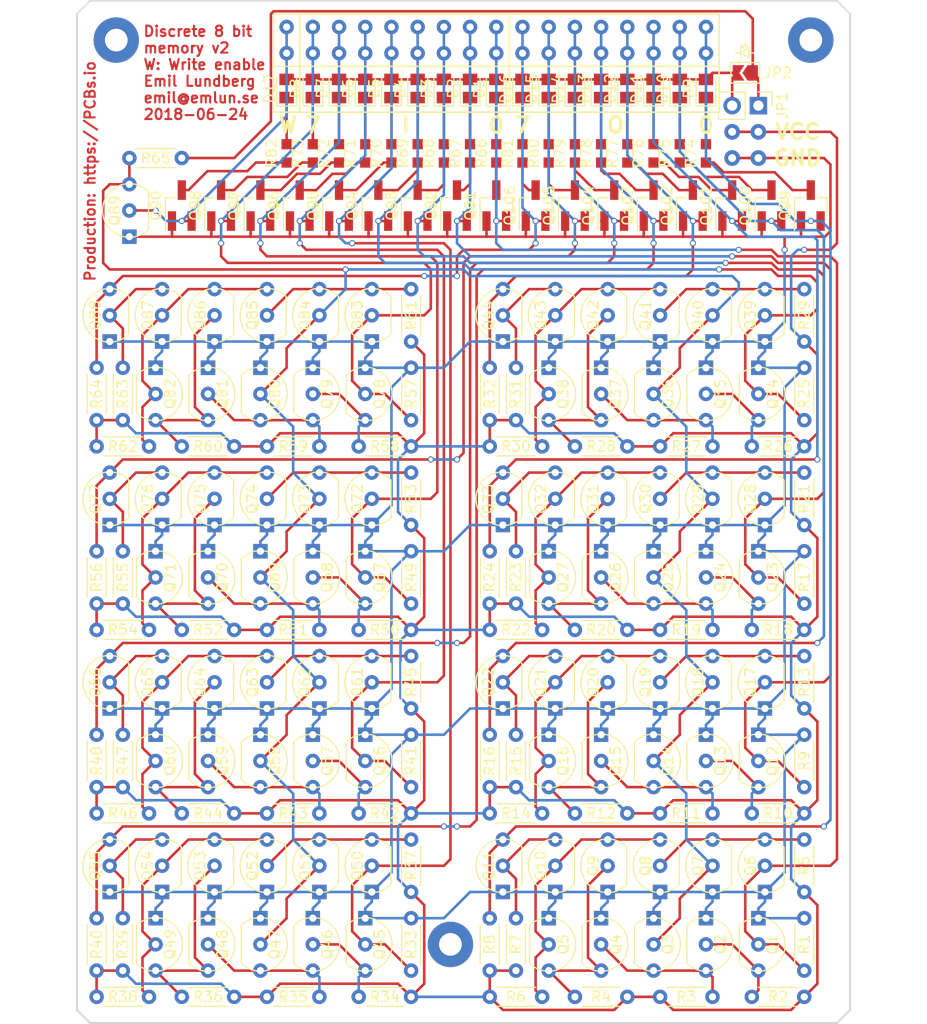
<source format=kicad_pcb>
(kicad_pcb (version 20171130) (host pcbnew "(5.0.0-rc2-200-g1f6f76beb)")
  (layers (0 F.Cu signal) (31 B.Cu signal) (34 B.Paste user) (35 F.Paste user) (36 B.SilkS user) (37 F.SilkS user) (38 B.Mask user) (39 F.Mask user) (44 Edge.Cuts user))
  (net 0 "")
  (net 1 GND)
  (net 2 /notW)
  (net 3 VCC)
  (net 4 /W)
  (net 5 /I0)
  (net 6 /I1)
  (net 7 /I2)
  (net 8 /I3)
  (net 9 /I4)
  (net 10 /I5)
  (net 11 /I6)
  (net 12 /I7)
  (net 13 /O0)
  (net 14 /O1)
  (net 15 /O2)
  (net 16 /O3)
  (net 17 /O4)
  (net 18 /O5)
  (net 19 /O6)
  (net 20 /O7)
  (net 21 "Net-(Q12-Pad3)")
  (net 22 "Net-(Q21-Pad3)")
  (net 23 "Net-(Q23-Pad3)")
  (net 24 "Net-(Q48-Pad3)")
  (net 25 "Net-(Q50-Pad3)")
  (net 26 "Net-(Q56-Pad3)")
  (net 27 "Net-(Q2-Pad3)")
  (net 28 "Net-(Q32-Pad3)")
  (net 29 "Net-(Q34-Pad3)")
  (net 30 "Net-(Q39-Pad3)")
  (net 31 "Net-(Q43-Pad3)")
  (net 32 "Net-(Q57-Pad3)")
  (net 33 "Net-(Q59-Pad3)")
  (net 34 "Net-(Q61-Pad3)")
  (net 35 "Net-(Q65-Pad3)")
  (net 36 "Net-(Q68-Pad3)")
  (net 37 "Net-(Q70-Pad3)")
  (net 38 "Net-(D1-Pad2)")
  (net 39 "Net-(D1-Pad1)")
  (net 40 "Net-(D2-Pad1)")
  (net 41 "Net-(D3-Pad1)")
  (net 42 "Net-(D4-Pad1)")
  (net 43 "Net-(D5-Pad1)")
  (net 44 "Net-(D6-Pad1)")
  (net 45 "Net-(D7-Pad1)")
  (net 46 "Net-(D8-Pad1)")
  (net 47 "Net-(D9-Pad1)")
  (net 48 "Net-(D10-Pad1)")
  (net 49 "Net-(D11-Pad1)")
  (net 50 "Net-(D12-Pad1)")
  (net 51 "Net-(D13-Pad1)")
  (net 52 "Net-(D14-Pad1)")
  (net 53 "Net-(D15-Pad1)")
  (net 54 "Net-(D16-Pad1)")
  (net 55 "Net-(Q1-Pad3)")
  (net 56 "Net-(Q4-Pad3)")
  (net 57 "Net-(Q6-Pad3)")
  (net 58 "Net-(Q10-Pad3)")
  (net 59 "Net-(Q13-Pad3)")
  (net 60 "Net-(Q15-Pad3)")
  (net 61 "Net-(Q17-Pad3)")
  (net 62 "Net-(Q24-Pad3)")
  (net 63 "Net-(Q26-Pad3)")
  (net 64 "Net-(Q28-Pad3)")
  (net 65 "Net-(Q35-Pad3)")
  (net 66 "Net-(Q37-Pad3)")
  (net 67 "Net-(Q45-Pad3)")
  (net 68 "Net-(Q46-Pad3)")
  (net 69 "Net-(Q54-Pad3)")
  (net 70 "Net-(Q67-Pad3)")
  (net 71 "Net-(Q72-Pad3)")
  (net 72 "Net-(Q76-Pad3)")
  (net 73 "Net-(Q78-Pad3)")
  (net 74 "Net-(Q79-Pad3)")
  (net 75 "Net-(Q81-Pad3)")
  (net 76 "Net-(Q83-Pad3)")
  (net 77 "Net-(Q87-Pad3)")
  (net 78 "Net-(Q90-Pad3)")
  (net 79 "Net-(Q91-Pad3)")
  (net 80 "Net-(Q92-Pad3)")
  (net 81 "Net-(Q93-Pad3)")
  (net 82 "Net-(Q94-Pad3)")
  (net 83 "Net-(Q95-Pad3)")
  (net 84 "Net-(Q96-Pad3)")
  (net 85 "Net-(Q97-Pad3)")
  (net 86 "Net-(Q98-Pad3)")
  (net 87 "Net-(Q99-Pad3)")
  (net 88 "Net-(Q100-Pad3)")
  (net 89 "Net-(Q101-Pad3)")
  (net 90 "Net-(Q102-Pad3)")
  (net 91 "Net-(Q103-Pad3)")
  (net 92 "Net-(Q104-Pad3)")
  (net 93 "Net-(Q105-Pad3)")
  (net 94 /FB0)
  (net 95 /FB1)
  (net 96 /FB2)
  (net 97 /FB3)
  (net 98 /FB4)
  (net 99 /FB5)
  (net 100 /FB6)
  (net 101 /FB7)
  (net 102 "Net-(D17-Pad1)")
  (net 103 "Net-(Q106-Pad3)")
  (module Resistor_THT:R_Axial_DIN0204_L3.6mm_D1.6mm_P5.08mm_Horizontal (layer F.Cu) (at 157.48 71.12 180)
    (fp_text reference R65 (at 2.54 0 180) (layer F.SilkS))
    (fp_text value R hide)
    (pad 2 thru_hole oval (at 5.08 0 180) (size 1.4 1.4) (drill 0.7) (layers *.Cu *.Mask) (net 2 /notW))
    (pad 1 thru_hole circle (at 0 0 180) (size 1.4 1.4) (drill 0.7) (layers *.Cu *.Mask) (net 3 VCC))
  )
  (module Package_TO_SOT_SMD:SOT-23_Handsoldering (layer F.Cu) (at 180.34 75.725 90)
    (fp_text reference Q93 (at 0 -2.5 90) (layer F.SilkS))
    (fp_text value 2N7000)
    (pad 1 smd rect (at -1.5 -0.95 90) (size 1.9 0.8) (layers F.Cu F.Paste F.Mask) (net 1 GND))
    (pad 2 smd rect (at -1.5 0.95 90) (size 1.9 0.8) (layers F.Cu F.Paste F.Mask) (net 7 /I2))
    (pad 3 smd rect (at 1.5 0 90) (size 1.9 0.8) (layers F.Cu F.Paste F.Mask) (net 81 "Net-(Q93-Pad3)"))
  )
  (module electrokit:TO-92_Molded_Wide_Inline (layer F.Cu) (at 213.36 93.98 270)
    (fp_text reference Q34 (at 0 -1.401 270) (layer F.SilkS))
    (fp_text value 2N7000 hide)
    (pad 1 thru_hole rect (at -2.54 0) (size 1.4 1.4) (drill 0.7) (layers *.Cu *.Mask) (net 1 GND))
    (pad 3 thru_hole circle (at 2.54 0) (size 1.4 1.4) (drill 0.7) (layers *.Cu *.Mask) (net 29 "Net-(Q34-Pad3)"))
    (pad 2 thru_hole circle (at 0 0) (size 1.4 1.4) (drill 0.7) (layers *.Cu *.Mask) (net 8 /I3))
  )
  (module electrokit:TO-92_Molded_Wide_Inline (layer F.Cu) (at 213.36 147.32 270)
    (fp_text reference Q1 (at 0 -1.401 270) (layer F.SilkS))
    (fp_text value 2N7000 hide)
    (pad 1 thru_hole rect (at -2.54 0) (size 1.4 1.4) (drill 0.7) (layers *.Cu *.Mask) (net 1 GND))
    (pad 3 thru_hole circle (at 2.54 0) (size 1.4 1.4) (drill 0.7) (layers *.Cu *.Mask) (net 55 "Net-(Q1-Pad3)"))
    (pad 2 thru_hole circle (at 0 0) (size 1.4 1.4) (drill 0.7) (layers *.Cu *.Mask) (net 5 /I0))
  )
  (module electrokit:TO-92_Molded_Wide_Inline (layer F.Cu) (at 208.28 147.32 270)
    (fp_text reference Q2 (at 0 -1.401 270) (layer F.SilkS))
    (fp_text value 2N7000 hide)
    (pad 1 thru_hole rect (at -2.54 0) (size 1.4 1.4) (drill 0.7) (layers *.Cu *.Mask) (net 1 GND))
    (pad 3 thru_hole circle (at 2.54 0) (size 1.4 1.4) (drill 0.7) (layers *.Cu *.Mask) (net 27 "Net-(Q2-Pad3)"))
    (pad 2 thru_hole circle (at 0 0) (size 1.4 1.4) (drill 0.7) (layers *.Cu *.Mask) (net 55 "Net-(Q1-Pad3)"))
  )
  (module electrokit:TO-92_Molded_Wide_Inline (layer F.Cu) (at 203.2 147.32 270)
    (fp_text reference Q3 (at 0 -1.401 270) (layer F.SilkS))
    (fp_text value 2N7000 hide)
    (pad 1 thru_hole rect (at -2.54 0) (size 1.4 1.4) (drill 0.7) (layers *.Cu *.Mask) (net 1 GND))
    (pad 3 thru_hole circle (at 2.54 0) (size 1.4 1.4) (drill 0.7) (layers *.Cu *.Mask) (net 27 "Net-(Q2-Pad3)"))
    (pad 2 thru_hole circle (at 0 0) (size 1.4 1.4) (drill 0.7) (layers *.Cu *.Mask) (net 2 /notW))
  )
  (module electrokit:TO-92_Molded_Wide_Inline (layer F.Cu) (at 198.12 147.32 270)
    (fp_text reference Q4 (at 0 -1.401 270) (layer F.SilkS))
    (fp_text value 2N7000 hide)
    (pad 1 thru_hole rect (at -2.54 0) (size 1.4 1.4) (drill 0.7) (layers *.Cu *.Mask) (net 1 GND))
    (pad 3 thru_hole circle (at 2.54 0) (size 1.4 1.4) (drill 0.7) (layers *.Cu *.Mask) (net 56 "Net-(Q4-Pad3)"))
    (pad 2 thru_hole circle (at 0 0) (size 1.4 1.4) (drill 0.7) (layers *.Cu *.Mask) (net 27 "Net-(Q2-Pad3)"))
  )
  (module electrokit:TO-92_Molded_Wide_Inline (layer F.Cu) (at 193.04 147.32 270)
    (fp_text reference Q5 (at 0 -1.401 270) (layer F.SilkS))
    (fp_text value 2N7000 hide)
    (pad 1 thru_hole rect (at -2.54 0) (size 1.4 1.4) (drill 0.7) (layers *.Cu *.Mask) (net 1 GND))
    (pad 3 thru_hole circle (at 2.54 0) (size 1.4 1.4) (drill 0.7) (layers *.Cu *.Mask) (net 56 "Net-(Q4-Pad3)"))
    (pad 2 thru_hole circle (at 0 0) (size 1.4 1.4) (drill 0.7) (layers *.Cu *.Mask) (net 94 /FB0))
  )
  (module electrokit:TO-92_Molded_Wide_Inline (layer F.Cu) (at 213.995 139.7 90)
    (fp_text reference Q6 (at 0 -1.401 90) (layer F.SilkS))
    (fp_text value 2N7000 hide)
    (pad 1 thru_hole rect (at -2.54 0 180) (size 1.4 1.4) (drill 0.7) (layers *.Cu *.Mask) (net 1 GND))
    (pad 3 thru_hole circle (at 2.54 0 180) (size 1.4 1.4) (drill 0.7) (layers *.Cu *.Mask) (net 57 "Net-(Q6-Pad3)"))
    (pad 2 thru_hole circle (at 0 0 180) (size 1.4 1.4) (drill 0.7) (layers *.Cu *.Mask) (net 5 /I0))
  )
  (module electrokit:TO-92_Molded_Wide_Inline (layer F.Cu) (at 208.915 139.7 90)
    (fp_text reference Q7 (at 0 -1.401 90) (layer F.SilkS))
    (fp_text value 2N7000 hide)
    (pad 1 thru_hole rect (at -2.54 0 180) (size 1.4 1.4) (drill 0.7) (layers *.Cu *.Mask) (net 1 GND))
    (pad 3 thru_hole circle (at 2.54 0 180) (size 1.4 1.4) (drill 0.7) (layers *.Cu *.Mask) (net 57 "Net-(Q6-Pad3)"))
    (pad 2 thru_hole circle (at 0 0 180) (size 1.4 1.4) (drill 0.7) (layers *.Cu *.Mask) (net 2 /notW))
  )
  (module electrokit:TO-92_Molded_Wide_Inline (layer F.Cu) (at 203.835 139.7 90)
    (fp_text reference Q8 (at 0 -1.401 90) (layer F.SilkS))
    (fp_text value 2N7000 hide)
    (pad 1 thru_hole rect (at -2.54 0 180) (size 1.4 1.4) (drill 0.7) (layers *.Cu *.Mask) (net 1 GND))
    (pad 3 thru_hole circle (at 2.54 0 180) (size 1.4 1.4) (drill 0.7) (layers *.Cu *.Mask) (net 94 /FB0))
    (pad 2 thru_hole circle (at 0 0 180) (size 1.4 1.4) (drill 0.7) (layers *.Cu *.Mask) (net 57 "Net-(Q6-Pad3)"))
  )
  (module electrokit:TO-92_Molded_Wide_Inline (layer F.Cu) (at 198.755 139.7 90)
    (fp_text reference Q9 (at 0 -1.401 90) (layer F.SilkS))
    (fp_text value 2N7000 hide)
    (pad 1 thru_hole rect (at -2.54 0 180) (size 1.4 1.4) (drill 0.7) (layers *.Cu *.Mask) (net 1 GND))
    (pad 3 thru_hole circle (at 2.54 0 180) (size 1.4 1.4) (drill 0.7) (layers *.Cu *.Mask) (net 94 /FB0))
    (pad 2 thru_hole circle (at 0 0 180) (size 1.4 1.4) (drill 0.7) (layers *.Cu *.Mask) (net 56 "Net-(Q4-Pad3)"))
  )
  (module electrokit:TO-92_Molded_Wide_Inline (layer F.Cu) (at 193.675 139.7 90)
    (fp_text reference Q10 (at 0 -1.401 90) (layer F.SilkS))
    (fp_text value 2N7000 hide)
    (pad 1 thru_hole rect (at -2.54 0 180) (size 1.4 1.4) (drill 0.7) (layers *.Cu *.Mask) (net 1 GND))
    (pad 3 thru_hole circle (at 2.54 0 180) (size 1.4 1.4) (drill 0.7) (layers *.Cu *.Mask) (net 58 "Net-(Q10-Pad3)"))
    (pad 2 thru_hole circle (at 0 0 180) (size 1.4 1.4) (drill 0.7) (layers *.Cu *.Mask) (net 94 /FB0))
  )
  (module electrokit:TO-92_Molded_Wide_Inline (layer F.Cu) (at 188.595 139.7 90)
    (fp_text reference Q11 (at 0 -1.401 90) (layer F.SilkS))
    (fp_text value 2N7000 hide)
    (pad 1 thru_hole rect (at -2.54 0 180) (size 1.4 1.4) (drill 0.7) (layers *.Cu *.Mask) (net 1 GND))
    (pad 3 thru_hole circle (at 2.54 0 180) (size 1.4 1.4) (drill 0.7) (layers *.Cu *.Mask) (net 13 /O0))
    (pad 2 thru_hole circle (at 0 0 180) (size 1.4 1.4) (drill 0.7) (layers *.Cu *.Mask) (net 58 "Net-(Q10-Pad3)"))
  )
  (module electrokit:TO-92_Molded_Wide_Inline (layer F.Cu) (at 213.36 129.54 270)
    (fp_text reference Q12 (at 0 -1.401 270) (layer F.SilkS))
    (fp_text value 2N7000 hide)
    (pad 1 thru_hole rect (at -2.54 0) (size 1.4 1.4) (drill 0.7) (layers *.Cu *.Mask) (net 1 GND))
    (pad 3 thru_hole circle (at 2.54 0) (size 1.4 1.4) (drill 0.7) (layers *.Cu *.Mask) (net 21 "Net-(Q12-Pad3)"))
    (pad 2 thru_hole circle (at 0 0) (size 1.4 1.4) (drill 0.7) (layers *.Cu *.Mask) (net 6 /I1))
  )
  (module electrokit:TO-92_Molded_Wide_Inline (layer F.Cu) (at 208.28 129.54 270)
    (fp_text reference Q13 (at 0 -1.401 270) (layer F.SilkS))
    (fp_text value 2N7000 hide)
    (pad 1 thru_hole rect (at -2.54 0) (size 1.4 1.4) (drill 0.7) (layers *.Cu *.Mask) (net 1 GND))
    (pad 3 thru_hole circle (at 2.54 0) (size 1.4 1.4) (drill 0.7) (layers *.Cu *.Mask) (net 59 "Net-(Q13-Pad3)"))
    (pad 2 thru_hole circle (at 0 0) (size 1.4 1.4) (drill 0.7) (layers *.Cu *.Mask) (net 21 "Net-(Q12-Pad3)"))
  )
  (module electrokit:TO-92_Molded_Wide_Inline (layer F.Cu) (at 203.2 129.54 270)
    (fp_text reference Q14 (at 0 -1.401 270) (layer F.SilkS))
    (fp_text value 2N7000 hide)
    (pad 1 thru_hole rect (at -2.54 0) (size 1.4 1.4) (drill 0.7) (layers *.Cu *.Mask) (net 1 GND))
    (pad 3 thru_hole circle (at 2.54 0) (size 1.4 1.4) (drill 0.7) (layers *.Cu *.Mask) (net 59 "Net-(Q13-Pad3)"))
    (pad 2 thru_hole circle (at 0 0) (size 1.4 1.4) (drill 0.7) (layers *.Cu *.Mask) (net 2 /notW))
  )
  (module electrokit:TO-92_Molded_Wide_Inline (layer F.Cu) (at 198.12 129.54 270)
    (fp_text reference Q15 (at 0 -1.401 270) (layer F.SilkS))
    (fp_text value 2N7000 hide)
    (pad 1 thru_hole rect (at -2.54 0) (size 1.4 1.4) (drill 0.7) (layers *.Cu *.Mask) (net 1 GND))
    (pad 3 thru_hole circle (at 2.54 0) (size 1.4 1.4) (drill 0.7) (layers *.Cu *.Mask) (net 60 "Net-(Q15-Pad3)"))
    (pad 2 thru_hole circle (at 0 0) (size 1.4 1.4) (drill 0.7) (layers *.Cu *.Mask) (net 59 "Net-(Q13-Pad3)"))
  )
  (module electrokit:TO-92_Molded_Wide_Inline (layer F.Cu) (at 193.04 129.54 270)
    (fp_text reference Q16 (at 0 -1.401 270) (layer F.SilkS))
    (fp_text value 2N7000 hide)
    (pad 1 thru_hole rect (at -2.54 0) (size 1.4 1.4) (drill 0.7) (layers *.Cu *.Mask) (net 1 GND))
    (pad 3 thru_hole circle (at 2.54 0) (size 1.4 1.4) (drill 0.7) (layers *.Cu *.Mask) (net 60 "Net-(Q15-Pad3)"))
    (pad 2 thru_hole circle (at 0 0) (size 1.4 1.4) (drill 0.7) (layers *.Cu *.Mask) (net 95 /FB1))
  )
  (module electrokit:TO-92_Molded_Wide_Inline (layer F.Cu) (at 213.995 121.92 90)
    (fp_text reference Q17 (at 0 -1.401 90) (layer F.SilkS))
    (fp_text value 2N7000 hide)
    (pad 1 thru_hole rect (at -2.54 0 180) (size 1.4 1.4) (drill 0.7) (layers *.Cu *.Mask) (net 1 GND))
    (pad 3 thru_hole circle (at 2.54 0 180) (size 1.4 1.4) (drill 0.7) (layers *.Cu *.Mask) (net 61 "Net-(Q17-Pad3)"))
    (pad 2 thru_hole circle (at 0 0 180) (size 1.4 1.4) (drill 0.7) (layers *.Cu *.Mask) (net 6 /I1))
  )
  (module electrokit:TO-92_Molded_Wide_Inline (layer F.Cu) (at 208.915 121.92 90)
    (fp_text reference Q18 (at 0 -1.401 90) (layer F.SilkS))
    (fp_text value 2N7000 hide)
    (pad 1 thru_hole rect (at -2.54 0 180) (size 1.4 1.4) (drill 0.7) (layers *.Cu *.Mask) (net 1 GND))
    (pad 3 thru_hole circle (at 2.54 0 180) (size 1.4 1.4) (drill 0.7) (layers *.Cu *.Mask) (net 61 "Net-(Q17-Pad3)"))
    (pad 2 thru_hole circle (at 0 0 180) (size 1.4 1.4) (drill 0.7) (layers *.Cu *.Mask) (net 2 /notW))
  )
  (module electrokit:TO-92_Molded_Wide_Inline (layer F.Cu) (at 203.835 121.92 90)
    (fp_text reference Q19 (at 0 -1.401 90) (layer F.SilkS))
    (fp_text value 2N7000 hide)
    (pad 1 thru_hole rect (at -2.54 0 180) (size 1.4 1.4) (drill 0.7) (layers *.Cu *.Mask) (net 1 GND))
    (pad 3 thru_hole circle (at 2.54 0 180) (size 1.4 1.4) (drill 0.7) (layers *.Cu *.Mask) (net 95 /FB1))
    (pad 2 thru_hole circle (at 0 0 180) (size 1.4 1.4) (drill 0.7) (layers *.Cu *.Mask) (net 61 "Net-(Q17-Pad3)"))
  )
  (module electrokit:TO-92_Molded_Wide_Inline (layer F.Cu) (at 198.755 121.92 90)
    (fp_text reference Q20 (at 0 -1.401 90) (layer F.SilkS))
    (fp_text value 2N7000 hide)
    (pad 1 thru_hole rect (at -2.54 0 180) (size 1.4 1.4) (drill 0.7) (layers *.Cu *.Mask) (net 1 GND))
    (pad 3 thru_hole circle (at 2.54 0 180) (size 1.4 1.4) (drill 0.7) (layers *.Cu *.Mask) (net 95 /FB1))
    (pad 2 thru_hole circle (at 0 0 180) (size 1.4 1.4) (drill 0.7) (layers *.Cu *.Mask) (net 60 "Net-(Q15-Pad3)"))
  )
  (module electrokit:TO-92_Molded_Wide_Inline (layer F.Cu) (at 193.675 121.92 90)
    (fp_text reference Q21 (at 0 -1.401 90) (layer F.SilkS))
    (fp_text value 2N7000 hide)
    (pad 1 thru_hole rect (at -2.54 0 180) (size 1.4 1.4) (drill 0.7) (layers *.Cu *.Mask) (net 1 GND))
    (pad 3 thru_hole circle (at 2.54 0 180) (size 1.4 1.4) (drill 0.7) (layers *.Cu *.Mask) (net 22 "Net-(Q21-Pad3)"))
    (pad 2 thru_hole circle (at 0 0 180) (size 1.4 1.4) (drill 0.7) (layers *.Cu *.Mask) (net 95 /FB1))
  )
  (module electrokit:TO-92_Molded_Wide_Inline (layer F.Cu) (at 188.595 121.92 90)
    (fp_text reference Q22 (at 0 -1.401 90) (layer F.SilkS))
    (fp_text value 2N7000 hide)
    (pad 1 thru_hole rect (at -2.54 0 180) (size 1.4 1.4) (drill 0.7) (layers *.Cu *.Mask) (net 1 GND))
    (pad 3 thru_hole circle (at 2.54 0 180) (size 1.4 1.4) (drill 0.7) (layers *.Cu *.Mask) (net 14 /O1))
    (pad 2 thru_hole circle (at 0 0 180) (size 1.4 1.4) (drill 0.7) (layers *.Cu *.Mask) (net 22 "Net-(Q21-Pad3)"))
  )
  (module electrokit:TO-92_Molded_Wide_Inline (layer F.Cu) (at 213.36 111.76 270)
    (fp_text reference Q23 (at 0 -1.401 270) (layer F.SilkS))
    (fp_text value 2N7000 hide)
    (pad 1 thru_hole rect (at -2.54 0) (size 1.4 1.4) (drill 0.7) (layers *.Cu *.Mask) (net 1 GND))
    (pad 3 thru_hole circle (at 2.54 0) (size 1.4 1.4) (drill 0.7) (layers *.Cu *.Mask) (net 23 "Net-(Q23-Pad3)"))
    (pad 2 thru_hole circle (at 0 0) (size 1.4 1.4) (drill 0.7) (layers *.Cu *.Mask) (net 7 /I2))
  )
  (module electrokit:TO-92_Molded_Wide_Inline (layer F.Cu) (at 208.28 111.76 270)
    (fp_text reference Q24 (at 0 -1.401 270) (layer F.SilkS))
    (fp_text value 2N7000 hide)
    (pad 1 thru_hole rect (at -2.54 0) (size 1.4 1.4) (drill 0.7) (layers *.Cu *.Mask) (net 1 GND))
    (pad 3 thru_hole circle (at 2.54 0) (size 1.4 1.4) (drill 0.7) (layers *.Cu *.Mask) (net 62 "Net-(Q24-Pad3)"))
    (pad 2 thru_hole circle (at 0 0) (size 1.4 1.4) (drill 0.7) (layers *.Cu *.Mask) (net 23 "Net-(Q23-Pad3)"))
  )
  (module electrokit:TO-92_Molded_Wide_Inline (layer F.Cu) (at 203.2 111.76 270)
    (fp_text reference Q25 (at 0 -1.401 270) (layer F.SilkS))
    (fp_text value 2N7000 hide)
    (pad 1 thru_hole rect (at -2.54 0) (size 1.4 1.4) (drill 0.7) (layers *.Cu *.Mask) (net 1 GND))
    (pad 3 thru_hole circle (at 2.54 0) (size 1.4 1.4) (drill 0.7) (layers *.Cu *.Mask) (net 62 "Net-(Q24-Pad3)"))
    (pad 2 thru_hole circle (at 0 0) (size 1.4 1.4) (drill 0.7) (layers *.Cu *.Mask) (net 2 /notW))
  )
  (module electrokit:TO-92_Molded_Wide_Inline (layer F.Cu) (at 198.12 111.76 270)
    (fp_text reference Q26 (at 0 -1.401 270) (layer F.SilkS))
    (fp_text value 2N7000 hide)
    (pad 1 thru_hole rect (at -2.54 0) (size 1.4 1.4) (drill 0.7) (layers *.Cu *.Mask) (net 1 GND))
    (pad 3 thru_hole circle (at 2.54 0) (size 1.4 1.4) (drill 0.7) (layers *.Cu *.Mask) (net 63 "Net-(Q26-Pad3)"))
    (pad 2 thru_hole circle (at 0 0) (size 1.4 1.4) (drill 0.7) (layers *.Cu *.Mask) (net 62 "Net-(Q24-Pad3)"))
  )
  (module electrokit:TO-92_Molded_Wide_Inline (layer F.Cu) (at 193.04 111.76 270)
    (fp_text reference Q27 (at 0 -1.401 270) (layer F.SilkS))
    (fp_text value 2N7000 hide)
    (pad 1 thru_hole rect (at -2.54 0) (size 1.4 1.4) (drill 0.7) (layers *.Cu *.Mask) (net 1 GND))
    (pad 3 thru_hole circle (at 2.54 0) (size 1.4 1.4) (drill 0.7) (layers *.Cu *.Mask) (net 63 "Net-(Q26-Pad3)"))
    (pad 2 thru_hole circle (at 0 0) (size 1.4 1.4) (drill 0.7) (layers *.Cu *.Mask) (net 96 /FB2))
  )
  (module electrokit:TO-92_Molded_Wide_Inline (layer F.Cu) (at 213.995 104.14 90)
    (fp_text reference Q28 (at 0 -1.401 90) (layer F.SilkS))
    (fp_text value 2N7000 hide)
    (pad 1 thru_hole rect (at -2.54 0 180) (size 1.4 1.4) (drill 0.7) (layers *.Cu *.Mask) (net 1 GND))
    (pad 3 thru_hole circle (at 2.54 0 180) (size 1.4 1.4) (drill 0.7) (layers *.Cu *.Mask) (net 64 "Net-(Q28-Pad3)"))
    (pad 2 thru_hole circle (at 0 0 180) (size 1.4 1.4) (drill 0.7) (layers *.Cu *.Mask) (net 7 /I2))
  )
  (module electrokit:TO-92_Molded_Wide_Inline (layer F.Cu) (at 208.915 104.14 90)
    (fp_text reference Q29 (at 0 -1.401 90) (layer F.SilkS))
    (fp_text value 2N7000 hide)
    (pad 1 thru_hole rect (at -2.54 0 180) (size 1.4 1.4) (drill 0.7) (layers *.Cu *.Mask) (net 1 GND))
    (pad 3 thru_hole circle (at 2.54 0 180) (size 1.4 1.4) (drill 0.7) (layers *.Cu *.Mask) (net 64 "Net-(Q28-Pad3)"))
    (pad 2 thru_hole circle (at 0 0 180) (size 1.4 1.4) (drill 0.7) (layers *.Cu *.Mask) (net 2 /notW))
  )
  (module electrokit:TO-92_Molded_Wide_Inline (layer F.Cu) (at 203.835 104.14 90)
    (fp_text reference Q30 (at 0 -1.401 90) (layer F.SilkS))
    (fp_text value 2N7000 hide)
    (pad 1 thru_hole rect (at -2.54 0 180) (size 1.4 1.4) (drill 0.7) (layers *.Cu *.Mask) (net 1 GND))
    (pad 3 thru_hole circle (at 2.54 0 180) (size 1.4 1.4) (drill 0.7) (layers *.Cu *.Mask) (net 96 /FB2))
    (pad 2 thru_hole circle (at 0 0 180) (size 1.4 1.4) (drill 0.7) (layers *.Cu *.Mask) (net 64 "Net-(Q28-Pad3)"))
  )
  (module electrokit:TO-92_Molded_Wide_Inline (layer F.Cu) (at 198.755 104.14 90)
    (fp_text reference Q31 (at 0 -1.401 90) (layer F.SilkS))
    (fp_text value 2N7000 hide)
    (pad 1 thru_hole rect (at -2.54 0 180) (size 1.4 1.4) (drill 0.7) (layers *.Cu *.Mask) (net 1 GND))
    (pad 3 thru_hole circle (at 2.54 0 180) (size 1.4 1.4) (drill 0.7) (layers *.Cu *.Mask) (net 96 /FB2))
    (pad 2 thru_hole circle (at 0 0 180) (size 1.4 1.4) (drill 0.7) (layers *.Cu *.Mask) (net 63 "Net-(Q26-Pad3)"))
  )
  (module electrokit:TO-92_Molded_Wide_Inline (layer F.Cu) (at 193.675 104.14 90)
    (fp_text reference Q32 (at 0 -1.401 90) (layer F.SilkS))
    (fp_text value 2N7000 hide)
    (pad 1 thru_hole rect (at -2.54 0 180) (size 1.4 1.4) (drill 0.7) (layers *.Cu *.Mask) (net 1 GND))
    (pad 3 thru_hole circle (at 2.54 0 180) (size 1.4 1.4) (drill 0.7) (layers *.Cu *.Mask) (net 28 "Net-(Q32-Pad3)"))
    (pad 2 thru_hole circle (at 0 0 180) (size 1.4 1.4) (drill 0.7) (layers *.Cu *.Mask) (net 96 /FB2))
  )
  (module electrokit:TO-92_Molded_Wide_Inline (layer F.Cu) (at 188.595 104.14 90)
    (fp_text reference Q33 (at 0 -1.401 90) (layer F.SilkS))
    (fp_text value 2N7000 hide)
    (pad 1 thru_hole rect (at -2.54 0 180) (size 1.4 1.4) (drill 0.7) (layers *.Cu *.Mask) (net 1 GND))
    (pad 3 thru_hole circle (at 2.54 0 180) (size 1.4 1.4) (drill 0.7) (layers *.Cu *.Mask) (net 15 /O2))
    (pad 2 thru_hole circle (at 0 0 180) (size 1.4 1.4) (drill 0.7) (layers *.Cu *.Mask) (net 28 "Net-(Q32-Pad3)"))
  )
  (module electrokit:TO-92_Molded_Wide_Inline (layer F.Cu) (at 208.28 93.98 270)
    (fp_text reference Q35 (at 0 -1.401 270) (layer F.SilkS))
    (fp_text value 2N7000 hide)
    (pad 1 thru_hole rect (at -2.54 0) (size 1.4 1.4) (drill 0.7) (layers *.Cu *.Mask) (net 1 GND))
    (pad 3 thru_hole circle (at 2.54 0) (size 1.4 1.4) (drill 0.7) (layers *.Cu *.Mask) (net 65 "Net-(Q35-Pad3)"))
    (pad 2 thru_hole circle (at 0 0) (size 1.4 1.4) (drill 0.7) (layers *.Cu *.Mask) (net 29 "Net-(Q34-Pad3)"))
  )
  (module electrokit:TO-92_Molded_Wide_Inline (layer F.Cu) (at 203.2 93.98 270)
    (fp_text reference Q36 (at 0 -1.401 270) (layer F.SilkS))
    (fp_text value 2N7000 hide)
    (pad 1 thru_hole rect (at -2.54 0) (size 1.4 1.4) (drill 0.7) (layers *.Cu *.Mask) (net 1 GND))
    (pad 3 thru_hole circle (at 2.54 0) (size 1.4 1.4) (drill 0.7) (layers *.Cu *.Mask) (net 65 "Net-(Q35-Pad3)"))
    (pad 2 thru_hole circle (at 0 0) (size 1.4 1.4) (drill 0.7) (layers *.Cu *.Mask) (net 2 /notW))
  )
  (module electrokit:TO-92_Molded_Wide_Inline (layer F.Cu) (at 198.12 93.98 270)
    (fp_text reference Q37 (at 0 -1.401 270) (layer F.SilkS))
    (fp_text value 2N7000 hide)
    (pad 1 thru_hole rect (at -2.54 0) (size 1.4 1.4) (drill 0.7) (layers *.Cu *.Mask) (net 1 GND))
    (pad 3 thru_hole circle (at 2.54 0) (size 1.4 1.4) (drill 0.7) (layers *.Cu *.Mask) (net 66 "Net-(Q37-Pad3)"))
    (pad 2 thru_hole circle (at 0 0) (size 1.4 1.4) (drill 0.7) (layers *.Cu *.Mask) (net 65 "Net-(Q35-Pad3)"))
  )
  (module electrokit:TO-92_Molded_Wide_Inline (layer F.Cu) (at 193.04 93.98 270)
    (fp_text reference Q38 (at 0 -1.401 270) (layer F.SilkS))
    (fp_text value 2N7000 hide)
    (pad 1 thru_hole rect (at -2.54 0) (size 1.4 1.4) (drill 0.7) (layers *.Cu *.Mask) (net 1 GND))
    (pad 3 thru_hole circle (at 2.54 0) (size 1.4 1.4) (drill 0.7) (layers *.Cu *.Mask) (net 66 "Net-(Q37-Pad3)"))
    (pad 2 thru_hole circle (at 0 0) (size 1.4 1.4) (drill 0.7) (layers *.Cu *.Mask) (net 97 /FB3))
  )
  (module electrokit:TO-92_Molded_Wide_Inline (layer F.Cu) (at 213.995 86.36 90)
    (fp_text reference Q39 (at 0 -1.401 90) (layer F.SilkS))
    (fp_text value 2N7000 hide)
    (pad 1 thru_hole rect (at -2.54 0 180) (size 1.4 1.4) (drill 0.7) (layers *.Cu *.Mask) (net 1 GND))
    (pad 3 thru_hole circle (at 2.54 0 180) (size 1.4 1.4) (drill 0.7) (layers *.Cu *.Mask) (net 30 "Net-(Q39-Pad3)"))
    (pad 2 thru_hole circle (at 0 0 180) (size 1.4 1.4) (drill 0.7) (layers *.Cu *.Mask) (net 8 /I3))
  )
  (module electrokit:TO-92_Molded_Wide_Inline (layer F.Cu) (at 208.915 86.36 90)
    (fp_text reference Q40 (at 0 -1.401 90) (layer F.SilkS))
    (fp_text value 2N7000 hide)
    (pad 1 thru_hole rect (at -2.54 0 180) (size 1.4 1.4) (drill 0.7) (layers *.Cu *.Mask) (net 1 GND))
    (pad 3 thru_hole circle (at 2.54 0 180) (size 1.4 1.4) (drill 0.7) (layers *.Cu *.Mask) (net 30 "Net-(Q39-Pad3)"))
    (pad 2 thru_hole circle (at 0 0 180) (size 1.4 1.4) (drill 0.7) (layers *.Cu *.Mask) (net 2 /notW))
  )
  (module electrokit:TO-92_Molded_Wide_Inline (layer F.Cu) (at 203.835 86.36 90)
    (fp_text reference Q41 (at 0 -1.401 90) (layer F.SilkS))
    (fp_text value 2N7000 hide)
    (pad 1 thru_hole rect (at -2.54 0 180) (size 1.4 1.4) (drill 0.7) (layers *.Cu *.Mask) (net 1 GND))
    (pad 3 thru_hole circle (at 2.54 0 180) (size 1.4 1.4) (drill 0.7) (layers *.Cu *.Mask) (net 97 /FB3))
    (pad 2 thru_hole circle (at 0 0 180) (size 1.4 1.4) (drill 0.7) (layers *.Cu *.Mask) (net 30 "Net-(Q39-Pad3)"))
  )
  (module electrokit:TO-92_Molded_Wide_Inline (layer F.Cu) (at 198.755 86.36 90)
    (fp_text reference Q42 (at 0 -1.401 90) (layer F.SilkS))
    (fp_text value 2N7000 hide)
    (pad 1 thru_hole rect (at -2.54 0 180) (size 1.4 1.4) (drill 0.7) (layers *.Cu *.Mask) (net 1 GND))
    (pad 3 thru_hole circle (at 2.54 0 180) (size 1.4 1.4) (drill 0.7) (layers *.Cu *.Mask) (net 97 /FB3))
    (pad 2 thru_hole circle (at 0 0 180) (size 1.4 1.4) (drill 0.7) (layers *.Cu *.Mask) (net 66 "Net-(Q37-Pad3)"))
  )
  (module electrokit:TO-92_Molded_Wide_Inline (layer F.Cu) (at 193.675 86.36 90)
    (fp_text reference Q43 (at 0 -1.401 90) (layer F.SilkS))
    (fp_text value 2N7000 hide)
    (pad 1 thru_hole rect (at -2.54 0 180) (size 1.4 1.4) (drill 0.7) (layers *.Cu *.Mask) (net 1 GND))
    (pad 3 thru_hole circle (at 2.54 0 180) (size 1.4 1.4) (drill 0.7) (layers *.Cu *.Mask) (net 31 "Net-(Q43-Pad3)"))
    (pad 2 thru_hole circle (at 0 0 180) (size 1.4 1.4) (drill 0.7) (layers *.Cu *.Mask) (net 97 /FB3))
  )
  (module electrokit:TO-92_Molded_Wide_Inline (layer F.Cu) (at 188.595 86.36 90)
    (fp_text reference Q44 (at 0 -1.401 90) (layer F.SilkS))
    (fp_text value 2N7000 hide)
    (pad 1 thru_hole rect (at -2.54 0 180) (size 1.4 1.4) (drill 0.7) (layers *.Cu *.Mask) (net 1 GND))
    (pad 3 thru_hole circle (at 2.54 0 180) (size 1.4 1.4) (drill 0.7) (layers *.Cu *.Mask) (net 16 /O3))
    (pad 2 thru_hole circle (at 0 0 180) (size 1.4 1.4) (drill 0.7) (layers *.Cu *.Mask) (net 31 "Net-(Q43-Pad3)"))
  )
  (module electrokit:TO-92_Molded_Wide_Inline (layer F.Cu) (at 175.26 147.32 270)
    (fp_text reference Q45 (at 0 -1.401 270) (layer F.SilkS))
    (fp_text value 2N7000 hide)
    (pad 1 thru_hole rect (at -2.54 0) (size 1.4 1.4) (drill 0.7) (layers *.Cu *.Mask) (net 1 GND))
    (pad 3 thru_hole circle (at 2.54 0) (size 1.4 1.4) (drill 0.7) (layers *.Cu *.Mask) (net 67 "Net-(Q45-Pad3)"))
    (pad 2 thru_hole circle (at 0 0) (size 1.4 1.4) (drill 0.7) (layers *.Cu *.Mask) (net 9 /I4))
  )
  (module electrokit:TO-92_Molded_Wide_Inline (layer F.Cu) (at 170.18 147.32 270)
    (fp_text reference Q46 (at 0 -1.401 270) (layer F.SilkS))
    (fp_text value 2N7000 hide)
    (pad 1 thru_hole rect (at -2.54 0) (size 1.4 1.4) (drill 0.7) (layers *.Cu *.Mask) (net 1 GND))
    (pad 3 thru_hole circle (at 2.54 0) (size 1.4 1.4) (drill 0.7) (layers *.Cu *.Mask) (net 68 "Net-(Q46-Pad3)"))
    (pad 2 thru_hole circle (at 0 0) (size 1.4 1.4) (drill 0.7) (layers *.Cu *.Mask) (net 67 "Net-(Q45-Pad3)"))
  )
  (module electrokit:TO-92_Molded_Wide_Inline (layer F.Cu) (at 165.1 147.32 270)
    (fp_text reference Q47 (at 0 -1.401 270) (layer F.SilkS))
    (fp_text value 2N7000 hide)
    (pad 1 thru_hole rect (at -2.54 0) (size 1.4 1.4) (drill 0.7) (layers *.Cu *.Mask) (net 1 GND))
    (pad 3 thru_hole circle (at 2.54 0) (size 1.4 1.4) (drill 0.7) (layers *.Cu *.Mask) (net 68 "Net-(Q46-Pad3)"))
    (pad 2 thru_hole circle (at 0 0) (size 1.4 1.4) (drill 0.7) (layers *.Cu *.Mask) (net 2 /notW))
  )
  (module electrokit:TO-92_Molded_Wide_Inline (layer F.Cu) (at 160.02 147.32 270)
    (fp_text reference Q48 (at 0 -1.401 270) (layer F.SilkS))
    (fp_text value 2N7000 hide)
    (pad 1 thru_hole rect (at -2.54 0) (size 1.4 1.4) (drill 0.7) (layers *.Cu *.Mask) (net 1 GND))
    (pad 3 thru_hole circle (at 2.54 0) (size 1.4 1.4) (drill 0.7) (layers *.Cu *.Mask) (net 24 "Net-(Q48-Pad3)"))
    (pad 2 thru_hole circle (at 0 0) (size 1.4 1.4) (drill 0.7) (layers *.Cu *.Mask) (net 68 "Net-(Q46-Pad3)"))
  )
  (module electrokit:TO-92_Molded_Wide_Inline (layer F.Cu) (at 154.94 147.32 270)
    (fp_text reference Q49 (at 0 -1.401 270) (layer F.SilkS))
    (fp_text value 2N7000 hide)
    (pad 1 thru_hole rect (at -2.54 0) (size 1.4 1.4) (drill 0.7) (layers *.Cu *.Mask) (net 1 GND))
    (pad 3 thru_hole circle (at 2.54 0) (size 1.4 1.4) (drill 0.7) (layers *.Cu *.Mask) (net 24 "Net-(Q48-Pad3)"))
    (pad 2 thru_hole circle (at 0 0) (size 1.4 1.4) (drill 0.7) (layers *.Cu *.Mask) (net 98 /FB4))
  )
  (module electrokit:TO-92_Molded_Wide_Inline (layer F.Cu) (at 175.895 139.7 90)
    (fp_text reference Q50 (at 0 -1.401 90) (layer F.SilkS))
    (fp_text value 2N7000 hide)
    (pad 1 thru_hole rect (at -2.54 0 180) (size 1.4 1.4) (drill 0.7) (layers *.Cu *.Mask) (net 1 GND))
    (pad 3 thru_hole circle (at 2.54 0 180) (size 1.4 1.4) (drill 0.7) (layers *.Cu *.Mask) (net 25 "Net-(Q50-Pad3)"))
    (pad 2 thru_hole circle (at 0 0 180) (size 1.4 1.4) (drill 0.7) (layers *.Cu *.Mask) (net 9 /I4))
  )
  (module electrokit:TO-92_Molded_Wide_Inline (layer F.Cu) (at 170.815 139.7 90)
    (fp_text reference Q51 (at 0 -1.401 90) (layer F.SilkS))
    (fp_text value 2N7000 hide)
    (pad 1 thru_hole rect (at -2.54 0 180) (size 1.4 1.4) (drill 0.7) (layers *.Cu *.Mask) (net 1 GND))
    (pad 3 thru_hole circle (at 2.54 0 180) (size 1.4 1.4) (drill 0.7) (layers *.Cu *.Mask) (net 25 "Net-(Q50-Pad3)"))
    (pad 2 thru_hole circle (at 0 0 180) (size 1.4 1.4) (drill 0.7) (layers *.Cu *.Mask) (net 2 /notW))
  )
  (module electrokit:TO-92_Molded_Wide_Inline (layer F.Cu) (at 165.735 139.7 90)
    (fp_text reference Q52 (at 0 -1.401 90) (layer F.SilkS))
    (fp_text value 2N7000 hide)
    (pad 1 thru_hole rect (at -2.54 0 180) (size 1.4 1.4) (drill 0.7) (layers *.Cu *.Mask) (net 1 GND))
    (pad 3 thru_hole circle (at 2.54 0 180) (size 1.4 1.4) (drill 0.7) (layers *.Cu *.Mask) (net 98 /FB4))
    (pad 2 thru_hole circle (at 0 0 180) (size 1.4 1.4) (drill 0.7) (layers *.Cu *.Mask) (net 25 "Net-(Q50-Pad3)"))
  )
  (module electrokit:TO-92_Molded_Wide_Inline (layer F.Cu) (at 160.655 139.7 90)
    (fp_text reference Q53 (at 0 -1.401 90) (layer F.SilkS))
    (fp_text value 2N7000 hide)
    (pad 1 thru_hole rect (at -2.54 0 180) (size 1.4 1.4) (drill 0.7) (layers *.Cu *.Mask) (net 1 GND))
    (pad 3 thru_hole circle (at 2.54 0 180) (size 1.4 1.4) (drill 0.7) (layers *.Cu *.Mask) (net 98 /FB4))
    (pad 2 thru_hole circle (at 0 0 180) (size 1.4 1.4) (drill 0.7) (layers *.Cu *.Mask) (net 24 "Net-(Q48-Pad3)"))
  )
  (module electrokit:TO-92_Molded_Wide_Inline (layer F.Cu) (at 155.575 139.7 90)
    (fp_text reference Q54 (at 0 -1.401 90) (layer F.SilkS))
    (fp_text value 2N7000 hide)
    (pad 1 thru_hole rect (at -2.54 0 180) (size 1.4 1.4) (drill 0.7) (layers *.Cu *.Mask) (net 1 GND))
    (pad 3 thru_hole circle (at 2.54 0 180) (size 1.4 1.4) (drill 0.7) (layers *.Cu *.Mask) (net 69 "Net-(Q54-Pad3)"))
    (pad 2 thru_hole circle (at 0 0 180) (size 1.4 1.4) (drill 0.7) (layers *.Cu *.Mask) (net 98 /FB4))
  )
  (module electrokit:TO-92_Molded_Wide_Inline (layer F.Cu) (at 150.495 139.7 90)
    (fp_text reference Q55 (at 0 -1.401 90) (layer F.SilkS))
    (fp_text value 2N7000 hide)
    (pad 1 thru_hole rect (at -2.54 0 180) (size 1.4 1.4) (drill 0.7) (layers *.Cu *.Mask) (net 1 GND))
    (pad 3 thru_hole circle (at 2.54 0 180) (size 1.4 1.4) (drill 0.7) (layers *.Cu *.Mask) (net 17 /O4))
    (pad 2 thru_hole circle (at 0 0 180) (size 1.4 1.4) (drill 0.7) (layers *.Cu *.Mask) (net 69 "Net-(Q54-Pad3)"))
  )
  (module electrokit:TO-92_Molded_Wide_Inline (layer F.Cu) (at 175.26 129.54 270)
    (fp_text reference Q56 (at 0 -1.401 270) (layer F.SilkS))
    (fp_text value 2N7000 hide)
    (pad 1 thru_hole rect (at -2.54 0) (size 1.4 1.4) (drill 0.7) (layers *.Cu *.Mask) (net 1 GND))
    (pad 3 thru_hole circle (at 2.54 0) (size 1.4 1.4) (drill 0.7) (layers *.Cu *.Mask) (net 26 "Net-(Q56-Pad3)"))
    (pad 2 thru_hole circle (at 0 0) (size 1.4 1.4) (drill 0.7) (layers *.Cu *.Mask) (net 10 /I5))
  )
  (module electrokit:TO-92_Molded_Wide_Inline (layer F.Cu) (at 170.18 129.54 270)
    (fp_text reference Q57 (at 0 -1.401 270) (layer F.SilkS))
    (fp_text value 2N7000 hide)
    (pad 1 thru_hole rect (at -2.54 0) (size 1.4 1.4) (drill 0.7) (layers *.Cu *.Mask) (net 1 GND))
    (pad 3 thru_hole circle (at 2.54 0) (size 1.4 1.4) (drill 0.7) (layers *.Cu *.Mask) (net 32 "Net-(Q57-Pad3)"))
    (pad 2 thru_hole circle (at 0 0) (size 1.4 1.4) (drill 0.7) (layers *.Cu *.Mask) (net 26 "Net-(Q56-Pad3)"))
  )
  (module electrokit:TO-92_Molded_Wide_Inline (layer F.Cu) (at 165.1 129.54 270)
    (fp_text reference Q58 (at 0 -1.401 270) (layer F.SilkS))
    (fp_text value 2N7000 hide)
    (pad 1 thru_hole rect (at -2.54 0) (size 1.4 1.4) (drill 0.7) (layers *.Cu *.Mask) (net 1 GND))
    (pad 3 thru_hole circle (at 2.54 0) (size 1.4 1.4) (drill 0.7) (layers *.Cu *.Mask) (net 32 "Net-(Q57-Pad3)"))
    (pad 2 thru_hole circle (at 0 0) (size 1.4 1.4) (drill 0.7) (layers *.Cu *.Mask) (net 2 /notW))
  )
  (module electrokit:TO-92_Molded_Wide_Inline (layer F.Cu) (at 160.02 129.54 270)
    (fp_text reference Q59 (at 0 -1.401 270) (layer F.SilkS))
    (fp_text value 2N7000 hide)
    (pad 1 thru_hole rect (at -2.54 0) (size 1.4 1.4) (drill 0.7) (layers *.Cu *.Mask) (net 1 GND))
    (pad 3 thru_hole circle (at 2.54 0) (size 1.4 1.4) (drill 0.7) (layers *.Cu *.Mask) (net 33 "Net-(Q59-Pad3)"))
    (pad 2 thru_hole circle (at 0 0) (size 1.4 1.4) (drill 0.7) (layers *.Cu *.Mask) (net 32 "Net-(Q57-Pad3)"))
  )
  (module electrokit:TO-92_Molded_Wide_Inline (layer F.Cu) (at 154.94 129.54 270)
    (fp_text reference Q60 (at 0 -1.401 270) (layer F.SilkS))
    (fp_text value 2N7000 hide)
    (pad 1 thru_hole rect (at -2.54 0) (size 1.4 1.4) (drill 0.7) (layers *.Cu *.Mask) (net 1 GND))
    (pad 3 thru_hole circle (at 2.54 0) (size 1.4 1.4) (drill 0.7) (layers *.Cu *.Mask) (net 33 "Net-(Q59-Pad3)"))
    (pad 2 thru_hole circle (at 0 0) (size 1.4 1.4) (drill 0.7) (layers *.Cu *.Mask) (net 99 /FB5))
  )
  (module electrokit:TO-92_Molded_Wide_Inline (layer F.Cu) (at 175.895 121.92 90)
    (fp_text reference Q61 (at 0 -1.401 90) (layer F.SilkS))
    (fp_text value 2N7000 hide)
    (pad 1 thru_hole rect (at -2.54 0 180) (size 1.4 1.4) (drill 0.7) (layers *.Cu *.Mask) (net 1 GND))
    (pad 3 thru_hole circle (at 2.54 0 180) (size 1.4 1.4) (drill 0.7) (layers *.Cu *.Mask) (net 34 "Net-(Q61-Pad3)"))
    (pad 2 thru_hole circle (at 0 0 180) (size 1.4 1.4) (drill 0.7) (layers *.Cu *.Mask) (net 10 /I5))
  )
  (module electrokit:TO-92_Molded_Wide_Inline (layer F.Cu) (at 170.815 121.92 90)
    (fp_text reference Q62 (at 0 -1.401 90) (layer F.SilkS))
    (fp_text value 2N7000 hide)
    (pad 1 thru_hole rect (at -2.54 0 180) (size 1.4 1.4) (drill 0.7) (layers *.Cu *.Mask) (net 1 GND))
    (pad 3 thru_hole circle (at 2.54 0 180) (size 1.4 1.4) (drill 0.7) (layers *.Cu *.Mask) (net 34 "Net-(Q61-Pad3)"))
    (pad 2 thru_hole circle (at 0 0 180) (size 1.4 1.4) (drill 0.7) (layers *.Cu *.Mask) (net 2 /notW))
  )
  (module electrokit:TO-92_Molded_Wide_Inline (layer F.Cu) (at 165.735 121.92 90)
    (fp_text reference Q63 (at 0 -1.401 90) (layer F.SilkS))
    (fp_text value 2N7000 hide)
    (pad 1 thru_hole rect (at -2.54 0 180) (size 1.4 1.4) (drill 0.7) (layers *.Cu *.Mask) (net 1 GND))
    (pad 3 thru_hole circle (at 2.54 0 180) (size 1.4 1.4) (drill 0.7) (layers *.Cu *.Mask) (net 99 /FB5))
    (pad 2 thru_hole circle (at 0 0 180) (size 1.4 1.4) (drill 0.7) (layers *.Cu *.Mask) (net 34 "Net-(Q61-Pad3)"))
  )
  (module electrokit:TO-92_Molded_Wide_Inline (layer F.Cu) (at 160.655 121.92 90)
    (fp_text reference Q64 (at 0 -1.401 90) (layer F.SilkS))
    (fp_text value 2N7000 hide)
    (pad 1 thru_hole rect (at -2.54 0 180) (size 1.4 1.4) (drill 0.7) (layers *.Cu *.Mask) (net 1 GND))
    (pad 3 thru_hole circle (at 2.54 0 180) (size 1.4 1.4) (drill 0.7) (layers *.Cu *.Mask) (net 99 /FB5))
    (pad 2 thru_hole circle (at 0 0 180) (size 1.4 1.4) (drill 0.7) (layers *.Cu *.Mask) (net 33 "Net-(Q59-Pad3)"))
  )
  (module electrokit:TO-92_Molded_Wide_Inline (layer F.Cu) (at 155.575 121.92 90)
    (fp_text reference Q65 (at 0 -1.401 90) (layer F.SilkS))
    (fp_text value 2N7000 hide)
    (pad 1 thru_hole rect (at -2.54 0 180) (size 1.4 1.4) (drill 0.7) (layers *.Cu *.Mask) (net 1 GND))
    (pad 3 thru_hole circle (at 2.54 0 180) (size 1.4 1.4) (drill 0.7) (layers *.Cu *.Mask) (net 35 "Net-(Q65-Pad3)"))
    (pad 2 thru_hole circle (at 0 0 180) (size 1.4 1.4) (drill 0.7) (layers *.Cu *.Mask) (net 99 /FB5))
  )
  (module electrokit:TO-92_Molded_Wide_Inline (layer F.Cu) (at 150.495 121.92 90)
    (fp_text reference Q66 (at 0 -1.401 90) (layer F.SilkS))
    (fp_text value 2N7000 hide)
    (pad 1 thru_hole rect (at -2.54 0 180) (size 1.4 1.4) (drill 0.7) (layers *.Cu *.Mask) (net 1 GND))
    (pad 3 thru_hole circle (at 2.54 0 180) (size 1.4 1.4) (drill 0.7) (layers *.Cu *.Mask) (net 18 /O5))
    (pad 2 thru_hole circle (at 0 0 180) (size 1.4 1.4) (drill 0.7) (layers *.Cu *.Mask) (net 35 "Net-(Q65-Pad3)"))
  )
  (module electrokit:TO-92_Molded_Wide_Inline (layer F.Cu) (at 175.26 111.76 270)
    (fp_text reference Q67 (at 0 -1.401 270) (layer F.SilkS))
    (fp_text value 2N7000 hide)
    (pad 1 thru_hole rect (at -2.54 0) (size 1.4 1.4) (drill 0.7) (layers *.Cu *.Mask) (net 1 GND))
    (pad 3 thru_hole circle (at 2.54 0) (size 1.4 1.4) (drill 0.7) (layers *.Cu *.Mask) (net 70 "Net-(Q67-Pad3)"))
    (pad 2 thru_hole circle (at 0 0) (size 1.4 1.4) (drill 0.7) (layers *.Cu *.Mask) (net 11 /I6))
  )
  (module electrokit:TO-92_Molded_Wide_Inline (layer F.Cu) (at 170.18 111.76 270)
    (fp_text reference Q68 (at 0 -1.401 270) (layer F.SilkS))
    (fp_text value 2N7000 hide)
    (pad 1 thru_hole rect (at -2.54 0) (size 1.4 1.4) (drill 0.7) (layers *.Cu *.Mask) (net 1 GND))
    (pad 3 thru_hole circle (at 2.54 0) (size 1.4 1.4) (drill 0.7) (layers *.Cu *.Mask) (net 36 "Net-(Q68-Pad3)"))
    (pad 2 thru_hole circle (at 0 0) (size 1.4 1.4) (drill 0.7) (layers *.Cu *.Mask) (net 70 "Net-(Q67-Pad3)"))
  )
  (module electrokit:TO-92_Molded_Wide_Inline (layer F.Cu) (at 165.1 111.76 270)
    (fp_text reference Q69 (at 0 -1.401 270) (layer F.SilkS))
    (fp_text value 2N7000 hide)
    (pad 1 thru_hole rect (at -2.54 0) (size 1.4 1.4) (drill 0.7) (layers *.Cu *.Mask) (net 1 GND))
    (pad 3 thru_hole circle (at 2.54 0) (size 1.4 1.4) (drill 0.7) (layers *.Cu *.Mask) (net 36 "Net-(Q68-Pad3)"))
    (pad 2 thru_hole circle (at 0 0) (size 1.4 1.4) (drill 0.7) (layers *.Cu *.Mask) (net 2 /notW))
  )
  (module electrokit:TO-92_Molded_Wide_Inline (layer F.Cu) (at 160.02 111.76 270)
    (fp_text reference Q70 (at 0 -1.401 270) (layer F.SilkS))
    (fp_text value 2N7000 hide)
    (pad 1 thru_hole rect (at -2.54 0) (size 1.4 1.4) (drill 0.7) (layers *.Cu *.Mask) (net 1 GND))
    (pad 3 thru_hole circle (at 2.54 0) (size 1.4 1.4) (drill 0.7) (layers *.Cu *.Mask) (net 37 "Net-(Q70-Pad3)"))
    (pad 2 thru_hole circle (at 0 0) (size 1.4 1.4) (drill 0.7) (layers *.Cu *.Mask) (net 36 "Net-(Q68-Pad3)"))
  )
  (module electrokit:TO-92_Molded_Wide_Inline (layer F.Cu) (at 154.94 111.76 270)
    (fp_text reference Q71 (at 0 -1.401 270) (layer F.SilkS))
    (fp_text value 2N7000 hide)
    (pad 1 thru_hole rect (at -2.54 0) (size 1.4 1.4) (drill 0.7) (layers *.Cu *.Mask) (net 1 GND))
    (pad 3 thru_hole circle (at 2.54 0) (size 1.4 1.4) (drill 0.7) (layers *.Cu *.Mask) (net 37 "Net-(Q70-Pad3)"))
    (pad 2 thru_hole circle (at 0 0) (size 1.4 1.4) (drill 0.7) (layers *.Cu *.Mask) (net 100 /FB6))
  )
  (module electrokit:TO-92_Molded_Wide_Inline (layer F.Cu) (at 175.895 104.14 90)
    (fp_text reference Q72 (at 0 -1.401 90) (layer F.SilkS))
    (fp_text value 2N7000 hide)
    (pad 1 thru_hole rect (at -2.54 0 180) (size 1.4 1.4) (drill 0.7) (layers *.Cu *.Mask) (net 1 GND))
    (pad 3 thru_hole circle (at 2.54 0 180) (size 1.4 1.4) (drill 0.7) (layers *.Cu *.Mask) (net 71 "Net-(Q72-Pad3)"))
    (pad 2 thru_hole circle (at 0 0 180) (size 1.4 1.4) (drill 0.7) (layers *.Cu *.Mask) (net 11 /I6))
  )
  (module electrokit:TO-92_Molded_Wide_Inline (layer F.Cu) (at 170.815 104.14 90)
    (fp_text reference Q73 (at 0 -1.401 90) (layer F.SilkS))
    (fp_text value 2N7000 hide)
    (pad 1 thru_hole rect (at -2.54 0 180) (size 1.4 1.4) (drill 0.7) (layers *.Cu *.Mask) (net 1 GND))
    (pad 3 thru_hole circle (at 2.54 0 180) (size 1.4 1.4) (drill 0.7) (layers *.Cu *.Mask) (net 71 "Net-(Q72-Pad3)"))
    (pad 2 thru_hole circle (at 0 0 180) (size 1.4 1.4) (drill 0.7) (layers *.Cu *.Mask) (net 2 /notW))
  )
  (module electrokit:TO-92_Molded_Wide_Inline (layer F.Cu) (at 165.735 104.14 90)
    (fp_text reference Q74 (at 0 -1.401 90) (layer F.SilkS))
    (fp_text value 2N7000 hide)
    (pad 1 thru_hole rect (at -2.54 0 180) (size 1.4 1.4) (drill 0.7) (layers *.Cu *.Mask) (net 1 GND))
    (pad 3 thru_hole circle (at 2.54 0 180) (size 1.4 1.4) (drill 0.7) (layers *.Cu *.Mask) (net 100 /FB6))
    (pad 2 thru_hole circle (at 0 0 180) (size 1.4 1.4) (drill 0.7) (layers *.Cu *.Mask) (net 71 "Net-(Q72-Pad3)"))
  )
  (module electrokit:TO-92_Molded_Wide_Inline (layer F.Cu) (at 160.655 104.14 90)
    (fp_text reference Q75 (at 0 -1.401 90) (layer F.SilkS))
    (fp_text value 2N7000 hide)
    (pad 1 thru_hole rect (at -2.54 0 180) (size 1.4 1.4) (drill 0.7) (layers *.Cu *.Mask) (net 1 GND))
    (pad 3 thru_hole circle (at 2.54 0 180) (size 1.4 1.4) (drill 0.7) (layers *.Cu *.Mask) (net 100 /FB6))
    (pad 2 thru_hole circle (at 0 0 180) (size 1.4 1.4) (drill 0.7) (layers *.Cu *.Mask) (net 37 "Net-(Q70-Pad3)"))
  )
  (module electrokit:TO-92_Molded_Wide_Inline (layer F.Cu) (at 155.575 104.14 90)
    (fp_text reference Q76 (at 0 -1.401 90) (layer F.SilkS))
    (fp_text value 2N7000 hide)
    (pad 1 thru_hole rect (at -2.54 0 180) (size 1.4 1.4) (drill 0.7) (layers *.Cu *.Mask) (net 1 GND))
    (pad 3 thru_hole circle (at 2.54 0 180) (size 1.4 1.4) (drill 0.7) (layers *.Cu *.Mask) (net 72 "Net-(Q76-Pad3)"))
    (pad 2 thru_hole circle (at 0 0 180) (size 1.4 1.4) (drill 0.7) (layers *.Cu *.Mask) (net 100 /FB6))
  )
  (module electrokit:TO-92_Molded_Wide_Inline (layer F.Cu) (at 150.495 104.14 90)
    (fp_text reference Q77 (at 0 -1.401 90) (layer F.SilkS))
    (fp_text value 2N7000 hide)
    (pad 1 thru_hole rect (at -2.54 0 180) (size 1.4 1.4) (drill 0.7) (layers *.Cu *.Mask) (net 1 GND))
    (pad 3 thru_hole circle (at 2.54 0 180) (size 1.4 1.4) (drill 0.7) (layers *.Cu *.Mask) (net 19 /O6))
    (pad 2 thru_hole circle (at 0 0 180) (size 1.4 1.4) (drill 0.7) (layers *.Cu *.Mask) (net 72 "Net-(Q76-Pad3)"))
  )
  (module electrokit:TO-92_Molded_Wide_Inline (layer F.Cu) (at 175.26 93.98 270)
    (fp_text reference Q78 (at 0 -1.401 270) (layer F.SilkS))
    (fp_text value 2N7000 hide)
    (pad 1 thru_hole rect (at -2.54 0) (size 1.4 1.4) (drill 0.7) (layers *.Cu *.Mask) (net 1 GND))
    (pad 3 thru_hole circle (at 2.54 0) (size 1.4 1.4) (drill 0.7) (layers *.Cu *.Mask) (net 73 "Net-(Q78-Pad3)"))
    (pad 2 thru_hole circle (at 0 0) (size 1.4 1.4) (drill 0.7) (layers *.Cu *.Mask) (net 12 /I7))
  )
  (module electrokit:TO-92_Molded_Wide_Inline (layer F.Cu) (at 170.18 93.98 270)
    (fp_text reference Q79 (at 0 -1.401 270) (layer F.SilkS))
    (fp_text value 2N7000 hide)
    (pad 1 thru_hole rect (at -2.54 0) (size 1.4 1.4) (drill 0.7) (layers *.Cu *.Mask) (net 1 GND))
    (pad 3 thru_hole circle (at 2.54 0) (size 1.4 1.4) (drill 0.7) (layers *.Cu *.Mask) (net 74 "Net-(Q79-Pad3)"))
    (pad 2 thru_hole circle (at 0 0) (size 1.4 1.4) (drill 0.7) (layers *.Cu *.Mask) (net 73 "Net-(Q78-Pad3)"))
  )
  (module electrokit:TO-92_Molded_Wide_Inline (layer F.Cu) (at 165.1 93.98 270)
    (fp_text reference Q80 (at 0 -1.401 270) (layer F.SilkS))
    (fp_text value 2N7000 hide)
    (pad 1 thru_hole rect (at -2.54 0) (size 1.4 1.4) (drill 0.7) (layers *.Cu *.Mask) (net 1 GND))
    (pad 3 thru_hole circle (at 2.54 0) (size 1.4 1.4) (drill 0.7) (layers *.Cu *.Mask) (net 74 "Net-(Q79-Pad3)"))
    (pad 2 thru_hole circle (at 0 0) (size 1.4 1.4) (drill 0.7) (layers *.Cu *.Mask) (net 2 /notW))
  )
  (module electrokit:TO-92_Molded_Wide_Inline (layer F.Cu) (at 160.02 93.98 270)
    (fp_text reference Q81 (at 0 -1.401 270) (layer F.SilkS))
    (fp_text value 2N7000 hide)
    (pad 1 thru_hole rect (at -2.54 0) (size 1.4 1.4) (drill 0.7) (layers *.Cu *.Mask) (net 1 GND))
    (pad 3 thru_hole circle (at 2.54 0) (size 1.4 1.4) (drill 0.7) (layers *.Cu *.Mask) (net 75 "Net-(Q81-Pad3)"))
    (pad 2 thru_hole circle (at 0 0) (size 1.4 1.4) (drill 0.7) (layers *.Cu *.Mask) (net 74 "Net-(Q79-Pad3)"))
  )
  (module electrokit:TO-92_Molded_Wide_Inline (layer F.Cu) (at 154.94 93.98 270)
    (fp_text reference Q82 (at 0 -1.401 270) (layer F.SilkS))
    (fp_text value 2N7000 hide)
    (pad 1 thru_hole rect (at -2.54 0) (size 1.4 1.4) (drill 0.7) (layers *.Cu *.Mask) (net 1 GND))
    (pad 3 thru_hole circle (at 2.54 0) (size 1.4 1.4) (drill 0.7) (layers *.Cu *.Mask) (net 75 "Net-(Q81-Pad3)"))
    (pad 2 thru_hole circle (at 0 0) (size 1.4 1.4) (drill 0.7) (layers *.Cu *.Mask) (net 101 /FB7))
  )
  (module electrokit:TO-92_Molded_Wide_Inline (layer F.Cu) (at 175.895 86.36 90)
    (fp_text reference Q83 (at 0 -1.401 90) (layer F.SilkS))
    (fp_text value 2N7000 hide)
    (pad 1 thru_hole rect (at -2.54 0 180) (size 1.4 1.4) (drill 0.7) (layers *.Cu *.Mask) (net 1 GND))
    (pad 3 thru_hole circle (at 2.54 0 180) (size 1.4 1.4) (drill 0.7) (layers *.Cu *.Mask) (net 76 "Net-(Q83-Pad3)"))
    (pad 2 thru_hole circle (at 0 0 180) (size 1.4 1.4) (drill 0.7) (layers *.Cu *.Mask) (net 12 /I7))
  )
  (module electrokit:TO-92_Molded_Wide_Inline (layer F.Cu) (at 170.815 86.36 90)
    (fp_text reference Q84 (at 0 -1.401 90) (layer F.SilkS))
    (fp_text value 2N7000 hide)
    (pad 1 thru_hole rect (at -2.54 0 180) (size 1.4 1.4) (drill 0.7) (layers *.Cu *.Mask) (net 1 GND))
    (pad 3 thru_hole circle (at 2.54 0 180) (size 1.4 1.4) (drill 0.7) (layers *.Cu *.Mask) (net 76 "Net-(Q83-Pad3)"))
    (pad 2 thru_hole circle (at 0 0 180) (size 1.4 1.4) (drill 0.7) (layers *.Cu *.Mask) (net 2 /notW))
  )
  (module electrokit:TO-92_Molded_Wide_Inline (layer F.Cu) (at 165.735 86.36 90)
    (fp_text reference Q85 (at 0 -1.401 90) (layer F.SilkS))
    (fp_text value 2N7000 hide)
    (pad 1 thru_hole rect (at -2.54 0 180) (size 1.4 1.4) (drill 0.7) (layers *.Cu *.Mask) (net 1 GND))
    (pad 3 thru_hole circle (at 2.54 0 180) (size 1.4 1.4) (drill 0.7) (layers *.Cu *.Mask) (net 101 /FB7))
    (pad 2 thru_hole circle (at 0 0 180) (size 1.4 1.4) (drill 0.7) (layers *.Cu *.Mask) (net 76 "Net-(Q83-Pad3)"))
  )
  (module electrokit:TO-92_Molded_Wide_Inline (layer F.Cu) (at 160.655 86.36 90)
    (fp_text reference Q86 (at 0 -1.401 90) (layer F.SilkS))
    (fp_text value 2N7000 hide)
    (pad 1 thru_hole rect (at -2.54 0 180) (size 1.4 1.4) (drill 0.7) (layers *.Cu *.Mask) (net 1 GND))
    (pad 3 thru_hole circle (at 2.54 0 180) (size 1.4 1.4) (drill 0.7) (layers *.Cu *.Mask) (net 101 /FB7))
    (pad 2 thru_hole circle (at 0 0 180) (size 1.4 1.4) (drill 0.7) (layers *.Cu *.Mask) (net 75 "Net-(Q81-Pad3)"))
  )
  (module electrokit:TO-92_Molded_Wide_Inline (layer F.Cu) (at 155.575 86.36 90)
    (fp_text reference Q87 (at 0 -1.401 90) (layer F.SilkS))
    (fp_text value 2N7000 hide)
    (pad 1 thru_hole rect (at -2.54 0 180) (size 1.4 1.4) (drill 0.7) (layers *.Cu *.Mask) (net 1 GND))
    (pad 3 thru_hole circle (at 2.54 0 180) (size 1.4 1.4) (drill 0.7) (layers *.Cu *.Mask) (net 77 "Net-(Q87-Pad3)"))
    (pad 2 thru_hole circle (at 0 0 180) (size 1.4 1.4) (drill 0.7) (layers *.Cu *.Mask) (net 101 /FB7))
  )
  (module electrokit:TO-92_Molded_Wide_Inline (layer F.Cu) (at 150.495 86.36 90)
    (fp_text reference Q88 (at 0 -1.401 90) (layer F.SilkS))
    (fp_text value 2N7000 hide)
    (pad 1 thru_hole rect (at -2.54 0 180) (size 1.4 1.4) (drill 0.7) (layers *.Cu *.Mask) (net 1 GND))
    (pad 3 thru_hole circle (at 2.54 0 180) (size 1.4 1.4) (drill 0.7) (layers *.Cu *.Mask) (net 20 /O7))
    (pad 2 thru_hole circle (at 0 0 180) (size 1.4 1.4) (drill 0.7) (layers *.Cu *.Mask) (net 77 "Net-(Q87-Pad3)"))
  )
  (module electrokit:TO-92_Molded_Wide_Inline (layer F.Cu) (at 152.4 76.2 90)
    (fp_text reference Q89 (at 0 -1.401 90) (layer F.SilkS))
    (fp_text value 2N7000 hide)
    (pad 2 thru_hole circle (at 0 0 180) (size 1.4 1.4) (drill 0.7) (layers *.Cu *.Mask) (net 4 /W))
    (pad 3 thru_hole circle (at 2.54 0 180) (size 1.4 1.4) (drill 0.7) (layers *.Cu *.Mask) (net 2 /notW))
    (pad 1 thru_hole rect (at -2.54 0 180) (size 1.4 1.4) (drill 0.7) (layers *.Cu *.Mask) (net 1 GND))
  )
  (module emlun:J1x2-double_1_bit_bus (layer F.Cu) (at 167.64 63.5 180)
    (fp_text reference J1 hide)
    (fp_text value J1-1_bit_bus)
    (pad 1 thru_hole circle (at 0 5.08 180) (size 1.4 1.4) (drill 0.7) (layers *.Cu *.Mask) (net 4 /W))
    (pad 1 thru_hole circle (at 0 2.54 180) (size 1.4 1.4) (drill 0.7) (layers *.Cu *.Mask) (net 4 /W))
  )
  (module emlun:J8x2-double_8_bit_bus_connector (layer F.Cu) (at 187.96 60.96 180)
    (fp_text reference J2 hide)
    (fp_text value J8-8_bit_bus_connector)
    (pad 7 thru_hole circle (at 17.78 2.54 180) (size 1.4 1.4) (drill 0.7) (layers *.Cu *.Mask) (net 12 /I7))
    (pad 6 thru_hole circle (at 15.24 2.54 180) (size 1.4 1.4) (drill 0.7) (layers *.Cu *.Mask) (net 11 /I6))
    (pad 5 thru_hole circle (at 12.7 2.54 180) (size 1.4 1.4) (drill 0.7) (layers *.Cu *.Mask) (net 10 /I5))
    (pad 4 thru_hole circle (at 10.16 2.54 180) (size 1.4 1.4) (drill 0.7) (layers *.Cu *.Mask) (net 9 /I4))
    (pad 3 thru_hole circle (at 7.62 2.54 180) (size 1.4 1.4) (drill 0.7) (layers *.Cu *.Mask) (net 8 /I3))
    (pad 2 thru_hole circle (at 5.08 2.54 180) (size 1.4 1.4) (drill 0.7) (layers *.Cu *.Mask) (net 7 /I2))
    (pad 1 thru_hole circle (at 2.54 2.54 180) (size 1.4 1.4) (drill 0.7) (layers *.Cu *.Mask) (net 6 /I1))
    (pad 0 thru_hole circle (at 0 2.54 180) (size 1.4 1.4) (drill 0.7) (layers *.Cu *.Mask) (net 5 /I0))
    (pad 0 thru_hole circle (at 0 0 180) (size 1.4 1.4) (drill 0.7) (layers *.Cu *.Mask) (net 5 /I0))
    (pad 1 thru_hole circle (at 2.54 0 180) (size 1.4 1.4) (drill 0.7) (layers *.Cu *.Mask) (net 6 /I1))
    (pad 2 thru_hole circle (at 5.08 0 180) (size 1.4 1.4) (drill 0.7) (layers *.Cu *.Mask) (net 7 /I2))
    (pad 3 thru_hole circle (at 7.62 0 180) (size 1.4 1.4) (drill 0.7) (layers *.Cu *.Mask) (net 8 /I3))
    (pad 4 thru_hole circle (at 10.16 0 180) (size 1.4 1.4) (drill 0.7) (layers *.Cu *.Mask) (net 9 /I4))
    (pad 5 thru_hole circle (at 12.7 0 180) (size 1.4 1.4) (drill 0.7) (layers *.Cu *.Mask) (net 10 /I5))
    (pad 6 thru_hole circle (at 15.24 0 180) (size 1.4 1.4) (drill 0.7) (layers *.Cu *.Mask) (net 11 /I6))
    (pad 7 thru_hole circle (at 17.78 0 180) (size 1.4 1.4) (drill 0.7) (layers *.Cu *.Mask) (net 12 /I7))
  )
  (module Mounting_Holes:MountingHole_2.2mm_M2_Pad (layer F.Cu) (at 218.44 59.69)
    (fp_text reference REF** hide)
    (fp_text value MountingHole_2.2mm_M2_Pad)
    (pad 1 thru_hole circle (at 0 0) (size 4.4 4.4) (drill 2.2) (layers *.Cu *.Mask))
  )
  (module Mounting_Holes:MountingHole_2.2mm_M2_Pad (layer F.Cu) (at 151.13 59.69)
    (fp_text reference REF** hide)
    (fp_text value MountingHole_2.2mm_M2_Pad)
    (pad 1 thru_hole circle (at 0 0) (size 4.4 4.4) (drill 2.2) (layers *.Cu *.Mask))
  )
  (module Mounting_Holes:MountingHole_2.2mm_M2_Pad (layer F.Cu) (at 183.515 147.32)
    (fp_text reference REF** hide)
    (fp_text value MountingHole_2.2mm_M2_Pad)
    (pad 1 thru_hole circle (at 0 0) (size 4.4 4.4) (drill 2.2) (layers *.Cu *.Mask))
  )
  (module emlun:J8x2-double_8_bit_bus_connector (layer F.Cu) (at 208.28 60.96 180)
    (fp_text reference J3 hide)
    (fp_text value J8-8_bit_bus_connector)
    (pad 7 thru_hole circle (at 17.78 2.54 180) (size 1.4 1.4) (drill 0.7) (layers *.Cu *.Mask) (net 20 /O7))
    (pad 6 thru_hole circle (at 15.24 2.54 180) (size 1.4 1.4) (drill 0.7) (layers *.Cu *.Mask) (net 19 /O6))
    (pad 5 thru_hole circle (at 12.7 2.54 180) (size 1.4 1.4) (drill 0.7) (layers *.Cu *.Mask) (net 18 /O5))
    (pad 4 thru_hole circle (at 10.16 2.54 180) (size 1.4 1.4) (drill 0.7) (layers *.Cu *.Mask) (net 17 /O4))
    (pad 3 thru_hole circle (at 7.62 2.54 180) (size 1.4 1.4) (drill 0.7) (layers *.Cu *.Mask) (net 16 /O3))
    (pad 2 thru_hole circle (at 5.08 2.54 180) (size 1.4 1.4) (drill 0.7) (layers *.Cu *.Mask) (net 15 /O2))
    (pad 1 thru_hole circle (at 2.54 2.54 180) (size 1.4 1.4) (drill 0.7) (layers *.Cu *.Mask) (net 14 /O1))
    (pad 0 thru_hole circle (at 0 2.54 180) (size 1.4 1.4) (drill 0.7) (layers *.Cu *.Mask) (net 13 /O0))
    (pad 0 thru_hole circle (at 0 0 180) (size 1.4 1.4) (drill 0.7) (layers *.Cu *.Mask) (net 13 /O0))
    (pad 1 thru_hole circle (at 2.54 0 180) (size 1.4 1.4) (drill 0.7) (layers *.Cu *.Mask) (net 14 /O1))
    (pad 2 thru_hole circle (at 5.08 0 180) (size 1.4 1.4) (drill 0.7) (layers *.Cu *.Mask) (net 15 /O2))
    (pad 3 thru_hole circle (at 7.62 0 180) (size 1.4 1.4) (drill 0.7) (layers *.Cu *.Mask) (net 16 /O3))
    (pad 4 thru_hole circle (at 10.16 0 180) (size 1.4 1.4) (drill 0.7) (layers *.Cu *.Mask) (net 17 /O4))
    (pad 5 thru_hole circle (at 12.7 0 180) (size 1.4 1.4) (drill 0.7) (layers *.Cu *.Mask) (net 18 /O5))
    (pad 6 thru_hole circle (at 15.24 0 180) (size 1.4 1.4) (drill 0.7) (layers *.Cu *.Mask) (net 19 /O6))
    (pad 7 thru_hole circle (at 17.78 0 180) (size 1.4 1.4) (drill 0.7) (layers *.Cu *.Mask) (net 20 /O7))
  )
  (module emlun:J2x2-double_2_pole_connector (layer F.Cu) (at 210.82 71.12 90)
    (fp_text reference J4 hide)
    (fp_text value PWR-2_pole_power_connector)
    (pad 2 thru_hole circle (at 2.54 2.54 90) (size 1.524 1.524) (drill 0.762) (layers *.Cu *.Mask) (net 3 VCC))
    (pad 1 thru_hole circle (at 0 2.54 90) (size 1.524 1.524) (drill 0.762) (layers *.Cu *.Mask) (net 1 GND))
    (pad 1 thru_hole circle (at 0 0 90) (size 1.524 1.524) (drill 0.762) (layers *.Cu *.Mask) (net 1 GND))
    (pad 2 thru_hole circle (at 2.54 0 90) (size 1.524 1.524) (drill 0.762) (layers *.Cu *.Mask) (net 3 VCC))
  )
  (module Package_TO_SOT_SMD:SOT-23_Handsoldering (layer F.Cu) (at 157.48 75.725 90)
    (fp_text reference Q90 (at 0 -2.5 90) (layer F.SilkS))
    (fp_text value 2N7000)
    (pad 1 smd rect (at -1.5 -0.95 90) (size 1.9 0.8) (layers F.Cu F.Paste F.Mask) (net 1 GND))
    (pad 2 smd rect (at -1.5 0.95 90) (size 1.9 0.8) (layers F.Cu F.Paste F.Mask) (net 4 /W))
    (pad 3 smd rect (at 1.5 0 90) (size 1.9 0.8) (layers F.Cu F.Paste F.Mask) (net 78 "Net-(Q90-Pad3)"))
  )
  (module Package_TO_SOT_SMD:SOT-23_Handsoldering (layer F.Cu) (at 187.96 75.725 90)
    (fp_text reference Q91 (at 0 -2.5 90) (layer F.SilkS))
    (fp_text value 2N7000)
    (pad 3 smd rect (at 1.5 0 90) (size 1.9 0.8) (layers F.Cu F.Paste F.Mask) (net 79 "Net-(Q91-Pad3)"))
    (pad 2 smd rect (at -1.5 0.95 90) (size 1.9 0.8) (layers F.Cu F.Paste F.Mask) (net 5 /I0))
    (pad 1 smd rect (at -1.5 -0.95 90) (size 1.9 0.8) (layers F.Cu F.Paste F.Mask) (net 1 GND))
  )
  (module Package_TO_SOT_SMD:SOT-23_Handsoldering (layer F.Cu) (at 184.15 75.725 90)
    (fp_text reference Q92 (at 0 -2.5 90) (layer F.SilkS))
    (fp_text value 2N7000)
    (pad 1 smd rect (at -1.5 -0.95 90) (size 1.9 0.8) (layers F.Cu F.Paste F.Mask) (net 1 GND))
    (pad 2 smd rect (at -1.5 0.95 90) (size 1.9 0.8) (layers F.Cu F.Paste F.Mask) (net 6 /I1))
    (pad 3 smd rect (at 1.5 0 90) (size 1.9 0.8) (layers F.Cu F.Paste F.Mask) (net 80 "Net-(Q92-Pad3)"))
  )
  (module Package_TO_SOT_SMD:SOT-23_Handsoldering (layer F.Cu) (at 176.53 75.725 90)
    (fp_text reference Q94 (at 0 -2.5 90) (layer F.SilkS))
    (fp_text value 2N7000)
    (pad 3 smd rect (at 1.5 0 90) (size 1.9 0.8) (layers F.Cu F.Paste F.Mask) (net 82 "Net-(Q94-Pad3)"))
    (pad 2 smd rect (at -1.5 0.95 90) (size 1.9 0.8) (layers F.Cu F.Paste F.Mask) (net 8 /I3))
    (pad 1 smd rect (at -1.5 -0.95 90) (size 1.9 0.8) (layers F.Cu F.Paste F.Mask) (net 1 GND))
  )
  (module Package_TO_SOT_SMD:SOT-23_Handsoldering (layer F.Cu) (at 172.72 75.725 90)
    (fp_text reference Q95 (at 0 -2.5 90) (layer F.SilkS))
    (fp_text value 2N7000)
    (pad 3 smd rect (at 1.5 0 90) (size 1.9 0.8) (layers F.Cu F.Paste F.Mask) (net 83 "Net-(Q95-Pad3)"))
    (pad 2 smd rect (at -1.5 0.95 90) (size 1.9 0.8) (layers F.Cu F.Paste F.Mask) (net 9 /I4))
    (pad 1 smd rect (at -1.5 -0.95 90) (size 1.9 0.8) (layers F.Cu F.Paste F.Mask) (net 1 GND))
  )
  (module Package_TO_SOT_SMD:SOT-23_Handsoldering (layer F.Cu) (at 168.91 75.725 90)
    (fp_text reference Q96 (at 0 -2.5 90) (layer F.SilkS))
    (fp_text value 2N7000)
    (pad 3 smd rect (at 1.5 0 90) (size 1.9 0.8) (layers F.Cu F.Paste F.Mask) (net 84 "Net-(Q96-Pad3)"))
    (pad 2 smd rect (at -1.5 0.95 90) (size 1.9 0.8) (layers F.Cu F.Paste F.Mask) (net 10 /I5))
    (pad 1 smd rect (at -1.5 -0.95 90) (size 1.9 0.8) (layers F.Cu F.Paste F.Mask) (net 1 GND))
  )
  (module Package_TO_SOT_SMD:SOT-23_Handsoldering (layer F.Cu) (at 165.1 75.725 90)
    (fp_text reference Q97 (at 0 -2.5 90) (layer F.SilkS))
    (fp_text value 2N7000)
    (pad 1 smd rect (at -1.5 -0.95 90) (size 1.9 0.8) (layers F.Cu F.Paste F.Mask) (net 1 GND))
    (pad 2 smd rect (at -1.5 0.95 90) (size 1.9 0.8) (layers F.Cu F.Paste F.Mask) (net 11 /I6))
    (pad 3 smd rect (at 1.5 0 90) (size 1.9 0.8) (layers F.Cu F.Paste F.Mask) (net 85 "Net-(Q97-Pad3)"))
  )
  (module Resistor_THT:R_Axial_DIN0204_L3.6mm_D1.6mm_P5.08mm_Horizontal (layer F.Cu) (at 217.805 144.78 270)
    (fp_text reference R1 (at 2.54 0 270) (layer F.SilkS))
    (fp_text value R hide)
    (pad 2 thru_hole oval (at 5.08 0 270) (size 1.4 1.4) (drill 0.7) (layers *.Cu *.Mask) (net 5 /I0))
    (pad 1 thru_hole circle (at 0 0 270) (size 1.4 1.4) (drill 0.7) (layers *.Cu *.Mask) (net 1 GND))
  )
  (module Resistor_THT:R_Axial_DIN0204_L3.6mm_D1.6mm_P5.08mm_Horizontal (layer F.Cu) (at 217.805 152.4 180)
    (fp_text reference R2 (at 2.54 0 180) (layer F.SilkS))
    (fp_text value R hide)
    (pad 1 thru_hole circle (at 0 0 180) (size 1.4 1.4) (drill 0.7) (layers *.Cu *.Mask) (net 3 VCC))
    (pad 2 thru_hole oval (at 5.08 0 180) (size 1.4 1.4) (drill 0.7) (layers *.Cu *.Mask) (net 55 "Net-(Q1-Pad3)"))
  )
  (module Resistor_THT:R_Axial_DIN0204_L3.6mm_D1.6mm_P5.08mm_Horizontal (layer F.Cu) (at 203.835 152.4)
    (fp_text reference R3 (at 2.54 0) (layer F.SilkS))
    (fp_text value R hide)
    (pad 1 thru_hole circle (at 0 0) (size 1.4 1.4) (drill 0.7) (layers *.Cu *.Mask) (net 3 VCC))
    (pad 2 thru_hole oval (at 5.08 0) (size 1.4 1.4) (drill 0.7) (layers *.Cu *.Mask) (net 27 "Net-(Q2-Pad3)"))
  )
  (module Resistor_THT:R_Axial_DIN0204_L3.6mm_D1.6mm_P5.08mm_Horizontal (layer F.Cu) (at 200.66 152.4 180)
    (fp_text reference R4 (at 2.54 0 180) (layer F.SilkS))
    (fp_text value R hide)
    (pad 2 thru_hole oval (at 5.08 0 180) (size 1.4 1.4) (drill 0.7) (layers *.Cu *.Mask) (net 56 "Net-(Q4-Pad3)"))
    (pad 1 thru_hole circle (at 0 0 180) (size 1.4 1.4) (drill 0.7) (layers *.Cu *.Mask) (net 3 VCC))
  )
  (module Resistor_THT:R_Axial_DIN0204_L3.6mm_D1.6mm_P5.08mm_Horizontal (layer F.Cu) (at 217.805 142.24 90)
    (fp_text reference R5 (at 2.54 0 90) (layer F.SilkS))
    (fp_text value R hide)
    (pad 1 thru_hole circle (at 0 0 90) (size 1.4 1.4) (drill 0.7) (layers *.Cu *.Mask) (net 3 VCC))
    (pad 2 thru_hole oval (at 5.08 0 90) (size 1.4 1.4) (drill 0.7) (layers *.Cu *.Mask) (net 57 "Net-(Q6-Pad3)"))
  )
  (module Resistor_THT:R_Axial_DIN0204_L3.6mm_D1.6mm_P5.08mm_Horizontal (layer F.Cu) (at 187.325 152.4)
    (fp_text reference R6 (at 2.54 0) (layer F.SilkS))
    (fp_text value R hide)
    (pad 2 thru_hole oval (at 5.08 0) (size 1.4 1.4) (drill 0.7) (layers *.Cu *.Mask) (net 94 /FB0))
    (pad 1 thru_hole circle (at 0 0) (size 1.4 1.4) (drill 0.7) (layers *.Cu *.Mask) (net 3 VCC))
  )
  (module Resistor_THT:R_Axial_DIN0204_L3.6mm_D1.6mm_P5.08mm_Horizontal (layer F.Cu) (at 189.865 149.86 90)
    (fp_text reference R7 (at 2.54 0 90) (layer F.SilkS))
    (fp_text value R hide)
    (pad 1 thru_hole circle (at 0 0 90) (size 1.4 1.4) (drill 0.7) (layers *.Cu *.Mask) (net 3 VCC))
    (pad 2 thru_hole oval (at 5.08 0 90) (size 1.4 1.4) (drill 0.7) (layers *.Cu *.Mask) (net 58 "Net-(Q10-Pad3)"))
  )
  (module Resistor_THT:R_Axial_DIN0204_L3.6mm_D1.6mm_P5.08mm_Horizontal (layer F.Cu) (at 187.325 149.86 90)
    (fp_text reference R8 (at 2.54 0 90) (layer F.SilkS))
    (fp_text value R hide)
    (pad 2 thru_hole oval (at 5.08 0 90) (size 1.4 1.4) (drill 0.7) (layers *.Cu *.Mask) (net 13 /O0))
    (pad 1 thru_hole circle (at 0 0 90) (size 1.4 1.4) (drill 0.7) (layers *.Cu *.Mask) (net 3 VCC))
  )
  (module Resistor_THT:R_Axial_DIN0204_L3.6mm_D1.6mm_P5.08mm_Horizontal (layer F.Cu) (at 217.805 127 270)
    (fp_text reference R9 (at 2.54 0 270) (layer F.SilkS))
    (fp_text value R hide)
    (pad 2 thru_hole oval (at 5.08 0 270) (size 1.4 1.4) (drill 0.7) (layers *.Cu *.Mask) (net 6 /I1))
    (pad 1 thru_hole circle (at 0 0 270) (size 1.4 1.4) (drill 0.7) (layers *.Cu *.Mask) (net 1 GND))
  )
  (module Resistor_THT:R_Axial_DIN0204_L3.6mm_D1.6mm_P5.08mm_Horizontal (layer F.Cu) (at 217.805 134.62 180)
    (fp_text reference R10 (at 2.54 0 180) (layer F.SilkS))
    (fp_text value R hide)
    (pad 1 thru_hole circle (at 0 0 180) (size 1.4 1.4) (drill 0.7) (layers *.Cu *.Mask) (net 3 VCC))
    (pad 2 thru_hole oval (at 5.08 0 180) (size 1.4 1.4) (drill 0.7) (layers *.Cu *.Mask) (net 21 "Net-(Q12-Pad3)"))
  )
  (module Resistor_THT:R_Axial_DIN0204_L3.6mm_D1.6mm_P5.08mm_Horizontal (layer F.Cu) (at 203.835 134.62)
    (fp_text reference R11 (at 2.54 0) (layer F.SilkS))
    (fp_text value R hide)
    (pad 2 thru_hole oval (at 5.08 0) (size 1.4 1.4) (drill 0.7) (layers *.Cu *.Mask) (net 59 "Net-(Q13-Pad3)"))
    (pad 1 thru_hole circle (at 0 0) (size 1.4 1.4) (drill 0.7) (layers *.Cu *.Mask) (net 3 VCC))
  )
  (module Resistor_THT:R_Axial_DIN0204_L3.6mm_D1.6mm_P5.08mm_Horizontal (layer F.Cu) (at 200.66 134.62 180)
    (fp_text reference R12 (at 2.54 0 180) (layer F.SilkS))
    (fp_text value R hide)
    (pad 1 thru_hole circle (at 0 0 180) (size 1.4 1.4) (drill 0.7) (layers *.Cu *.Mask) (net 3 VCC))
    (pad 2 thru_hole oval (at 5.08 0 180) (size 1.4 1.4) (drill 0.7) (layers *.Cu *.Mask) (net 60 "Net-(Q15-Pad3)"))
  )
  (module Resistor_THT:R_Axial_DIN0204_L3.6mm_D1.6mm_P5.08mm_Horizontal (layer F.Cu) (at 217.805 124.46 90)
    (fp_text reference R13 (at 2.54 0 90) (layer F.SilkS))
    (fp_text value R hide)
    (pad 2 thru_hole oval (at 5.08 0 90) (size 1.4 1.4) (drill 0.7) (layers *.Cu *.Mask) (net 61 "Net-(Q17-Pad3)"))
    (pad 1 thru_hole circle (at 0 0 90) (size 1.4 1.4) (drill 0.7) (layers *.Cu *.Mask) (net 3 VCC))
  )
  (module Resistor_THT:R_Axial_DIN0204_L3.6mm_D1.6mm_P5.08mm_Horizontal (layer F.Cu) (at 187.325 134.62)
    (fp_text reference R14 (at 2.54 0) (layer F.SilkS))
    (fp_text value R hide)
    (pad 1 thru_hole circle (at 0 0) (size 1.4 1.4) (drill 0.7) (layers *.Cu *.Mask) (net 3 VCC))
    (pad 2 thru_hole oval (at 5.08 0) (size 1.4 1.4) (drill 0.7) (layers *.Cu *.Mask) (net 95 /FB1))
  )
  (module Resistor_THT:R_Axial_DIN0204_L3.6mm_D1.6mm_P5.08mm_Horizontal (layer F.Cu) (at 189.865 132.08 90)
    (fp_text reference R15 (at 2.54 0 90) (layer F.SilkS))
    (fp_text value R hide)
    (pad 2 thru_hole oval (at 5.08 0 90) (size 1.4 1.4) (drill 0.7) (layers *.Cu *.Mask) (net 22 "Net-(Q21-Pad3)"))
    (pad 1 thru_hole circle (at 0 0 90) (size 1.4 1.4) (drill 0.7) (layers *.Cu *.Mask) (net 3 VCC))
  )
  (module Resistor_THT:R_Axial_DIN0204_L3.6mm_D1.6mm_P5.08mm_Horizontal (layer F.Cu) (at 187.325 132.08 90)
    (fp_text reference R16 (at 2.54 0 90) (layer F.SilkS))
    (fp_text value R hide)
    (pad 1 thru_hole circle (at 0 0 90) (size 1.4 1.4) (drill 0.7) (layers *.Cu *.Mask) (net 3 VCC))
    (pad 2 thru_hole oval (at 5.08 0 90) (size 1.4 1.4) (drill 0.7) (layers *.Cu *.Mask) (net 14 /O1))
  )
  (module Resistor_THT:R_Axial_DIN0204_L3.6mm_D1.6mm_P5.08mm_Horizontal (layer F.Cu) (at 217.805 109.22 270)
    (fp_text reference R17 (at 2.54 0 270) (layer F.SilkS))
    (fp_text value R hide)
    (pad 1 thru_hole circle (at 0 0 270) (size 1.4 1.4) (drill 0.7) (layers *.Cu *.Mask) (net 1 GND))
    (pad 2 thru_hole oval (at 5.08 0 270) (size 1.4 1.4) (drill 0.7) (layers *.Cu *.Mask) (net 7 /I2))
  )
  (module Resistor_THT:R_Axial_DIN0204_L3.6mm_D1.6mm_P5.08mm_Horizontal (layer F.Cu) (at 217.805 116.84 180)
    (fp_text reference R18 (at 2.54 0 180) (layer F.SilkS))
    (fp_text value R hide)
    (pad 1 thru_hole circle (at 0 0 180) (size 1.4 1.4) (drill 0.7) (layers *.Cu *.Mask) (net 3 VCC))
    (pad 2 thru_hole oval (at 5.08 0 180) (size 1.4 1.4) (drill 0.7) (layers *.Cu *.Mask) (net 23 "Net-(Q23-Pad3)"))
  )
  (module Resistor_THT:R_Axial_DIN0204_L3.6mm_D1.6mm_P5.08mm_Horizontal (layer F.Cu) (at 203.835 116.84)
    (fp_text reference R19 (at 2.54 0) (layer F.SilkS))
    (fp_text value R hide)
    (pad 2 thru_hole oval (at 5.08 0) (size 1.4 1.4) (drill 0.7) (layers *.Cu *.Mask) (net 62 "Net-(Q24-Pad3)"))
    (pad 1 thru_hole circle (at 0 0) (size 1.4 1.4) (drill 0.7) (layers *.Cu *.Mask) (net 3 VCC))
  )
  (module Resistor_THT:R_Axial_DIN0204_L3.6mm_D1.6mm_P5.08mm_Horizontal (layer F.Cu) (at 200.66 116.84 180)
    (fp_text reference R20 (at 2.54 0 180) (layer F.SilkS))
    (fp_text value R hide)
    (pad 1 thru_hole circle (at 0 0 180) (size 1.4 1.4) (drill 0.7) (layers *.Cu *.Mask) (net 3 VCC))
    (pad 2 thru_hole oval (at 5.08 0 180) (size 1.4 1.4) (drill 0.7) (layers *.Cu *.Mask) (net 63 "Net-(Q26-Pad3)"))
  )
  (module Resistor_THT:R_Axial_DIN0204_L3.6mm_D1.6mm_P5.08mm_Horizontal (layer F.Cu) (at 217.805 106.68 90)
    (fp_text reference R21 (at 2.54 0 90) (layer F.SilkS))
    (fp_text value R hide)
    (pad 2 thru_hole oval (at 5.08 0 90) (size 1.4 1.4) (drill 0.7) (layers *.Cu *.Mask) (net 64 "Net-(Q28-Pad3)"))
    (pad 1 thru_hole circle (at 0 0 90) (size 1.4 1.4) (drill 0.7) (layers *.Cu *.Mask) (net 3 VCC))
  )
  (module Resistor_THT:R_Axial_DIN0204_L3.6mm_D1.6mm_P5.08mm_Horizontal (layer F.Cu) (at 187.325 116.84)
    (fp_text reference R22 (at 2.54 0) (layer F.SilkS))
    (fp_text value R hide)
    (pad 2 thru_hole oval (at 5.08 0) (size 1.4 1.4) (drill 0.7) (layers *.Cu *.Mask) (net 96 /FB2))
    (pad 1 thru_hole circle (at 0 0) (size 1.4 1.4) (drill 0.7) (layers *.Cu *.Mask) (net 3 VCC))
  )
  (module Resistor_THT:R_Axial_DIN0204_L3.6mm_D1.6mm_P5.08mm_Horizontal (layer F.Cu) (at 189.865 114.3 90)
    (fp_text reference R23 (at 2.54 0 90) (layer F.SilkS))
    (fp_text value R hide)
    (pad 2 thru_hole oval (at 5.08 0 90) (size 1.4 1.4) (drill 0.7) (layers *.Cu *.Mask) (net 28 "Net-(Q32-Pad3)"))
    (pad 1 thru_hole circle (at 0 0 90) (size 1.4 1.4) (drill 0.7) (layers *.Cu *.Mask) (net 3 VCC))
  )
  (module Resistor_THT:R_Axial_DIN0204_L3.6mm_D1.6mm_P5.08mm_Horizontal (layer F.Cu) (at 187.325 114.3 90)
    (fp_text reference R24 (at 2.54 0 90) (layer F.SilkS))
    (fp_text value R hide)
    (pad 1 thru_hole circle (at 0 0 90) (size 1.4 1.4) (drill 0.7) (layers *.Cu *.Mask) (net 3 VCC))
    (pad 2 thru_hole oval (at 5.08 0 90) (size 1.4 1.4) (drill 0.7) (layers *.Cu *.Mask) (net 15 /O2))
  )
  (module Resistor_THT:R_Axial_DIN0204_L3.6mm_D1.6mm_P5.08mm_Horizontal (layer F.Cu) (at 217.805 91.44 270)
    (fp_text reference R25 (at 2.54 0 270) (layer F.SilkS))
    (fp_text value R hide)
    (pad 1 thru_hole circle (at 0 0 270) (size 1.4 1.4) (drill 0.7) (layers *.Cu *.Mask) (net 1 GND))
    (pad 2 thru_hole oval (at 5.08 0 270) (size 1.4 1.4) (drill 0.7) (layers *.Cu *.Mask) (net 8 /I3))
  )
  (module Resistor_THT:R_Axial_DIN0204_L3.6mm_D1.6mm_P5.08mm_Horizontal (layer F.Cu) (at 217.805 99.06 180)
    (fp_text reference R26 (at 2.54 0 180) (layer F.SilkS))
    (fp_text value R hide)
    (pad 2 thru_hole oval (at 5.08 0 180) (size 1.4 1.4) (drill 0.7) (layers *.Cu *.Mask) (net 29 "Net-(Q34-Pad3)"))
    (pad 1 thru_hole circle (at 0 0 180) (size 1.4 1.4) (drill 0.7) (layers *.Cu *.Mask) (net 3 VCC))
  )
  (module Resistor_THT:R_Axial_DIN0204_L3.6mm_D1.6mm_P5.08mm_Horizontal (layer F.Cu) (at 203.835 99.06)
    (fp_text reference R27 (at 2.54 0) (layer F.SilkS))
    (fp_text value R hide)
    (pad 1 thru_hole circle (at 0 0) (size 1.4 1.4) (drill 0.7) (layers *.Cu *.Mask) (net 3 VCC))
    (pad 2 thru_hole oval (at 5.08 0) (size 1.4 1.4) (drill 0.7) (layers *.Cu *.Mask) (net 65 "Net-(Q35-Pad3)"))
  )
  (module Resistor_THT:R_Axial_DIN0204_L3.6mm_D1.6mm_P5.08mm_Horizontal (layer F.Cu) (at 200.66 99.06 180)
    (fp_text reference R28 (at 2.54 0 180) (layer F.SilkS))
    (fp_text value R hide)
    (pad 2 thru_hole oval (at 5.08 0 180) (size 1.4 1.4) (drill 0.7) (layers *.Cu *.Mask) (net 66 "Net-(Q37-Pad3)"))
    (pad 1 thru_hole circle (at 0 0 180) (size 1.4 1.4) (drill 0.7) (layers *.Cu *.Mask) (net 3 VCC))
  )
  (module Resistor_THT:R_Axial_DIN0204_L3.6mm_D1.6mm_P5.08mm_Horizontal (layer F.Cu) (at 217.805 88.9 90)
    (fp_text reference R29 (at 2.54 0 90) (layer F.SilkS))
    (fp_text value R hide)
    (pad 1 thru_hole circle (at 0 0 90) (size 1.4 1.4) (drill 0.7) (layers *.Cu *.Mask) (net 3 VCC))
    (pad 2 thru_hole oval (at 5.08 0 90) (size 1.4 1.4) (drill 0.7) (layers *.Cu *.Mask) (net 30 "Net-(Q39-Pad3)"))
  )
  (module Resistor_THT:R_Axial_DIN0204_L3.6mm_D1.6mm_P5.08mm_Horizontal (layer F.Cu) (at 187.325 99.06)
    (fp_text reference R30 (at 2.54 0) (layer F.SilkS))
    (fp_text value R hide)
    (pad 2 thru_hole oval (at 5.08 0) (size 1.4 1.4) (drill 0.7) (layers *.Cu *.Mask) (net 97 /FB3))
    (pad 1 thru_hole circle (at 0 0) (size 1.4 1.4) (drill 0.7) (layers *.Cu *.Mask) (net 3 VCC))
  )
  (module Resistor_THT:R_Axial_DIN0204_L3.6mm_D1.6mm_P5.08mm_Horizontal (layer F.Cu) (at 189.865 96.52 90)
    (fp_text reference R31 (at 2.54 0 90) (layer F.SilkS))
    (fp_text value R hide)
    (pad 1 thru_hole circle (at 0 0 90) (size 1.4 1.4) (drill 0.7) (layers *.Cu *.Mask) (net 3 VCC))
    (pad 2 thru_hole oval (at 5.08 0 90) (size 1.4 1.4) (drill 0.7) (layers *.Cu *.Mask) (net 31 "Net-(Q43-Pad3)"))
  )
  (module Resistor_THT:R_Axial_DIN0204_L3.6mm_D1.6mm_P5.08mm_Horizontal (layer F.Cu) (at 187.325 96.52 90)
    (fp_text reference R32 (at 2.54 0 90) (layer F.SilkS))
    (fp_text value R hide)
    (pad 1 thru_hole circle (at 0 0 90) (size 1.4 1.4) (drill 0.7) (layers *.Cu *.Mask) (net 3 VCC))
    (pad 2 thru_hole oval (at 5.08 0 90) (size 1.4 1.4) (drill 0.7) (layers *.Cu *.Mask) (net 16 /O3))
  )
  (module Resistor_THT:R_Axial_DIN0204_L3.6mm_D1.6mm_P5.08mm_Horizontal (layer F.Cu) (at 179.705 144.78 270)
    (fp_text reference R33 (at 2.54 0 270) (layer F.SilkS))
    (fp_text value R hide)
    (pad 2 thru_hole oval (at 5.08 0 270) (size 1.4 1.4) (drill 0.7) (layers *.Cu *.Mask) (net 9 /I4))
    (pad 1 thru_hole circle (at 0 0 270) (size 1.4 1.4) (drill 0.7) (layers *.Cu *.Mask) (net 1 GND))
  )
  (module Resistor_THT:R_Axial_DIN0204_L3.6mm_D1.6mm_P5.08mm_Horizontal (layer F.Cu) (at 179.705 152.4 180)
    (fp_text reference R34 (at 2.54 0 180) (layer F.SilkS))
    (fp_text value R hide)
    (pad 1 thru_hole circle (at 0 0 180) (size 1.4 1.4) (drill 0.7) (layers *.Cu *.Mask) (net 3 VCC))
    (pad 2 thru_hole oval (at 5.08 0 180) (size 1.4 1.4) (drill 0.7) (layers *.Cu *.Mask) (net 67 "Net-(Q45-Pad3)"))
  )
  (module Resistor_THT:R_Axial_DIN0204_L3.6mm_D1.6mm_P5.08mm_Horizontal (layer F.Cu) (at 165.735 152.4)
    (fp_text reference R35 (at 2.54 0) (layer F.SilkS))
    (fp_text value R hide)
    (pad 2 thru_hole oval (at 5.08 0) (size 1.4 1.4) (drill 0.7) (layers *.Cu *.Mask) (net 68 "Net-(Q46-Pad3)"))
    (pad 1 thru_hole circle (at 0 0) (size 1.4 1.4) (drill 0.7) (layers *.Cu *.Mask) (net 3 VCC))
  )
  (module Resistor_THT:R_Axial_DIN0204_L3.6mm_D1.6mm_P5.08mm_Horizontal (layer F.Cu) (at 162.56 152.4 180)
    (fp_text reference R36 (at 2.54 0 180) (layer F.SilkS))
    (fp_text value R hide)
    (pad 1 thru_hole circle (at 0 0 180) (size 1.4 1.4) (drill 0.7) (layers *.Cu *.Mask) (net 3 VCC))
    (pad 2 thru_hole oval (at 5.08 0 180) (size 1.4 1.4) (drill 0.7) (layers *.Cu *.Mask) (net 24 "Net-(Q48-Pad3)"))
  )
  (module Resistor_THT:R_Axial_DIN0204_L3.6mm_D1.6mm_P5.08mm_Horizontal (layer F.Cu) (at 179.705 142.24 90)
    (fp_text reference R37 (at 2.54 0 90) (layer F.SilkS))
    (fp_text value R hide)
    (pad 2 thru_hole oval (at 5.08 0 90) (size 1.4 1.4) (drill 0.7) (layers *.Cu *.Mask) (net 25 "Net-(Q50-Pad3)"))
    (pad 1 thru_hole circle (at 0 0 90) (size 1.4 1.4) (drill 0.7) (layers *.Cu *.Mask) (net 3 VCC))
  )
  (module Resistor_THT:R_Axial_DIN0204_L3.6mm_D1.6mm_P5.08mm_Horizontal (layer F.Cu) (at 149.225 152.4)
    (fp_text reference R38 (at 2.54 0) (layer F.SilkS))
    (fp_text value R hide)
    (pad 1 thru_hole circle (at 0 0) (size 1.4 1.4) (drill 0.7) (layers *.Cu *.Mask) (net 3 VCC))
    (pad 2 thru_hole oval (at 5.08 0) (size 1.4 1.4) (drill 0.7) (layers *.Cu *.Mask) (net 98 /FB4))
  )
  (module Resistor_THT:R_Axial_DIN0204_L3.6mm_D1.6mm_P5.08mm_Horizontal (layer F.Cu) (at 151.765 149.86 90)
    (fp_text reference R39 (at 2.54 0 90) (layer F.SilkS))
    (fp_text value R hide)
    (pad 2 thru_hole oval (at 5.08 0 90) (size 1.4 1.4) (drill 0.7) (layers *.Cu *.Mask) (net 69 "Net-(Q54-Pad3)"))
    (pad 1 thru_hole circle (at 0 0 90) (size 1.4 1.4) (drill 0.7) (layers *.Cu *.Mask) (net 3 VCC))
  )
  (module Resistor_THT:R_Axial_DIN0204_L3.6mm_D1.6mm_P5.08mm_Horizontal (layer F.Cu) (at 149.225 149.86 90)
    (fp_text reference R40 (at 2.54 0 90) (layer F.SilkS))
    (fp_text value R hide)
    (pad 1 thru_hole circle (at 0 0 90) (size 1.4 1.4) (drill 0.7) (layers *.Cu *.Mask) (net 3 VCC))
    (pad 2 thru_hole oval (at 5.08 0 90) (size 1.4 1.4) (drill 0.7) (layers *.Cu *.Mask) (net 17 /O4))
  )
  (module Resistor_THT:R_Axial_DIN0204_L3.6mm_D1.6mm_P5.08mm_Horizontal (layer F.Cu) (at 179.705 127 270)
    (fp_text reference R41 (at 2.54 0 270) (layer F.SilkS))
    (fp_text value R hide)
    (pad 1 thru_hole circle (at 0 0 270) (size 1.4 1.4) (drill 0.7) (layers *.Cu *.Mask) (net 1 GND))
    (pad 2 thru_hole oval (at 5.08 0 270) (size 1.4 1.4) (drill 0.7) (layers *.Cu *.Mask) (net 10 /I5))
  )
  (module Resistor_THT:R_Axial_DIN0204_L3.6mm_D1.6mm_P5.08mm_Horizontal (layer F.Cu) (at 179.705 134.62 180)
    (fp_text reference R42 (at 2.54 0 180) (layer F.SilkS))
    (fp_text value R hide)
    (pad 2 thru_hole oval (at 5.08 0 180) (size 1.4 1.4) (drill 0.7) (layers *.Cu *.Mask) (net 26 "Net-(Q56-Pad3)"))
    (pad 1 thru_hole circle (at 0 0 180) (size 1.4 1.4) (drill 0.7) (layers *.Cu *.Mask) (net 3 VCC))
  )
  (module Resistor_THT:R_Axial_DIN0204_L3.6mm_D1.6mm_P5.08mm_Horizontal (layer F.Cu) (at 165.735 134.62)
    (fp_text reference R43 (at 2.54 0) (layer F.SilkS))
    (fp_text value R hide)
    (pad 1 thru_hole circle (at 0 0) (size 1.4 1.4) (drill 0.7) (layers *.Cu *.Mask) (net 3 VCC))
    (pad 2 thru_hole oval (at 5.08 0) (size 1.4 1.4) (drill 0.7) (layers *.Cu *.Mask) (net 32 "Net-(Q57-Pad3)"))
  )
  (module Resistor_THT:R_Axial_DIN0204_L3.6mm_D1.6mm_P5.08mm_Horizontal (layer F.Cu) (at 162.56 134.62 180)
    (fp_text reference R44 (at 2.54 0 180) (layer F.SilkS))
    (fp_text value R hide)
    (pad 2 thru_hole oval (at 5.08 0 180) (size 1.4 1.4) (drill 0.7) (layers *.Cu *.Mask) (net 33 "Net-(Q59-Pad3)"))
    (pad 1 thru_hole circle (at 0 0 180) (size 1.4 1.4) (drill 0.7) (layers *.Cu *.Mask) (net 3 VCC))
  )
  (module Resistor_THT:R_Axial_DIN0204_L3.6mm_D1.6mm_P5.08mm_Horizontal (layer F.Cu) (at 179.705 124.46 90)
    (fp_text reference R45 (at 2.54 0 90) (layer F.SilkS))
    (fp_text value R hide)
    (pad 1 thru_hole circle (at 0 0 90) (size 1.4 1.4) (drill 0.7) (layers *.Cu *.Mask) (net 3 VCC))
    (pad 2 thru_hole oval (at 5.08 0 90) (size 1.4 1.4) (drill 0.7) (layers *.Cu *.Mask) (net 34 "Net-(Q61-Pad3)"))
  )
  (module Resistor_THT:R_Axial_DIN0204_L3.6mm_D1.6mm_P5.08mm_Horizontal (layer F.Cu) (at 149.225 134.62)
    (fp_text reference R46 (at 2.54 0) (layer F.SilkS))
    (fp_text value R hide)
    (pad 2 thru_hole oval (at 5.08 0) (size 1.4 1.4) (drill 0.7) (layers *.Cu *.Mask) (net 99 /FB5))
    (pad 1 thru_hole circle (at 0 0) (size 1.4 1.4) (drill 0.7) (layers *.Cu *.Mask) (net 3 VCC))
  )
  (module Resistor_THT:R_Axial_DIN0204_L3.6mm_D1.6mm_P5.08mm_Horizontal (layer F.Cu) (at 151.765 132.08 90)
    (fp_text reference R47 (at 2.54 0 90) (layer F.SilkS))
    (fp_text value R hide)
    (pad 2 thru_hole oval (at 5.08 0 90) (size 1.4 1.4) (drill 0.7) (layers *.Cu *.Mask) (net 35 "Net-(Q65-Pad3)"))
    (pad 1 thru_hole circle (at 0 0 90) (size 1.4 1.4) (drill 0.7) (layers *.Cu *.Mask) (net 3 VCC))
  )
  (module Resistor_THT:R_Axial_DIN0204_L3.6mm_D1.6mm_P5.08mm_Horizontal (layer F.Cu) (at 149.225 132.08 90)
    (fp_text reference R48 (at 2.54 0 90) (layer F.SilkS))
    (fp_text value R hide)
    (pad 1 thru_hole circle (at 0 0 90) (size 1.4 1.4) (drill 0.7) (layers *.Cu *.Mask) (net 3 VCC))
    (pad 2 thru_hole oval (at 5.08 0 90) (size 1.4 1.4) (drill 0.7) (layers *.Cu *.Mask) (net 18 /O5))
  )
  (module Resistor_THT:R_Axial_DIN0204_L3.6mm_D1.6mm_P5.08mm_Horizontal (layer F.Cu) (at 179.705 109.22 270)
    (fp_text reference R49 (at 2.54 0 270) (layer F.SilkS))
    (fp_text value R hide)
    (pad 2 thru_hole oval (at 5.08 0 270) (size 1.4 1.4) (drill 0.7) (layers *.Cu *.Mask) (net 11 /I6))
    (pad 1 thru_hole circle (at 0 0 270) (size 1.4 1.4) (drill 0.7) (layers *.Cu *.Mask) (net 1 GND))
  )
  (module Resistor_THT:R_Axial_DIN0204_L3.6mm_D1.6mm_P5.08mm_Horizontal (layer F.Cu) (at 179.705 116.84 180)
    (fp_text reference R50 (at 2.54 0 180) (layer F.SilkS))
    (fp_text value R hide)
    (pad 1 thru_hole circle (at 0 0 180) (size 1.4 1.4) (drill 0.7) (layers *.Cu *.Mask) (net 3 VCC))
    (pad 2 thru_hole oval (at 5.08 0 180) (size 1.4 1.4) (drill 0.7) (layers *.Cu *.Mask) (net 70 "Net-(Q67-Pad3)"))
  )
  (module Resistor_THT:R_Axial_DIN0204_L3.6mm_D1.6mm_P5.08mm_Horizontal (layer F.Cu) (at 165.735 116.84)
    (fp_text reference R51 (at 2.54 0) (layer F.SilkS))
    (fp_text value R hide)
    (pad 2 thru_hole oval (at 5.08 0) (size 1.4 1.4) (drill 0.7) (layers *.Cu *.Mask) (net 36 "Net-(Q68-Pad3)"))
    (pad 1 thru_hole circle (at 0 0) (size 1.4 1.4) (drill 0.7) (layers *.Cu *.Mask) (net 3 VCC))
  )
  (module Resistor_THT:R_Axial_DIN0204_L3.6mm_D1.6mm_P5.08mm_Horizontal (layer F.Cu) (at 162.56 116.84 180)
    (fp_text reference R52 (at 2.54 0 180) (layer F.SilkS))
    (fp_text value R hide)
    (pad 1 thru_hole circle (at 0 0 180) (size 1.4 1.4) (drill 0.7) (layers *.Cu *.Mask) (net 3 VCC))
    (pad 2 thru_hole oval (at 5.08 0 180) (size 1.4 1.4) (drill 0.7) (layers *.Cu *.Mask) (net 37 "Net-(Q70-Pad3)"))
  )
  (module Resistor_THT:R_Axial_DIN0204_L3.6mm_D1.6mm_P5.08mm_Horizontal (layer F.Cu) (at 179.705 106.68 90)
    (fp_text reference R53 (at 2.54 0 90) (layer F.SilkS))
    (fp_text value R hide)
    (pad 2 thru_hole oval (at 5.08 0 90) (size 1.4 1.4) (drill 0.7) (layers *.Cu *.Mask) (net 71 "Net-(Q72-Pad3)"))
    (pad 1 thru_hole circle (at 0 0 90) (size 1.4 1.4) (drill 0.7) (layers *.Cu *.Mask) (net 3 VCC))
  )
  (module Resistor_THT:R_Axial_DIN0204_L3.6mm_D1.6mm_P5.08mm_Horizontal (layer F.Cu) (at 149.225 116.84)
    (fp_text reference R54 (at 2.54 0) (layer F.SilkS))
    (fp_text value R hide)
    (pad 1 thru_hole circle (at 0 0) (size 1.4 1.4) (drill 0.7) (layers *.Cu *.Mask) (net 3 VCC))
    (pad 2 thru_hole oval (at 5.08 0) (size 1.4 1.4) (drill 0.7) (layers *.Cu *.Mask) (net 100 /FB6))
  )
  (module Resistor_THT:R_Axial_DIN0204_L3.6mm_D1.6mm_P5.08mm_Horizontal (layer F.Cu) (at 151.765 114.3 90)
    (fp_text reference R55 (at 2.54 0 90) (layer F.SilkS))
    (fp_text value R hide)
    (pad 1 thru_hole circle (at 0 0 90) (size 1.4 1.4) (drill 0.7) (layers *.Cu *.Mask) (net 3 VCC))
    (pad 2 thru_hole oval (at 5.08 0 90) (size 1.4 1.4) (drill 0.7) (layers *.Cu *.Mask) (net 72 "Net-(Q76-Pad3)"))
  )
  (module Resistor_THT:R_Axial_DIN0204_L3.6mm_D1.6mm_P5.08mm_Horizontal (layer F.Cu) (at 149.225 114.3 90)
    (fp_text reference R56 (at 2.54 0 90) (layer F.SilkS))
    (fp_text value R hide)
    (pad 2 thru_hole oval (at 5.08 0 90) (size 1.4 1.4) (drill 0.7) (layers *.Cu *.Mask) (net 19 /O6))
    (pad 1 thru_hole circle (at 0 0 90) (size 1.4 1.4) (drill 0.7) (layers *.Cu *.Mask) (net 3 VCC))
  )
  (module Resistor_THT:R_Axial_DIN0204_L3.6mm_D1.6mm_P5.08mm_Horizontal (layer F.Cu) (at 179.705 91.44 270)
    (fp_text reference R57 (at 2.54 0 270) (layer F.SilkS))
    (fp_text value R hide)
    (pad 2 thru_hole oval (at 5.08 0 270) (size 1.4 1.4) (drill 0.7) (layers *.Cu *.Mask) (net 12 /I7))
    (pad 1 thru_hole circle (at 0 0 270) (size 1.4 1.4) (drill 0.7) (layers *.Cu *.Mask) (net 1 GND))
  )
  (module Resistor_THT:R_Axial_DIN0204_L3.6mm_D1.6mm_P5.08mm_Horizontal (layer F.Cu) (at 179.705 99.06 180)
    (fp_text reference R58 (at 2.54 0 180) (layer F.SilkS))
    (fp_text value R hide)
    (pad 2 thru_hole oval (at 5.08 0 180) (size 1.4 1.4) (drill 0.7) (layers *.Cu *.Mask) (net 73 "Net-(Q78-Pad3)"))
    (pad 1 thru_hole circle (at 0 0 180) (size 1.4 1.4) (drill 0.7) (layers *.Cu *.Mask) (net 3 VCC))
  )
  (module Resistor_THT:R_Axial_DIN0204_L3.6mm_D1.6mm_P5.08mm_Horizontal (layer F.Cu) (at 165.735 99.06)
    (fp_text reference R59 (at 2.54 0) (layer F.SilkS))
    (fp_text value R hide)
    (pad 1 thru_hole circle (at 0 0) (size 1.4 1.4) (drill 0.7) (layers *.Cu *.Mask) (net 3 VCC))
    (pad 2 thru_hole oval (at 5.08 0) (size 1.4 1.4) (drill 0.7) (layers *.Cu *.Mask) (net 74 "Net-(Q79-Pad3)"))
  )
  (module Resistor_THT:R_Axial_DIN0204_L3.6mm_D1.6mm_P5.08mm_Horizontal (layer F.Cu) (at 162.56 99.06 180)
    (fp_text reference R60 (at 2.54 0 180) (layer F.SilkS))
    (fp_text value R hide)
    (pad 2 thru_hole oval (at 5.08 0 180) (size 1.4 1.4) (drill 0.7) (layers *.Cu *.Mask) (net 75 "Net-(Q81-Pad3)"))
    (pad 1 thru_hole circle (at 0 0 180) (size 1.4 1.4) (drill 0.7) (layers *.Cu *.Mask) (net 3 VCC))
  )
  (module Resistor_THT:R_Axial_DIN0204_L3.6mm_D1.6mm_P5.08mm_Horizontal (layer F.Cu) (at 179.705 88.9 90)
    (fp_text reference R61 (at 2.54 0 90) (layer F.SilkS))
    (fp_text value R hide)
    (pad 1 thru_hole circle (at 0 0 90) (size 1.4 1.4) (drill 0.7) (layers *.Cu *.Mask) (net 3 VCC))
    (pad 2 thru_hole oval (at 5.08 0 90) (size 1.4 1.4) (drill 0.7) (layers *.Cu *.Mask) (net 76 "Net-(Q83-Pad3)"))
  )
  (module Resistor_THT:R_Axial_DIN0204_L3.6mm_D1.6mm_P5.08mm_Horizontal (layer F.Cu) (at 149.225 99.06)
    (fp_text reference R62 (at 2.54 0) (layer F.SilkS))
    (fp_text value R hide)
    (pad 2 thru_hole oval (at 5.08 0) (size 1.4 1.4) (drill 0.7) (layers *.Cu *.Mask) (net 101 /FB7))
    (pad 1 thru_hole circle (at 0 0) (size 1.4 1.4) (drill 0.7) (layers *.Cu *.Mask) (net 3 VCC))
  )
  (module Resistor_THT:R_Axial_DIN0204_L3.6mm_D1.6mm_P5.08mm_Horizontal (layer F.Cu) (at 151.765 96.52 90)
    (fp_text reference R63 (at 2.54 0 90) (layer F.SilkS))
    (fp_text value R hide)
    (pad 2 thru_hole oval (at 5.08 0 90) (size 1.4 1.4) (drill 0.7) (layers *.Cu *.Mask) (net 77 "Net-(Q87-Pad3)"))
    (pad 1 thru_hole circle (at 0 0 90) (size 1.4 1.4) (drill 0.7) (layers *.Cu *.Mask) (net 3 VCC))
  )
  (module Resistor_THT:R_Axial_DIN0204_L3.6mm_D1.6mm_P5.08mm_Horizontal (layer F.Cu) (at 149.225 96.52 90)
    (fp_text reference R64 (at 2.54 0 90) (layer F.SilkS))
    (fp_text value R hide)
    (pad 2 thru_hole oval (at 5.08 0 90) (size 1.4 1.4) (drill 0.7) (layers *.Cu *.Mask) (net 20 /O7))
    (pad 1 thru_hole circle (at 0 0 90) (size 1.4 1.4) (drill 0.7) (layers *.Cu *.Mask) (net 3 VCC))
  )
  (module Resistor_SMD:R_0603_1608Metric_Pad0.99x1.00mm_HandSolder (layer F.Cu) (at 187.96 70.6675 90)
    (fp_text reference R66 (at 0 -1.45 90) (layer F.SilkS))
    (fp_text value R)
    (pad 1 smd rect (at -0.8875 0 90) (size 0.995 1) (layers F.Cu F.Paste F.Mask) (net 79 "Net-(Q91-Pad3)"))
    (pad 2 smd rect (at 0.8875 0 90) (size 0.995 1) (layers F.Cu F.Paste F.Mask) (net 39 "Net-(D1-Pad1)"))
  )
  (module Resistor_SMD:R_0603_1608Metric_Pad0.99x1.00mm_HandSolder (layer F.Cu) (at 185.42 70.6675 90)
    (fp_text reference R67 (at 0 -1.45 90) (layer F.SilkS))
    (fp_text value R)
    (pad 2 smd rect (at 0.8875 0 90) (size 0.995 1) (layers F.Cu F.Paste F.Mask) (net 40 "Net-(D2-Pad1)"))
    (pad 1 smd rect (at -0.8875 0 90) (size 0.995 1) (layers F.Cu F.Paste F.Mask) (net 80 "Net-(Q92-Pad3)"))
  )
  (module Resistor_SMD:R_0603_1608Metric_Pad0.99x1.00mm_HandSolder (layer F.Cu) (at 182.88 70.6675 90)
    (fp_text reference R68 (at 0 -1.45 90) (layer F.SilkS))
    (fp_text value R)
    (pad 1 smd rect (at -0.8875 0 90) (size 0.995 1) (layers F.Cu F.Paste F.Mask) (net 81 "Net-(Q93-Pad3)"))
    (pad 2 smd rect (at 0.8875 0 90) (size 0.995 1) (layers F.Cu F.Paste F.Mask) (net 41 "Net-(D3-Pad1)"))
  )
  (module Resistor_SMD:R_0603_1608Metric_Pad0.99x1.00mm_HandSolder (layer F.Cu) (at 180.34 70.6675 90)
    (fp_text reference R69 (at 0 -1.45 90) (layer F.SilkS))
    (fp_text value R)
    (pad 2 smd rect (at 0.8875 0 90) (size 0.995 1) (layers F.Cu F.Paste F.Mask) (net 42 "Net-(D4-Pad1)"))
    (pad 1 smd rect (at -0.8875 0 90) (size 0.995 1) (layers F.Cu F.Paste F.Mask) (net 82 "Net-(Q94-Pad3)"))
  )
  (module Resistor_SMD:R_0603_1608Metric_Pad0.99x1.00mm_HandSolder (layer F.Cu) (at 177.8 70.6675 90)
    (fp_text reference R70 (at 0 -1.45 90) (layer F.SilkS))
    (fp_text value R)
    (pad 1 smd rect (at -0.8875 0 90) (size 0.995 1) (layers F.Cu F.Paste F.Mask) (net 83 "Net-(Q95-Pad3)"))
    (pad 2 smd rect (at 0.8875 0 90) (size 0.995 1) (layers F.Cu F.Paste F.Mask) (net 43 "Net-(D5-Pad1)"))
  )
  (module Resistor_SMD:R_0603_1608Metric_Pad0.99x1.00mm_HandSolder (layer F.Cu) (at 175.26 70.6675 90)
    (fp_text reference R71 (at 0 -1.45 90) (layer F.SilkS))
    (fp_text value R)
    (pad 2 smd rect (at 0.8875 0 90) (size 0.995 1) (layers F.Cu F.Paste F.Mask) (net 44 "Net-(D6-Pad1)"))
    (pad 1 smd rect (at -0.8875 0 90) (size 0.995 1) (layers F.Cu F.Paste F.Mask) (net 84 "Net-(Q96-Pad3)"))
  )
  (module Resistor_SMD:R_0603_1608Metric_Pad0.99x1.00mm_HandSolder (layer F.Cu) (at 172.72 70.6675 90)
    (fp_text reference R72 (at 0 -1.45 90) (layer F.SilkS))
    (fp_text value R)
    (pad 2 smd rect (at 0.8875 0 90) (size 0.995 1) (layers F.Cu F.Paste F.Mask) (net 45 "Net-(D7-Pad1)"))
    (pad 1 smd rect (at -0.8875 0 90) (size 0.995 1) (layers F.Cu F.Paste F.Mask) (net 85 "Net-(Q97-Pad3)"))
  )
  (module Resistor_SMD:R_0603_1608Metric_Pad0.99x1.00mm_HandSolder (layer F.Cu) (at 170.18 70.6675 90)
    (fp_text reference R73 (at 0 -1.45 90) (layer F.SilkS))
    (fp_text value R)
    (pad 1 smd rect (at -0.8875 0 90) (size 0.995 1) (layers F.Cu F.Paste F.Mask) (net 86 "Net-(Q98-Pad3)"))
    (pad 2 smd rect (at 0.8875 0 90) (size 0.995 1) (layers F.Cu F.Paste F.Mask) (net 46 "Net-(D8-Pad1)"))
  )
  (module Resistor_SMD:R_0603_1608Metric_Pad0.99x1.00mm_HandSolder (layer F.Cu) (at 208.28 70.6675 90)
    (fp_text reference R74 (at 0 -1.45 90) (layer F.SilkS))
    (fp_text value R)
    (pad 2 smd rect (at 0.8875 0 90) (size 0.995 1) (layers F.Cu F.Paste F.Mask) (net 47 "Net-(D9-Pad1)"))
    (pad 1 smd rect (at -0.8875 0 90) (size 0.995 1) (layers F.Cu F.Paste F.Mask) (net 87 "Net-(Q99-Pad3)"))
  )
  (module Resistor_SMD:R_0603_1608Metric_Pad0.99x1.00mm_HandSolder (layer F.Cu) (at 205.74 70.6675 90)
    (fp_text reference R75 (at 0 -1.45 90) (layer F.SilkS))
    (fp_text value R)
    (pad 1 smd rect (at -0.8875 0 90) (size 0.995 1) (layers F.Cu F.Paste F.Mask) (net 88 "Net-(Q100-Pad3)"))
    (pad 2 smd rect (at 0.8875 0 90) (size 0.995 1) (layers F.Cu F.Paste F.Mask) (net 48 "Net-(D10-Pad1)"))
  )
  (module Resistor_SMD:R_0603_1608Metric_Pad0.99x1.00mm_HandSolder (layer F.Cu) (at 203.2 70.6675 90)
    (fp_text reference R76 (at 0 -1.45 90) (layer F.SilkS))
    (fp_text value R)
    (pad 2 smd rect (at 0.8875 0 90) (size 0.995 1) (layers F.Cu F.Paste F.Mask) (net 49 "Net-(D11-Pad1)"))
    (pad 1 smd rect (at -0.8875 0 90) (size 0.995 1) (layers F.Cu F.Paste F.Mask) (net 89 "Net-(Q101-Pad3)"))
  )
  (module Resistor_SMD:R_0603_1608Metric_Pad0.99x1.00mm_HandSolder (layer F.Cu) (at 200.66 70.6675 90)
    (fp_text reference R77 (at 0 -1.45 90) (layer F.SilkS))
    (fp_text value R)
    (pad 1 smd rect (at -0.8875 0 90) (size 0.995 1) (layers F.Cu F.Paste F.Mask) (net 90 "Net-(Q102-Pad3)"))
    (pad 2 smd rect (at 0.8875 0 90) (size 0.995 1) (layers F.Cu F.Paste F.Mask) (net 50 "Net-(D12-Pad1)"))
  )
  (module Resistor_SMD:R_0603_1608Metric_Pad0.99x1.00mm_HandSolder (layer F.Cu) (at 198.12 70.6675 90)
    (fp_text reference R78 (at 0 -1.45 90) (layer F.SilkS))
    (fp_text value R)
    (pad 2 smd rect (at 0.8875 0 90) (size 0.995 1) (layers F.Cu F.Paste F.Mask) (net 51 "Net-(D13-Pad1)"))
    (pad 1 smd rect (at -0.8875 0 90) (size 0.995 1) (layers F.Cu F.Paste F.Mask) (net 91 "Net-(Q103-Pad3)"))
  )
  (module Resistor_SMD:R_0603_1608Metric_Pad0.99x1.00mm_HandSolder (layer F.Cu) (at 195.58 70.6675 90)
    (fp_text reference R79 (at 0 -1.45 90) (layer F.SilkS))
    (fp_text value R)
    (pad 2 smd rect (at 0.8875 0 90) (size 0.995 1) (layers F.Cu F.Paste F.Mask) (net 52 "Net-(D14-Pad1)"))
    (pad 1 smd rect (at -0.8875 0 90) (size 0.995 1) (layers F.Cu F.Paste F.Mask) (net 92 "Net-(Q104-Pad3)"))
  )
  (module Resistor_SMD:R_0603_1608Metric_Pad0.99x1.00mm_HandSolder (layer F.Cu) (at 193.04 70.6675 90)
    (fp_text reference R80 (at 0 -1.45 90) (layer F.SilkS))
    (fp_text value R)
    (pad 1 smd rect (at -0.8875 0 90) (size 0.995 1) (layers F.Cu F.Paste F.Mask) (net 93 "Net-(Q105-Pad3)"))
    (pad 2 smd rect (at 0.8875 0 90) (size 0.995 1) (layers F.Cu F.Paste F.Mask) (net 53 "Net-(D15-Pad1)"))
  )
  (module Resistor_SMD:R_0603_1608Metric_Pad0.99x1.00mm_HandSolder (layer F.Cu) (at 190.5 70.6675 90)
    (fp_text reference R81 (at 0 -1.45 90) (layer F.SilkS))
    (fp_text value R)
    (pad 1 smd rect (at -0.8875 0 90) (size 0.995 1) (layers F.Cu F.Paste F.Mask) (net 103 "Net-(Q106-Pad3)"))
    (pad 2 smd rect (at 0.8875 0 90) (size 0.995 1) (layers F.Cu F.Paste F.Mask) (net 54 "Net-(D16-Pad1)"))
  )
  (module Package_TO_SOT_SMD:SOT-23_Handsoldering (layer F.Cu) (at 161.29 75.725 90)
    (fp_text reference Q98 (at 0 -2.5 90) (layer F.SilkS))
    (fp_text value 2N7000)
    (pad 3 smd rect (at 1.5 0 90) (size 1.9 0.8) (layers F.Cu F.Paste F.Mask) (net 86 "Net-(Q98-Pad3)"))
    (pad 2 smd rect (at -1.5 0.95 90) (size 1.9 0.8) (layers F.Cu F.Paste F.Mask) (net 12 /I7))
    (pad 1 smd rect (at -1.5 -0.95 90) (size 1.9 0.8) (layers F.Cu F.Paste F.Mask) (net 1 GND))
  )
  (module Package_TO_SOT_SMD:SOT-23_Handsoldering (layer F.Cu) (at 218.44 75.725 90)
    (fp_text reference Q99 (at 0 -2.5 90) (layer F.SilkS))
    (fp_text value 2N7000)
    (pad 1 smd rect (at -1.5 -0.95 90) (size 1.9 0.8) (layers F.Cu F.Paste F.Mask) (net 1 GND))
    (pad 2 smd rect (at -1.5 0.95 90) (size 1.9 0.8) (layers F.Cu F.Paste F.Mask) (net 13 /O0))
    (pad 3 smd rect (at 1.5 0 90) (size 1.9 0.8) (layers F.Cu F.Paste F.Mask) (net 87 "Net-(Q99-Pad3)"))
  )
  (module Package_TO_SOT_SMD:SOT-23_Handsoldering (layer F.Cu) (at 214.63 75.725 90)
    (fp_text reference Q100 (at 0 -2.5 90) (layer F.SilkS))
    (fp_text value 2N7000)
    (pad 1 smd rect (at -1.5 -0.95 90) (size 1.9 0.8) (layers F.Cu F.Paste F.Mask) (net 1 GND))
    (pad 2 smd rect (at -1.5 0.95 90) (size 1.9 0.8) (layers F.Cu F.Paste F.Mask) (net 14 /O1))
    (pad 3 smd rect (at 1.5 0 90) (size 1.9 0.8) (layers F.Cu F.Paste F.Mask) (net 88 "Net-(Q100-Pad3)"))
  )
  (module Package_TO_SOT_SMD:SOT-23_Handsoldering (layer F.Cu) (at 210.82 75.725 90)
    (fp_text reference Q101 (at 0 -2.5 90) (layer F.SilkS))
    (fp_text value 2N7000)
    (pad 3 smd rect (at 1.5 0 90) (size 1.9 0.8) (layers F.Cu F.Paste F.Mask) (net 89 "Net-(Q101-Pad3)"))
    (pad 2 smd rect (at -1.5 0.95 90) (size 1.9 0.8) (layers F.Cu F.Paste F.Mask) (net 15 /O2))
    (pad 1 smd rect (at -1.5 -0.95 90) (size 1.9 0.8) (layers F.Cu F.Paste F.Mask) (net 1 GND))
  )
  (module Package_TO_SOT_SMD:SOT-23_Handsoldering (layer F.Cu) (at 207.01 75.725 90)
    (fp_text reference Q102 (at 0 -2.5 90) (layer F.SilkS))
    (fp_text value 2N7000)
    (pad 3 smd rect (at 1.5 0 90) (size 1.9 0.8) (layers F.Cu F.Paste F.Mask) (net 90 "Net-(Q102-Pad3)"))
    (pad 2 smd rect (at -1.5 0.95 90) (size 1.9 0.8) (layers F.Cu F.Paste F.Mask) (net 16 /O3))
    (pad 1 smd rect (at -1.5 -0.95 90) (size 1.9 0.8) (layers F.Cu F.Paste F.Mask) (net 1 GND))
  )
  (module Package_TO_SOT_SMD:SOT-23_Handsoldering (layer F.Cu) (at 203.2 75.725 90)
    (fp_text reference Q103 (at 0 -2.5 90) (layer F.SilkS))
    (fp_text value 2N7000)
    (pad 1 smd rect (at -1.5 -0.95 90) (size 1.9 0.8) (layers F.Cu F.Paste F.Mask) (net 1 GND))
    (pad 2 smd rect (at -1.5 0.95 90) (size 1.9 0.8) (layers F.Cu F.Paste F.Mask) (net 17 /O4))
    (pad 3 smd rect (at 1.5 0 90) (size 1.9 0.8) (layers F.Cu F.Paste F.Mask) (net 91 "Net-(Q103-Pad3)"))
  )
  (module Package_TO_SOT_SMD:SOT-23_Handsoldering (layer F.Cu) (at 199.39 75.725 90)
    (fp_text reference Q104 (at 0 -2.5 90) (layer F.SilkS))
    (fp_text value 2N7000)
    (pad 1 smd rect (at -1.5 -0.95 90) (size 1.9 0.8) (layers F.Cu F.Paste F.Mask) (net 1 GND))
    (pad 2 smd rect (at -1.5 0.95 90) (size 1.9 0.8) (layers F.Cu F.Paste F.Mask) (net 18 /O5))
    (pad 3 smd rect (at 1.5 0 90) (size 1.9 0.8) (layers F.Cu F.Paste F.Mask) (net 92 "Net-(Q104-Pad3)"))
  )
  (module Package_TO_SOT_SMD:SOT-23_Handsoldering (layer F.Cu) (at 195.58 75.725 90)
    (fp_text reference Q105 (at 0 -2.5 90) (layer F.SilkS))
    (fp_text value 2N7000)
    (pad 3 smd rect (at 1.5 0 90) (size 1.9 0.8) (layers F.Cu F.Paste F.Mask) (net 93 "Net-(Q105-Pad3)"))
    (pad 2 smd rect (at -1.5 0.95 90) (size 1.9 0.8) (layers F.Cu F.Paste F.Mask) (net 19 /O6))
    (pad 1 smd rect (at -1.5 -0.95 90) (size 1.9 0.8) (layers F.Cu F.Paste F.Mask) (net 1 GND))
  )
  (module Connector_PinHeader_2.54mm:PinHeader_1x02_P2.54mm_Vertical (layer F.Cu) (at 213.36 66.04 270)
    (fp_text reference JP1 (at 0 -2.33 270) (layer F.SilkS))
    (fp_text value Jumper_2_Open)
    (pad 2 thru_hole oval (at 0 2.54 270) (size 1.7 1.7) (drill 1) (layers *.Cu *.Mask) (net 38 "Net-(D1-Pad2)"))
    (pad 1 thru_hole rect (at 0 0 270) (size 1.7 1.7) (drill 1) (layers *.Cu *.Mask) (net 3 VCC))
  )
  (module Jumper:SolderJumper-2_P1.3mm_Open_TrianglePad1.0x1.5mm (layer F.Cu) (at 212.09 62.865 180)
    (fp_text reference JP2 (at -3.175 0 180) (layer F.SilkS))
    (fp_text value SolderJumper_2_Bridged)
    (pad 1 smd custom (at -0.725 0 180) (size 0.3 0.3) (layers F.Cu F.Mask) (net 3 VCC) (options (clearance outline) (anchor rect)) (primitives (gr_poly (pts (xy -0.5 -0.75) (xy 0.5 -0.75) (xy 1 0) (xy 0.5 0.75) (xy -0.5 0.75)) (width 0))))
    (pad 2 smd custom (at 0.725 0 180) (size 0.3 0.3) (layers F.Cu F.Mask) (net 38 "Net-(D1-Pad2)") (options (clearance outline) (anchor rect)) (primitives (gr_poly (pts (xy -0.65 -0.75) (xy 0.5 -0.75) (xy 0.5 0.75) (xy -0.65 0.75) (xy -0.15 0)) (width 0))))
  )
  (module LED_SMD:LED_0805_2012Metric_Pad1.12x1.40mm_HandSolder (layer F.Cu) (at 187.96 64.38 90)
    (fp_text reference D1 (at 0 -1.65 90) (layer F.SilkS))
    (fp_text value LED)
    (pad 2 smd rect (at 0.88 0 90) (size 1.12 1.4) (layers F.Cu F.Paste F.Mask) (net 38 "Net-(D1-Pad2)"))
    (pad 1 smd rect (at -0.88 0 90) (size 1.12 1.4) (layers F.Cu F.Paste F.Mask) (net 39 "Net-(D1-Pad1)"))
  )
  (module LED_SMD:LED_0805_2012Metric_Pad1.12x1.40mm_HandSolder (layer F.Cu) (at 185.42 64.38 90)
    (fp_text reference D2 (at 0 -1.65 90) (layer F.SilkS))
    (fp_text value LED)
    (pad 1 smd rect (at -0.88 0 90) (size 1.12 1.4) (layers F.Cu F.Paste F.Mask) (net 40 "Net-(D2-Pad1)"))
    (pad 2 smd rect (at 0.88 0 90) (size 1.12 1.4) (layers F.Cu F.Paste F.Mask) (net 38 "Net-(D1-Pad2)"))
  )
  (module LED_SMD:LED_0805_2012Metric_Pad1.12x1.40mm_HandSolder (layer F.Cu) (at 182.88 64.38 90)
    (fp_text reference D3 (at 0 -1.65 90) (layer F.SilkS))
    (fp_text value LED)
    (pad 2 smd rect (at 0.88 0 90) (size 1.12 1.4) (layers F.Cu F.Paste F.Mask) (net 38 "Net-(D1-Pad2)"))
    (pad 1 smd rect (at -0.88 0 90) (size 1.12 1.4) (layers F.Cu F.Paste F.Mask) (net 41 "Net-(D3-Pad1)"))
  )
  (module LED_SMD:LED_0805_2012Metric_Pad1.12x1.40mm_HandSolder (layer F.Cu) (at 180.34 64.38 90)
    (fp_text reference D4 (at 0 -1.65 90) (layer F.SilkS))
    (fp_text value LED)
    (pad 2 smd rect (at 0.88 0 90) (size 1.12 1.4) (layers F.Cu F.Paste F.Mask) (net 38 "Net-(D1-Pad2)"))
    (pad 1 smd rect (at -0.88 0 90) (size 1.12 1.4) (layers F.Cu F.Paste F.Mask) (net 42 "Net-(D4-Pad1)"))
  )
  (module LED_SMD:LED_0805_2012Metric_Pad1.12x1.40mm_HandSolder (layer F.Cu) (at 177.8 64.38 90)
    (fp_text reference D5 (at 0 -1.65 90) (layer F.SilkS))
    (fp_text value LED)
    (pad 1 smd rect (at -0.88 0 90) (size 1.12 1.4) (layers F.Cu F.Paste F.Mask) (net 43 "Net-(D5-Pad1)"))
    (pad 2 smd rect (at 0.88 0 90) (size 1.12 1.4) (layers F.Cu F.Paste F.Mask) (net 38 "Net-(D1-Pad2)"))
  )
  (module LED_SMD:LED_0805_2012Metric_Pad1.12x1.40mm_HandSolder (layer F.Cu) (at 175.26 64.38 90)
    (fp_text reference D6 (at 0 -1.65 90) (layer F.SilkS))
    (fp_text value LED)
    (pad 2 smd rect (at 0.88 0 90) (size 1.12 1.4) (layers F.Cu F.Paste F.Mask) (net 38 "Net-(D1-Pad2)"))
    (pad 1 smd rect (at -0.88 0 90) (size 1.12 1.4) (layers F.Cu F.Paste F.Mask) (net 44 "Net-(D6-Pad1)"))
  )
  (module LED_SMD:LED_0805_2012Metric_Pad1.12x1.40mm_HandSolder (layer F.Cu) (at 172.72 64.38 90)
    (fp_text reference D7 (at 0 -1.65 90) (layer F.SilkS))
    (fp_text value LED)
    (pad 1 smd rect (at -0.88 0 90) (size 1.12 1.4) (layers F.Cu F.Paste F.Mask) (net 45 "Net-(D7-Pad1)"))
    (pad 2 smd rect (at 0.88 0 90) (size 1.12 1.4) (layers F.Cu F.Paste F.Mask) (net 38 "Net-(D1-Pad2)"))
  )
  (module LED_SMD:LED_0805_2012Metric_Pad1.12x1.40mm_HandSolder (layer F.Cu) (at 170.18 64.38 90)
    (fp_text reference D8 (at 0 -1.65 90) (layer F.SilkS))
    (fp_text value LED)
    (pad 2 smd rect (at 0.88 0 90) (size 1.12 1.4) (layers F.Cu F.Paste F.Mask) (net 38 "Net-(D1-Pad2)"))
    (pad 1 smd rect (at -0.88 0 90) (size 1.12 1.4) (layers F.Cu F.Paste F.Mask) (net 46 "Net-(D8-Pad1)"))
  )
  (module LED_SMD:LED_0805_2012Metric_Pad1.12x1.40mm_HandSolder (layer F.Cu) (at 208.28 64.38 90)
    (fp_text reference D9 (at 0 -1.65 90) (layer F.SilkS))
    (fp_text value LED)
    (pad 1 smd rect (at -0.88 0 90) (size 1.12 1.4) (layers F.Cu F.Paste F.Mask) (net 47 "Net-(D9-Pad1)"))
    (pad 2 smd rect (at 0.88 0 90) (size 1.12 1.4) (layers F.Cu F.Paste F.Mask) (net 38 "Net-(D1-Pad2)"))
  )
  (module LED_SMD:LED_0805_2012Metric_Pad1.12x1.40mm_HandSolder (layer F.Cu) (at 205.74 64.38 90)
    (fp_text reference D10 (at 0 -1.65 90) (layer F.SilkS))
    (fp_text value LED)
    (pad 2 smd rect (at 0.88 0 90) (size 1.12 1.4) (layers F.Cu F.Paste F.Mask) (net 38 "Net-(D1-Pad2)"))
    (pad 1 smd rect (at -0.88 0 90) (size 1.12 1.4) (layers F.Cu F.Paste F.Mask) (net 48 "Net-(D10-Pad1)"))
  )
  (module LED_SMD:LED_0805_2012Metric_Pad1.12x1.40mm_HandSolder (layer F.Cu) (at 203.2 64.38 90)
    (fp_text reference D11 (at 0 -1.65 90) (layer F.SilkS))
    (fp_text value LED)
    (pad 1 smd rect (at -0.88 0 90) (size 1.12 1.4) (layers F.Cu F.Paste F.Mask) (net 49 "Net-(D11-Pad1)"))
    (pad 2 smd rect (at 0.88 0 90) (size 1.12 1.4) (layers F.Cu F.Paste F.Mask) (net 38 "Net-(D1-Pad2)"))
  )
  (module LED_SMD:LED_0805_2012Metric_Pad1.12x1.40mm_HandSolder (layer F.Cu) (at 200.66 64.38 90)
    (fp_text reference D12 (at 0 -1.65 90) (layer F.SilkS))
    (fp_text value LED)
    (pad 2 smd rect (at 0.88 0 90) (size 1.12 1.4) (layers F.Cu F.Paste F.Mask) (net 38 "Net-(D1-Pad2)"))
    (pad 1 smd rect (at -0.88 0 90) (size 1.12 1.4) (layers F.Cu F.Paste F.Mask) (net 50 "Net-(D12-Pad1)"))
  )
  (module LED_SMD:LED_0805_2012Metric_Pad1.12x1.40mm_HandSolder (layer F.Cu) (at 198.12 64.38 90)
    (fp_text reference D13 (at 0 -1.65 90) (layer F.SilkS))
    (fp_text value LED)
    (pad 1 smd rect (at -0.88 0 90) (size 1.12 1.4) (layers F.Cu F.Paste F.Mask) (net 51 "Net-(D13-Pad1)"))
    (pad 2 smd rect (at 0.88 0 90) (size 1.12 1.4) (layers F.Cu F.Paste F.Mask) (net 38 "Net-(D1-Pad2)"))
  )
  (module LED_SMD:LED_0805_2012Metric_Pad1.12x1.40mm_HandSolder (layer F.Cu) (at 195.58 64.38 90)
    (fp_text reference D14 (at 0 -1.65 90) (layer F.SilkS))
    (fp_text value LED)
    (pad 2 smd rect (at 0.88 0 90) (size 1.12 1.4) (layers F.Cu F.Paste F.Mask) (net 38 "Net-(D1-Pad2)"))
    (pad 1 smd rect (at -0.88 0 90) (size 1.12 1.4) (layers F.Cu F.Paste F.Mask) (net 52 "Net-(D14-Pad1)"))
  )
  (module LED_SMD:LED_0805_2012Metric_Pad1.12x1.40mm_HandSolder (layer F.Cu) (at 193.04 64.38 90)
    (fp_text reference D15 (at 0 -1.65 90) (layer F.SilkS))
    (fp_text value LED)
    (pad 1 smd rect (at -0.88 0 90) (size 1.12 1.4) (layers F.Cu F.Paste F.Mask) (net 53 "Net-(D15-Pad1)"))
    (pad 2 smd rect (at 0.88 0 90) (size 1.12 1.4) (layers F.Cu F.Paste F.Mask) (net 38 "Net-(D1-Pad2)"))
  )
  (module LED_SMD:LED_0805_2012Metric_Pad1.12x1.40mm_HandSolder (layer F.Cu) (at 190.5 64.38 90)
    (fp_text reference D16 (at 0 -1.65 90) (layer F.SilkS))
    (fp_text value LED)
    (pad 1 smd rect (at -0.88 0 90) (size 1.12 1.4) (layers F.Cu F.Paste F.Mask) (net 54 "Net-(D16-Pad1)"))
    (pad 2 smd rect (at 0.88 0 90) (size 1.12 1.4) (layers F.Cu F.Paste F.Mask) (net 38 "Net-(D1-Pad2)"))
  )
  (module LED_SMD:LED_0805_2012Metric_Pad1.12x1.40mm_HandSolder (layer F.Cu) (at 167.64 64.38 90)
    (fp_text reference D17 (at 0 -1.65 90) (layer F.SilkS))
    (fp_text value LED)
    (pad 1 smd rect (at -0.88 0 90) (size 1.12 1.4) (layers F.Cu F.Paste F.Mask) (net 102 "Net-(D17-Pad1)"))
    (pad 2 smd rect (at 0.88 0 90) (size 1.12 1.4) (layers F.Cu F.Paste F.Mask) (net 38 "Net-(D1-Pad2)"))
  )
  (module Package_TO_SOT_SMD:SOT-23_Handsoldering (layer F.Cu) (at 191.77 75.725 90)
    (fp_text reference Q106 (at 0 -2.5 90) (layer F.SilkS))
    (fp_text value 2N7000)
    (pad 1 smd rect (at -1.5 -0.95 90) (size 1.9 0.8) (layers F.Cu F.Paste F.Mask) (net 1 GND))
    (pad 2 smd rect (at -1.5 0.95 90) (size 1.9 0.8) (layers F.Cu F.Paste F.Mask) (net 20 /O7))
    (pad 3 smd rect (at 1.5 0 90) (size 1.9 0.8) (layers F.Cu F.Paste F.Mask) (net 103 "Net-(Q106-Pad3)"))
  )
  (module Resistor_SMD:R_0603_1608Metric_Pad0.99x1.00mm_HandSolder (layer F.Cu) (at 167.64 70.6675 90)
    (fp_text reference R82 (at 0 -1.45 90) (layer F.SilkS))
    (fp_text value R)
    (pad 1 smd rect (at -0.8875 0 90) (size 0.995 1) (layers F.Cu F.Paste F.Mask) (net 78 "Net-(Q90-Pad3)"))
    (pad 2 smd rect (at 0.8875 0 90) (size 0.995 1) (layers F.Cu F.Paste F.Mask) (net 102 "Net-(D17-Pad1)"))
  )
  (gr_line (start 209.55 66.675) (end 209.55 62.23) (layer F.SilkS) (width 0.15))
  (gr_line (start 212.051 59.989) (end 212.251 60.089) (layer F.SilkS) (width 0.12))
  (gr_line (start 212.051 59.989) (end 212.051 60.189) (layer F.SilkS) (width 0.12))
  (gr_line (start 212.301 60.389) (end 212.051 59.989) (layer F.SilkS) (width 0.12))
  (gr_line (start 211.751 60.189) (end 211.951 60.289) (layer F.SilkS) (width 0.12))
  (gr_line (start 211.751 60.189) (end 211.751 60.389) (layer F.SilkS) (width 0.12))
  (gr_line (start 212.001 60.589) (end 211.751 60.189) (layer F.SilkS) (width 0.12))
  (gr_line (start 211.651 60.939) (end 211.151 60.939) (layer F.SilkS) (width 0.12))
  (gr_line (start 211.651 60.439) (end 211.651 61.439) (layer F.SilkS) (width 0.12))
  (gr_line (start 212.451 60.939) (end 212.951 60.939) (layer F.SilkS) (width 0.12))
  (gr_line (start 211.651 60.939) (end 212.451 60.439) (layer F.SilkS) (width 0.12))
  (gr_line (start 212.451 61.439) (end 211.651 60.939) (layer F.SilkS) (width 0.12))
  (gr_line (start 212.451 60.439) (end 212.451 61.439) (layer F.SilkS) (width 0.12))
  (gr_text 7 (at 190.5 67.945) (layer F.SilkS) (effects (font (size 1.5 1.5) (thickness 0.3))))
  (gr_text 0 (at 208.28 67.945) (layer F.SilkS) (effects (font (size 1.5 1.5) (thickness 0.3))))
  (gr_text 7 (at 170.18 67.945) (layer F.SilkS) (effects (font (size 1.5 1.5) (thickness 0.3))))
  (gr_text 0 (at 187.96 67.945) (layer F.SilkS) (effects (font (size 1.5 1.5) (thickness 0.3))))
  (gr_line (start 189.23 62.23) (end 189.23 66.675) (layer F.SilkS) (width 0.15))
  (gr_line (start 189.23 66.675) (end 168.91 66.675) (layer F.SilkS) (width 0.15))
  (gr_line (start 189.23 66.675) (end 209.55 66.675) (layer F.SilkS) (width 0.15))
  (gr_line (start 168.91 66.675) (end 166.37 66.675) (layer F.SilkS) (width 0.15))
  (gr_line (start 168.91 66.675) (end 168.91 62.23) (layer F.SilkS) (width 0.15))
  (gr_line (start 166.37 66.675) (end 166.37 62.23) (layer F.SilkS) (width 0.15))
  (gr_line (start 147.32 153.67) (end 147.32 57.15) (layer Edge.Cuts) (width 0.15))
  (gr_line (start 222.25 57.15) (end 222.25 153.67) (layer Edge.Cuts) (width 0.15))
  (gr_line (start 148.59 154.94) (end 147.32 153.67) (layer Edge.Cuts) (width 0.2))
  (gr_line (start 220.98 154.94) (end 148.59 154.94) (layer Edge.Cuts) (width 0.2))
  (gr_line (start 222.25 153.67) (end 220.98 154.94) (layer Edge.Cuts) (width 0.2))
  (gr_line (start 220.98 55.88) (end 148.59 55.88) (layer Edge.Cuts) (width 0.15))
  (gr_line (start 147.32 57.15) (end 148.59 55.88) (layer Edge.Cuts) (width 0.15))
  (gr_line (start 220.98 55.88) (end 222.25 57.15) (layer Edge.Cuts) (width 0.15))
  (gr_text "Production: https://PCBs.io" (at 148.59 72.39 90) (layer F.Cu) (effects (font (size 1 1) (thickness 0.2))))
  (gr_text GND (at 217.17 71.12) (layer F.SilkS) (effects (font (size 1.5 1.5) (thickness 0.3))))
  (gr_text VCC (at 217.17 68.58) (layer F.SilkS) (effects (font (size 1.5 1.5) (thickness 0.3))))
  (gr_text O (at 199.515 67.945) (layer F.SilkS) (effects (font (size 1.5 1.5) (thickness 0.3))))
  (gr_text I (at 179.195 67.945) (layer F.SilkS) (effects (font (size 1.5 1.5) (thickness 0.3))))
  (gr_text W (at 167.765 67.945) (layer F.SilkS) (effects (font (size 1.5 1.5) (thickness 0.3))))
  (gr_text "Discrete 8 bit\nmemory v2\nW: Write enable\nEmil Lundberg\nemil@emlun.se\n2018-06-24" (at 153.67 62.865) (layer F.Cu) (effects (font (size 1 1) (thickness 0.2)) (justify left)))
  (segment (start 179.705 144.78) (end 175.26 144.78) (width 0.25) (layer B.Cu) (net 1))
  (segment (start 175.26 143.83) (end 175.895 143.195) (width 0.25) (layer B.Cu) (net 1))
  (segment (start 175.26 144.78) (end 175.26 143.83) (width 0.25) (layer B.Cu) (net 1))
  (segment (start 175.895 143.195) (end 175.895 142.24) (width 0.25) (layer B.Cu) (net 1))
  (segment (start 170.18 143.83) (end 170.815 143.195) (width 0.25) (layer B.Cu) (net 1))
  (segment (start 170.18 144.78) (end 170.18 143.83) (width 0.25) (layer B.Cu) (net 1))
  (segment (start 170.815 143.195) (end 170.815 142.24) (width 0.25) (layer B.Cu) (net 1))
  (segment (start 165.1 143.83) (end 165.735 143.195) (width 0.25) (layer B.Cu) (net 1))
  (segment (start 165.1 144.78) (end 165.1 143.83) (width 0.25) (layer B.Cu) (net 1))
  (segment (start 165.735 143.195) (end 165.735 142.24) (width 0.25) (layer B.Cu) (net 1))
  (segment (start 160.02 143.83) (end 160.655 143.195) (width 0.25) (layer B.Cu) (net 1))
  (segment (start 160.02 144.78) (end 160.02 143.83) (width 0.25) (layer B.Cu) (net 1))
  (segment (start 160.655 143.195) (end 160.655 142.24) (width 0.25) (layer B.Cu) (net 1))
  (segment (start 154.94 143.83) (end 155.575 143.195) (width 0.25) (layer B.Cu) (net 1))
  (segment (start 154.94 144.78) (end 154.94 143.83) (width 0.25) (layer B.Cu) (net 1))
  (segment (start 155.575 143.195) (end 155.575 142.24) (width 0.25) (layer B.Cu) (net 1))
  (segment (start 150.495 142.24) (end 155.575 142.24) (width 0.25) (layer B.Cu) (net 1))
  (segment (start 155.575 142.24) (end 160.655 142.24) (width 0.25) (layer B.Cu) (net 1))
  (segment (start 160.655 142.24) (end 165.735 142.24) (width 0.25) (layer B.Cu) (net 1))
  (segment (start 165.735 142.24) (end 170.815 142.24) (width 0.25) (layer B.Cu) (net 1))
  (segment (start 170.815 142.24) (end 175.895 142.24) (width 0.25) (layer B.Cu) (net 1))
  (segment (start 150.495 124.46) (end 155.575 124.46) (width 0.25) (layer B.Cu) (net 1))
  (segment (start 175.26 109.22) (end 175.26 108.27) (width 0.25) (layer B.Cu) (net 1))
  (segment (start 170.815 124.46) (end 175.895 124.46) (width 0.25) (layer B.Cu) (net 1))
  (segment (start 175.895 125.415) (end 175.895 124.46) (width 0.25) (layer B.Cu) (net 1))
  (segment (start 179.705 127) (end 175.26 127) (width 0.25) (layer B.Cu) (net 1))
  (segment (start 175.26 126.05) (end 175.895 125.415) (width 0.25) (layer B.Cu) (net 1))
  (segment (start 155.575 124.46) (end 160.655 124.46) (width 0.25) (layer B.Cu) (net 1))
  (segment (start 165.735 106.68) (end 170.815 106.68) (width 0.25) (layer B.Cu) (net 1))
  (segment (start 170.815 106.68) (end 175.895 106.68) (width 0.25) (layer B.Cu) (net 1))
  (segment (start 155.575 107.635) (end 155.575 106.68) (width 0.25) (layer B.Cu) (net 1))
  (segment (start 165.1 126.05) (end 165.735 125.415) (width 0.25) (layer B.Cu) (net 1))
  (segment (start 165.1 127) (end 165.1 126.05) (width 0.25) (layer B.Cu) (net 1))
  (segment (start 175.26 127) (end 175.26 126.05) (width 0.25) (layer B.Cu) (net 1))
  (segment (start 170.18 108.27) (end 170.815 107.635) (width 0.25) (layer B.Cu) (net 1))
  (segment (start 175.26 91.44) (end 175.26 90.49) (width 0.25) (layer B.Cu) (net 1))
  (segment (start 154.94 91.44) (end 154.94 90.49) (width 0.25) (layer B.Cu) (net 1))
  (segment (start 165.735 107.635) (end 165.735 106.68) (width 0.25) (layer B.Cu) (net 1))
  (segment (start 160.02 109.22) (end 160.02 108.27) (width 0.25) (layer B.Cu) (net 1))
  (segment (start 170.18 109.22) (end 170.18 108.27) (width 0.25) (layer B.Cu) (net 1))
  (segment (start 155.575 89.855) (end 155.575 88.9) (width 0.25) (layer B.Cu) (net 1))
  (segment (start 165.1 90.49) (end 165.735 89.855) (width 0.25) (layer B.Cu) (net 1))
  (segment (start 160.02 91.44) (end 160.02 90.49) (width 0.25) (layer B.Cu) (net 1))
  (segment (start 154.94 90.49) (end 155.575 89.855) (width 0.25) (layer B.Cu) (net 1))
  (segment (start 160.655 125.415) (end 160.655 124.46) (width 0.25) (layer B.Cu) (net 1))
  (segment (start 154.94 126.05) (end 155.575 125.415) (width 0.25) (layer B.Cu) (net 1))
  (segment (start 165.735 124.46) (end 170.815 124.46) (width 0.25) (layer B.Cu) (net 1))
  (segment (start 175.26 108.27) (end 175.895 107.635) (width 0.25) (layer B.Cu) (net 1))
  (segment (start 170.18 127) (end 170.18 126.05) (width 0.25) (layer B.Cu) (net 1))
  (segment (start 170.18 126.05) (end 170.815 125.415) (width 0.25) (layer B.Cu) (net 1))
  (segment (start 170.815 125.415) (end 170.815 124.46) (width 0.25) (layer B.Cu) (net 1))
  (segment (start 160.02 126.05) (end 160.655 125.415) (width 0.25) (layer B.Cu) (net 1))
  (segment (start 165.1 109.22) (end 165.1 108.27) (width 0.25) (layer B.Cu) (net 1))
  (segment (start 160.655 88.9) (end 165.735 88.9) (width 0.25) (layer B.Cu) (net 1))
  (segment (start 160.02 127) (end 160.02 126.05) (width 0.25) (layer B.Cu) (net 1))
  (segment (start 160.655 106.68) (end 165.735 106.68) (width 0.25) (layer B.Cu) (net 1))
  (segment (start 179.705 109.22) (end 175.26 109.22) (width 0.25) (layer B.Cu) (net 1))
  (segment (start 160.655 124.46) (end 165.735 124.46) (width 0.25) (layer B.Cu) (net 1))
  (segment (start 150.495 88.9) (end 155.575 88.9) (width 0.25) (layer B.Cu) (net 1))
  (segment (start 165.1 91.44) (end 165.1 90.49) (width 0.25) (layer B.Cu) (net 1))
  (segment (start 165.735 125.415) (end 165.735 124.46) (width 0.25) (layer B.Cu) (net 1))
  (segment (start 154.94 127) (end 154.94 126.05) (width 0.25) (layer B.Cu) (net 1))
  (segment (start 155.575 125.415) (end 155.575 124.46) (width 0.25) (layer B.Cu) (net 1))
  (segment (start 170.18 91.44) (end 170.18 90.49) (width 0.25) (layer B.Cu) (net 1))
  (segment (start 160.655 107.635) (end 160.655 106.68) (width 0.25) (layer B.Cu) (net 1))
  (segment (start 154.94 108.27) (end 155.575 107.635) (width 0.25) (layer B.Cu) (net 1))
  (segment (start 170.815 88.9) (end 175.895 88.9) (width 0.25) (layer B.Cu) (net 1))
  (segment (start 160.655 89.855) (end 160.655 88.9) (width 0.25) (layer B.Cu) (net 1))
  (segment (start 155.575 88.9) (end 160.655 88.9) (width 0.25) (layer B.Cu) (net 1))
  (segment (start 175.895 89.855) (end 175.895 88.9) (width 0.25) (layer B.Cu) (net 1))
  (segment (start 170.815 107.635) (end 170.815 106.68) (width 0.25) (layer B.Cu) (net 1))
  (segment (start 165.1 108.27) (end 165.735 107.635) (width 0.25) (layer B.Cu) (net 1))
  (segment (start 179.705 91.44) (end 175.26 91.44) (width 0.25) (layer B.Cu) (net 1))
  (segment (start 175.26 90.49) (end 175.895 89.855) (width 0.25) (layer B.Cu) (net 1))
  (segment (start 170.18 90.49) (end 170.815 89.855) (width 0.25) (layer B.Cu) (net 1))
  (segment (start 170.815 89.855) (end 170.815 88.9) (width 0.25) (layer B.Cu) (net 1))
  (segment (start 160.02 90.49) (end 160.655 89.855) (width 0.25) (layer B.Cu) (net 1))
  (segment (start 154.94 109.22) (end 154.94 108.27) (width 0.25) (layer B.Cu) (net 1))
  (segment (start 165.735 88.9) (end 170.815 88.9) (width 0.25) (layer B.Cu) (net 1))
  (segment (start 165.735 89.855) (end 165.735 88.9) (width 0.25) (layer B.Cu) (net 1))
  (segment (start 175.895 107.635) (end 175.895 106.68) (width 0.25) (layer B.Cu) (net 1))
  (segment (start 150.495 106.68) (end 155.575 106.68) (width 0.25) (layer B.Cu) (net 1))
  (segment (start 155.575 106.68) (end 160.655 106.68) (width 0.25) (layer B.Cu) (net 1))
  (segment (start 160.02 108.27) (end 160.655 107.635) (width 0.25) (layer B.Cu) (net 1))
  (segment (start 217.805 109.22) (end 213.36 109.22) (width 0.25) (layer B.Cu) (net 1))
  (segment (start 213.36 108.27) (end 213.995 107.635) (width 0.25) (layer B.Cu) (net 1))
  (segment (start 213.36 109.22) (end 213.36 108.27) (width 0.25) (layer B.Cu) (net 1))
  (segment (start 213.995 107.635) (end 213.995 106.68) (width 0.25) (layer B.Cu) (net 1))
  (segment (start 208.28 108.27) (end 208.915 107.635) (width 0.25) (layer B.Cu) (net 1))
  (segment (start 208.28 109.22) (end 208.28 108.27) (width 0.25) (layer B.Cu) (net 1))
  (segment (start 208.915 107.635) (end 208.915 106.68) (width 0.25) (layer B.Cu) (net 1))
  (segment (start 203.2 108.27) (end 203.835 107.635) (width 0.25) (layer B.Cu) (net 1))
  (segment (start 203.2 109.22) (end 203.2 108.27) (width 0.25) (layer B.Cu) (net 1))
  (segment (start 203.835 107.635) (end 203.835 106.68) (width 0.25) (layer B.Cu) (net 1))
  (segment (start 198.12 108.27) (end 198.755 107.635) (width 0.25) (layer B.Cu) (net 1))
  (segment (start 198.12 109.22) (end 198.12 108.27) (width 0.25) (layer B.Cu) (net 1))
  (segment (start 198.755 107.635) (end 198.755 106.68) (width 0.25) (layer B.Cu) (net 1))
  (segment (start 193.04 108.27) (end 193.675 107.635) (width 0.25) (layer B.Cu) (net 1))
  (segment (start 193.04 109.22) (end 193.04 108.27) (width 0.25) (layer B.Cu) (net 1))
  (segment (start 193.675 107.635) (end 193.675 106.68) (width 0.25) (layer B.Cu) (net 1))
  (segment (start 188.595 106.68) (end 193.675 106.68) (width 0.25) (layer B.Cu) (net 1))
  (segment (start 193.675 106.68) (end 198.755 106.68) (width 0.25) (layer B.Cu) (net 1))
  (segment (start 198.755 106.68) (end 203.835 106.68) (width 0.25) (layer B.Cu) (net 1))
  (segment (start 203.835 106.68) (end 208.915 106.68) (width 0.25) (layer B.Cu) (net 1))
  (segment (start 208.915 106.68) (end 213.995 106.68) (width 0.25) (layer B.Cu) (net 1))
  (segment (start 188.595 88.9) (end 193.675 88.9) (width 0.25) (layer B.Cu) (net 1))
  (segment (start 208.915 88.9) (end 213.995 88.9) (width 0.25) (layer B.Cu) (net 1))
  (segment (start 213.995 89.855) (end 213.995 88.9) (width 0.25) (layer B.Cu) (net 1))
  (segment (start 217.805 91.44) (end 213.36 91.44) (width 0.25) (layer B.Cu) (net 1))
  (segment (start 213.36 90.49) (end 213.995 89.855) (width 0.25) (layer B.Cu) (net 1))
  (segment (start 193.675 88.9) (end 198.755 88.9) (width 0.25) (layer B.Cu) (net 1))
  (segment (start 203.2 90.49) (end 203.835 89.855) (width 0.25) (layer B.Cu) (net 1))
  (segment (start 203.2 91.44) (end 203.2 90.49) (width 0.25) (layer B.Cu) (net 1))
  (segment (start 213.36 91.44) (end 213.36 90.49) (width 0.25) (layer B.Cu) (net 1))
  (segment (start 198.755 89.855) (end 198.755 88.9) (width 0.25) (layer B.Cu) (net 1))
  (segment (start 193.04 90.49) (end 193.675 89.855) (width 0.25) (layer B.Cu) (net 1))
  (segment (start 203.835 88.9) (end 208.915 88.9) (width 0.25) (layer B.Cu) (net 1))
  (segment (start 208.28 91.44) (end 208.28 90.49) (width 0.25) (layer B.Cu) (net 1))
  (segment (start 208.28 90.49) (end 208.915 89.855) (width 0.25) (layer B.Cu) (net 1))
  (segment (start 208.915 89.855) (end 208.915 88.9) (width 0.25) (layer B.Cu) (net 1))
  (segment (start 198.12 90.49) (end 198.755 89.855) (width 0.25) (layer B.Cu) (net 1))
  (segment (start 198.12 91.44) (end 198.12 90.49) (width 0.25) (layer B.Cu) (net 1))
  (segment (start 198.755 88.9) (end 203.835 88.9) (width 0.25) (layer B.Cu) (net 1))
  (segment (start 203.835 89.855) (end 203.835 88.9) (width 0.25) (layer B.Cu) (net 1))
  (segment (start 193.04 91.44) (end 193.04 90.49) (width 0.25) (layer B.Cu) (net 1))
  (segment (start 193.675 89.855) (end 193.675 88.9) (width 0.25) (layer B.Cu) (net 1))
  (segment (start 217.805 144.78) (end 213.36 144.78) (width 0.25) (layer B.Cu) (net 1))
  (segment (start 213.36 143.83) (end 213.995 143.195) (width 0.25) (layer B.Cu) (net 1))
  (segment (start 213.36 144.78) (end 213.36 143.83) (width 0.25) (layer B.Cu) (net 1))
  (segment (start 213.995 143.195) (end 213.995 142.24) (width 0.25) (layer B.Cu) (net 1))
  (segment (start 208.28 143.83) (end 208.915 143.195) (width 0.25) (layer B.Cu) (net 1))
  (segment (start 208.28 144.78) (end 208.28 143.83) (width 0.25) (layer B.Cu) (net 1))
  (segment (start 208.915 143.195) (end 208.915 142.24) (width 0.25) (layer B.Cu) (net 1))
  (segment (start 203.2 143.83) (end 203.835 143.195) (width 0.25) (layer B.Cu) (net 1))
  (segment (start 203.2 144.78) (end 203.2 143.83) (width 0.25) (layer B.Cu) (net 1))
  (segment (start 203.835 143.195) (end 203.835 142.24) (width 0.25) (layer B.Cu) (net 1))
  (segment (start 198.12 143.83) (end 198.755 143.195) (width 0.25) (layer B.Cu) (net 1))
  (segment (start 198.12 144.78) (end 198.12 143.83) (width 0.25) (layer B.Cu) (net 1))
  (segment (start 198.755 143.195) (end 198.755 142.24) (width 0.25) (layer B.Cu) (net 1))
  (segment (start 193.04 143.83) (end 193.675 143.195) (width 0.25) (layer B.Cu) (net 1))
  (segment (start 193.04 144.78) (end 193.04 143.83) (width 0.25) (layer B.Cu) (net 1))
  (segment (start 193.675 143.195) (end 193.675 142.24) (width 0.25) (layer B.Cu) (net 1))
  (segment (start 188.595 142.24) (end 193.675 142.24) (width 0.25) (layer B.Cu) (net 1))
  (segment (start 193.675 142.24) (end 198.755 142.24) (width 0.25) (layer B.Cu) (net 1))
  (segment (start 198.755 142.24) (end 203.835 142.24) (width 0.25) (layer B.Cu) (net 1))
  (segment (start 203.835 142.24) (end 208.915 142.24) (width 0.25) (layer B.Cu) (net 1))
  (segment (start 208.915 142.24) (end 213.995 142.24) (width 0.25) (layer B.Cu) (net 1))
  (segment (start 210.82 71.12) (end 213.36 71.12) (width 0.25) (layer F.Cu) (net 1))
  (segment (start 213.995 125.415) (end 213.995 124.46) (width 0.25) (layer B.Cu) (net 1))
  (segment (start 213.36 127) (end 213.36 126.05) (width 0.25) (layer B.Cu) (net 1))
  (segment (start 203.2 126.05) (end 203.835 125.415) (width 0.25) (layer B.Cu) (net 1))
  (segment (start 203.2 127) (end 203.2 126.05) (width 0.25) (layer B.Cu) (net 1))
  (segment (start 203.835 125.415) (end 203.835 124.46) (width 0.25) (layer B.Cu) (net 1))
  (segment (start 198.12 126.05) (end 198.755 125.415) (width 0.25) (layer B.Cu) (net 1))
  (segment (start 198.12 127) (end 198.12 126.05) (width 0.25) (layer B.Cu) (net 1))
  (segment (start 198.755 125.415) (end 198.755 124.46) (width 0.25) (layer B.Cu) (net 1))
  (segment (start 193.04 126.05) (end 193.675 125.415) (width 0.25) (layer B.Cu) (net 1))
  (segment (start 193.04 127) (end 193.04 126.05) (width 0.25) (layer B.Cu) (net 1))
  (segment (start 193.675 125.415) (end 193.675 124.46) (width 0.25) (layer B.Cu) (net 1))
  (segment (start 188.595 124.46) (end 193.675 124.46) (width 0.25) (layer B.Cu) (net 1))
  (segment (start 193.675 124.46) (end 198.755 124.46) (width 0.25) (layer B.Cu) (net 1))
  (segment (start 198.755 124.46) (end 203.835 124.46) (width 0.25) (layer B.Cu) (net 1))
  (segment (start 203.835 124.46) (end 208.915 124.46) (width 0.25) (layer B.Cu) (net 1))
  (segment (start 208.915 124.46) (end 213.995 124.46) (width 0.25) (layer B.Cu) (net 1))
  (segment (start 217.805 127) (end 213.36 127) (width 0.25) (layer B.Cu) (net 1))
  (segment (start 213.36 126.05) (end 213.995 125.415) (width 0.25) (layer B.Cu) (net 1))
  (segment (start 208.28 127) (end 208.28 126.05) (width 0.25) (layer B.Cu) (net 1))
  (segment (start 208.28 126.05) (end 208.915 125.415) (width 0.25) (layer B.Cu) (net 1))
  (segment (start 208.915 125.415) (end 208.915 124.46) (width 0.25) (layer B.Cu) (net 1))
  (segment (start 177.8 128.905) (end 179.705 127) (width 0.25) (layer B.Cu) (net 1))
  (segment (start 175.895 142.24) (end 177.8 140.335) (width 0.25) (layer B.Cu) (net 1))
  (segment (start 177.8 140.335) (end 177.8 128.905) (width 0.25) (layer B.Cu) (net 1))
  (segment (start 177.8 111.125) (end 179.705 109.22) (width 0.25) (layer B.Cu) (net 1))
  (segment (start 175.895 124.46) (end 177.8 122.555) (width 0.25) (layer B.Cu) (net 1))
  (segment (start 177.8 122.555) (end 177.8 111.125) (width 0.25) (layer B.Cu) (net 1))
  (segment (start 177.8 93.345) (end 179.705 91.44) (width 0.25) (layer B.Cu) (net 1))
  (segment (start 175.895 106.68) (end 177.8 104.775) (width 0.25) (layer B.Cu) (net 1))
  (segment (start 177.8 104.775) (end 177.8 93.345) (width 0.25) (layer B.Cu) (net 1))
  (segment (start 179.705 144.78) (end 182.88 144.78) (width 0.25) (layer B.Cu) (net 1))
  (segment (start 182.88 144.78) (end 185.42 142.24) (width 0.25) (layer B.Cu) (net 1))
  (segment (start 185.42 142.24) (end 188.595 142.24) (width 0.25) (layer B.Cu) (net 1))
  (segment (start 179.705 127) (end 182.88 127) (width 0.25) (layer B.Cu) (net 1))
  (segment (start 185.42 124.46) (end 188.595 124.46) (width 0.25) (layer B.Cu) (net 1))
  (segment (start 182.88 127) (end 185.42 124.46) (width 0.25) (layer B.Cu) (net 1))
  (segment (start 179.705 109.22) (end 182.88 109.22) (width 0.25) (layer B.Cu) (net 1))
  (segment (start 185.42 106.68) (end 188.595 106.68) (width 0.25) (layer B.Cu) (net 1))
  (segment (start 182.88 109.22) (end 185.42 106.68) (width 0.25) (layer B.Cu) (net 1))
  (segment (start 179.705 91.44) (end 182.88 91.44) (width 0.25) (layer B.Cu) (net 1))
  (segment (start 185.42 88.9) (end 188.595 88.9) (width 0.25) (layer B.Cu) (net 1))
  (segment (start 182.88 91.44) (end 185.42 88.9) (width 0.25) (layer B.Cu) (net 1))
  (segment (start 215.9 93.345) (end 217.805 91.44) (width 0.25) (layer B.Cu) (net 1))
  (segment (start 213.995 106.68) (end 215.9 104.775) (width 0.25) (layer B.Cu) (net 1))
  (segment (start 215.9 104.775) (end 215.9 93.345) (width 0.25) (layer B.Cu) (net 1))
  (segment (start 215.9 128.905) (end 217.805 127) (width 0.25) (layer B.Cu) (net 1))
  (segment (start 213.995 142.24) (end 215.9 140.335) (width 0.25) (layer B.Cu) (net 1))
  (segment (start 215.9 140.335) (end 215.9 128.905) (width 0.25) (layer B.Cu) (net 1))
  (segment (start 215.9 111.125) (end 217.805 109.22) (width 0.25) (layer B.Cu) (net 1))
  (segment (start 213.995 124.46) (end 215.9 122.555) (width 0.25) (layer B.Cu) (net 1))
  (segment (start 215.9 122.555) (end 215.9 111.125) (width 0.25) (layer B.Cu) (net 1))
  (segment (start 213.995 88.9) (end 215.9 86.995) (width 0.25) (layer B.Cu) (net 1))
  (segment (start 219.71 71.12) (end 213.36 71.12) (width 0.25) (layer F.Cu) (net 1))
  (segment (start 220.345 71.755) (end 219.71 71.12) (width 0.25) (layer F.Cu) (net 1))
  (segment (start 217.49 78.425) (end 217.4875 78.4275) (width 0.25) (layer F.Cu) (net 1))
  (segment (start 217.49 77.225) (end 217.49 78.425) (width 0.25) (layer F.Cu) (net 1))
  (segment (start 217.4875 78.4275) (end 217.4875 78.74) (width 0.25) (layer F.Cu) (net 1))
  (segment (start 198.129 77.225) (end 198.12 77.216) (width 0.25) (layer F.Cu) (net 1))
  (segment (start 164.15 78.425) (end 164.1475 78.4275) (width 0.25) (layer F.Cu) (net 1))
  (segment (start 164.15 77.225) (end 164.15 78.425) (width 0.25) (layer F.Cu) (net 1))
  (segment (start 164.1475 78.4275) (end 164.1475 78.74) (width 0.25) (layer F.Cu) (net 1))
  (segment (start 164.1475 78.74) (end 160.3375 78.74) (width 0.25) (layer F.Cu) (net 1))
  (segment (start 167.96 77.225) (end 167.96 78.7375) (width 0.25) (layer F.Cu) (net 1))
  (segment (start 167.96 78.7375) (end 167.9575 78.74) (width 0.25) (layer F.Cu) (net 1))
  (segment (start 167.9575 78.74) (end 164.1475 78.74) (width 0.25) (layer F.Cu) (net 1))
  (segment (start 171.77 78.425) (end 171.7675 78.4275) (width 0.25) (layer F.Cu) (net 1))
  (segment (start 171.7675 78.4275) (end 171.7675 78.74) (width 0.25) (layer F.Cu) (net 1))
  (segment (start 171.77 77.225) (end 171.77 78.425) (width 0.25) (layer F.Cu) (net 1))
  (segment (start 171.7675 78.74) (end 167.9575 78.74) (width 0.25) (layer F.Cu) (net 1))
  (segment (start 175.58 77.225) (end 175.58 78.425) (width 0.25) (layer F.Cu) (net 1))
  (segment (start 175.5775 78.4275) (end 175.5775 78.74) (width 0.25) (layer F.Cu) (net 1))
  (segment (start 175.58 78.425) (end 175.5775 78.4275) (width 0.25) (layer F.Cu) (net 1))
  (segment (start 175.5775 78.74) (end 171.7675 78.74) (width 0.25) (layer F.Cu) (net 1))
  (segment (start 179.39 78.7375) (end 179.3875 78.74) (width 0.25) (layer F.Cu) (net 1))
  (segment (start 179.39 77.225) (end 179.39 78.7375) (width 0.25) (layer F.Cu) (net 1))
  (segment (start 179.3875 78.74) (end 175.5775 78.74) (width 0.25) (layer F.Cu) (net 1))
  (segment (start 183.2 77.225) (end 183.2 78.7375) (width 0.25) (layer F.Cu) (net 1))
  (segment (start 183.2 78.7375) (end 183.1975 78.74) (width 0.25) (layer F.Cu) (net 1))
  (segment (start 183.1975 78.74) (end 179.3875 78.74) (width 0.25) (layer F.Cu) (net 1))
  (segment (start 187.01 78.425) (end 187.0075 78.4275) (width 0.25) (layer F.Cu) (net 1))
  (segment (start 187.01 77.225) (end 187.01 78.425) (width 0.25) (layer F.Cu) (net 1))
  (segment (start 187.0075 78.4275) (end 187.0075 78.74) (width 0.25) (layer F.Cu) (net 1))
  (segment (start 187.0075 78.74) (end 183.1975 78.74) (width 0.25) (layer F.Cu) (net 1))
  (segment (start 190.82 77.225) (end 190.82 78.425) (width 0.25) (layer F.Cu) (net 1))
  (segment (start 190.8175 78.4275) (end 190.8175 78.74) (width 0.25) (layer F.Cu) (net 1))
  (segment (start 190.82 78.425) (end 190.8175 78.4275) (width 0.25) (layer F.Cu) (net 1))
  (segment (start 190.8175 78.74) (end 187.0075 78.74) (width 0.25) (layer F.Cu) (net 1))
  (segment (start 194.63 78.425) (end 194.6275 78.4275) (width 0.25) (layer F.Cu) (net 1))
  (segment (start 194.6275 78.4275) (end 194.6275 78.74) (width 0.25) (layer F.Cu) (net 1))
  (segment (start 194.63 77.225) (end 194.63 78.425) (width 0.25) (layer F.Cu) (net 1))
  (segment (start 194.6275 78.74) (end 190.8175 78.74) (width 0.25) (layer F.Cu) (net 1))
  (segment (start 198.4375 78.4275) (end 198.4375 78.74) (width 0.25) (layer F.Cu) (net 1))
  (segment (start 198.44 78.425) (end 198.4375 78.4275) (width 0.25) (layer F.Cu) (net 1))
  (segment (start 198.44 77.225) (end 198.44 78.425) (width 0.25) (layer F.Cu) (net 1))
  (segment (start 198.4375 78.74) (end 194.6275 78.74) (width 0.25) (layer F.Cu) (net 1))
  (segment (start 202.25 78.7375) (end 202.2475 78.74) (width 0.25) (layer F.Cu) (net 1))
  (segment (start 202.25 77.225) (end 202.25 78.7375) (width 0.25) (layer F.Cu) (net 1))
  (segment (start 202.2475 78.74) (end 198.4375 78.74) (width 0.25) (layer F.Cu) (net 1))
  (segment (start 206.06 78.7375) (end 206.0575 78.74) (width 0.25) (layer F.Cu) (net 1))
  (segment (start 206.06 77.225) (end 206.06 78.7375) (width 0.25) (layer F.Cu) (net 1))
  (segment (start 206.0575 78.74) (end 202.2475 78.74) (width 0.25) (layer F.Cu) (net 1))
  (segment (start 209.87 78.7375) (end 209.8675 78.74) (width 0.25) (layer F.Cu) (net 1))
  (segment (start 209.87 77.225) (end 209.87 78.7375) (width 0.25) (layer F.Cu) (net 1))
  (segment (start 209.8675 78.74) (end 206.0575 78.74) (width 0.25) (layer F.Cu) (net 1))
  (segment (start 213.68 78.7375) (end 213.6775 78.74) (width 0.25) (layer F.Cu) (net 1))
  (segment (start 213.68 77.225) (end 213.68 78.7375) (width 0.25) (layer F.Cu) (net 1))
  (segment (start 213.6775 78.74) (end 209.8675 78.74) (width 0.25) (layer F.Cu) (net 1))
  (segment (start 215.9 86.995) (end 215.9 80.01) (width 0.25) (layer B.Cu) (net 1))
  (segment (start 219.810002 78.74) (end 215.9 78.74) (width 0.25) (layer F.Cu) (net 1))
  (segment (start 220.345 78.205002) (end 219.810002 78.74) (width 0.25) (layer F.Cu) (net 1))
  (segment (start 220.345 71.755) (end 220.345 78.205002) (width 0.25) (layer F.Cu) (net 1))
  (via (at 215.9 80.01) (size 0.6) (drill 0.4) (layers F.Cu B.Cu) (net 1))
  (segment (start 215.9 80.01) (end 215.9 78.74) (width 0.25) (layer F.Cu) (net 1))
  (segment (start 215.9 78.74) (end 213.6775 78.74) (width 0.25) (layer F.Cu) (net 1))
  (segment (start 160.3375 78.4275) (end 160.3375 78.74) (width 0.25) (layer F.Cu) (net 1))
  (segment (start 160.34 78.425) (end 160.3375 78.4275) (width 0.25) (layer F.Cu) (net 1))
  (segment (start 160.34 77.225) (end 160.34 78.425) (width 0.25) (layer F.Cu) (net 1))
  (segment (start 154.94 78.74) (end 152.4 78.74) (width 0.25) (layer F.Cu) (net 1))
  (segment (start 156.53 78.7375) (end 156.5275 78.74) (width 0.25) (layer F.Cu) (net 1))
  (segment (start 156.53 77.225) (end 156.53 78.7375) (width 0.25) (layer F.Cu) (net 1))
  (segment (start 160.3375 78.74) (end 156.5275 78.74) (width 0.25) (layer F.Cu) (net 1))
  (segment (start 156.5275 78.74) (end 154.94 78.74) (width 0.25) (layer F.Cu) (net 1))
  (segment (start 167.64 107.315) (end 170.815 104.14) (width 0.25) (layer F.Cu) (net 2))
  (segment (start 165.1 147.32) (end 167.64 144.78) (width 0.25) (layer F.Cu) (net 2))
  (segment (start 167.64 142.875) (end 170.815 139.7) (width 0.25) (layer F.Cu) (net 2))
  (segment (start 167.64 144.78) (end 167.64 142.875) (width 0.25) (layer F.Cu) (net 2))
  (segment (start 168.275 114.935) (end 165.1 111.76) (width 0.25) (layer B.Cu) (net 2))
  (segment (start 168.275 132.715) (end 165.1 129.54) (width 0.25) (layer B.Cu) (net 2))
  (segment (start 165.1 111.76) (end 167.64 109.22) (width 0.25) (layer F.Cu) (net 2))
  (segment (start 168.275 119.38) (end 168.275 114.935) (width 0.25) (layer B.Cu) (net 2))
  (segment (start 170.815 104.14) (end 168.275 101.6) (width 0.25) (layer B.Cu) (net 2))
  (segment (start 170.815 121.92) (end 168.275 119.38) (width 0.25) (layer B.Cu) (net 2))
  (segment (start 170.815 139.7) (end 168.275 137.16) (width 0.25) (layer B.Cu) (net 2))
  (segment (start 165.1 129.54) (end 167.64 127) (width 0.25) (layer F.Cu) (net 2))
  (segment (start 168.275 101.6) (end 168.275 97.155) (width 0.25) (layer B.Cu) (net 2))
  (segment (start 167.64 91.44) (end 167.64 89.535) (width 0.25) (layer F.Cu) (net 2))
  (segment (start 168.275 97.155) (end 165.1 93.98) (width 0.25) (layer B.Cu) (net 2))
  (segment (start 167.64 109.22) (end 167.64 107.315) (width 0.25) (layer F.Cu) (net 2))
  (segment (start 168.275 137.16) (end 168.275 132.715) (width 0.25) (layer B.Cu) (net 2))
  (segment (start 167.64 89.535) (end 170.815 86.36) (width 0.25) (layer F.Cu) (net 2))
  (segment (start 167.64 127) (end 167.64 125.095) (width 0.25) (layer F.Cu) (net 2))
  (segment (start 167.64 125.095) (end 170.815 121.92) (width 0.25) (layer F.Cu) (net 2))
  (segment (start 165.1 93.98) (end 167.64 91.44) (width 0.25) (layer F.Cu) (net 2))
  (segment (start 203.2 111.76) (end 205.74 109.22) (width 0.25) (layer F.Cu) (net 2))
  (segment (start 205.74 107.315) (end 208.915 104.14) (width 0.25) (layer F.Cu) (net 2))
  (segment (start 205.74 109.22) (end 205.74 107.315) (width 0.25) (layer F.Cu) (net 2))
  (segment (start 206.375 97.155) (end 203.2 93.98) (width 0.25) (layer B.Cu) (net 2))
  (segment (start 208.915 104.14) (end 206.375 101.6) (width 0.25) (layer B.Cu) (net 2))
  (segment (start 203.2 93.98) (end 205.74 91.44) (width 0.25) (layer F.Cu) (net 2))
  (segment (start 206.375 101.6) (end 206.375 97.155) (width 0.25) (layer B.Cu) (net 2))
  (segment (start 205.74 91.44) (end 205.74 89.535) (width 0.25) (layer F.Cu) (net 2))
  (segment (start 205.74 89.535) (end 208.915 86.36) (width 0.25) (layer F.Cu) (net 2))
  (segment (start 203.2 147.32) (end 205.74 144.78) (width 0.25) (layer F.Cu) (net 2))
  (segment (start 205.74 142.875) (end 208.915 139.7) (width 0.25) (layer F.Cu) (net 2))
  (segment (start 205.74 144.78) (end 205.74 142.875) (width 0.25) (layer F.Cu) (net 2))
  (segment (start 203.2 129.54) (end 205.74 127) (width 0.25) (layer F.Cu) (net 2))
  (segment (start 205.74 125.095) (end 208.915 121.92) (width 0.25) (layer F.Cu) (net 2))
  (segment (start 205.74 127) (end 205.74 125.095) (width 0.25) (layer F.Cu) (net 2))
  (segment (start 206.375 137.16) (end 206.375 132.715) (width 0.25) (layer B.Cu) (net 2))
  (segment (start 206.375 132.715) (end 203.2 129.54) (width 0.25) (layer B.Cu) (net 2))
  (segment (start 208.915 139.7) (end 206.375 137.16) (width 0.25) (layer B.Cu) (net 2))
  (segment (start 206.375 114.935) (end 203.2 111.76) (width 0.25) (layer B.Cu) (net 2))
  (segment (start 206.375 119.38) (end 206.375 114.935) (width 0.25) (layer B.Cu) (net 2))
  (segment (start 208.915 121.92) (end 206.375 119.38) (width 0.25) (layer B.Cu) (net 2))
  (segment (start 170.815 86.36) (end 173.355 83.82) (width 0.25) (layer B.Cu) (net 2))
  (segment (start 152.4 71.12) (end 152.4 73.66) (width 0.25) (layer F.Cu) (net 2))
  (segment (start 208.915 86.36) (end 211.455 83.82) (width 0.25) (layer B.Cu) (net 2))
  (segment (start 211.455 83.82) (end 211.455 83.185) (width 0.25) (layer B.Cu) (net 2))
  (segment (start 211.455 83.185) (end 210.82 82.55) (width 0.25) (layer B.Cu) (net 2))
  (segment (start 210.82 82.55) (end 185.42 82.55) (width 0.25) (layer B.Cu) (net 2))
  (segment (start 185.42 82.55) (end 184.785 81.915) (width 0.25) (layer B.Cu) (net 2))
  (via (at 173.355 81.915) (size 0.6) (drill 0.4) (layers F.Cu B.Cu) (net 2))
  (segment (start 173.355 83.82) (end 173.355 81.915) (width 0.25) (layer B.Cu) (net 2))
  (segment (start 184.785 81.915) (end 173.355 81.915) (width 0.25) (layer B.Cu) (net 2))
  (segment (start 150.495 81.915) (end 152.4 81.915) (width 0.25) (layer F.Cu) (net 2))
  (segment (start 149.86 81.28) (end 150.495 81.915) (width 0.25) (layer F.Cu) (net 2))
  (segment (start 149.86 74.295) (end 149.86 81.28) (width 0.25) (layer F.Cu) (net 2))
  (segment (start 152.4 81.915) (end 173.355 81.915) (width 0.25) (layer F.Cu) (net 2))
  (segment (start 150.495 73.66) (end 149.86 74.295) (width 0.25) (layer F.Cu) (net 2))
  (segment (start 152.4 73.66) (end 150.495 73.66) (width 0.25) (layer F.Cu) (net 2))
  (segment (start 179.705 152.4) (end 180.404999 151.700001) (width 0.25) (layer F.Cu) (net 3))
  (segment (start 179.705 152.4) (end 180.975 151.13) (width 0.25) (layer F.Cu) (net 3))
  (segment (start 180.975 143.51) (end 179.705 142.24) (width 0.25) (layer F.Cu) (net 3))
  (segment (start 149.225 152.4) (end 149.225 149.86) (width 0.25) (layer F.Cu) (net 3))
  (segment (start 149.225 149.86) (end 151.765 149.86) (width 0.25) (layer F.Cu) (net 3))
  (segment (start 165.735 152.4) (end 162.56 152.4) (width 0.25) (layer F.Cu) (net 3))
  (segment (start 179.705 142.24) (end 178.435 140.97) (width 0.25) (layer B.Cu) (net 3))
  (segment (start 149.225 116.84) (end 149.225 114.3) (width 0.25) (layer F.Cu) (net 3))
  (segment (start 149.225 114.3) (end 151.765 114.3) (width 0.25) (layer F.Cu) (net 3))
  (segment (start 178.435 100.33) (end 179.705 99.06) (width 0.25) (layer B.Cu) (net 3))
  (segment (start 165.735 134.62) (end 162.56 134.62) (width 0.25) (layer F.Cu) (net 3))
  (segment (start 179.705 99.06) (end 180.404999 98.360001) (width 0.25) (layer F.Cu) (net 3))
  (segment (start 149.225 134.62) (end 149.225 132.08) (width 0.25) (layer F.Cu) (net 3))
  (segment (start 149.225 132.08) (end 151.765 132.08) (width 0.25) (layer F.Cu) (net 3))
  (segment (start 179.705 134.62) (end 180.975 133.35) (width 0.25) (layer F.Cu) (net 3))
  (segment (start 180.975 125.73) (end 179.705 124.46) (width 0.25) (layer F.Cu) (net 3))
  (segment (start 178.435 135.89) (end 179.705 134.62) (width 0.25) (layer B.Cu) (net 3))
  (segment (start 178.435 140.97) (end 178.435 135.89) (width 0.25) (layer B.Cu) (net 3))
  (segment (start 165.735 116.84) (end 162.56 116.84) (width 0.25) (layer F.Cu) (net 3))
  (segment (start 180.975 107.95) (end 179.705 106.68) (width 0.25) (layer F.Cu) (net 3))
  (segment (start 149.225 96.52) (end 151.765 96.52) (width 0.25) (layer F.Cu) (net 3))
  (segment (start 179.705 99.06) (end 180.975 97.79) (width 0.25) (layer F.Cu) (net 3))
  (segment (start 178.679999 117.865001) (end 179.705 116.84) (width 0.25) (layer B.Cu) (net 3))
  (segment (start 179.705 116.84) (end 180.404999 116.140001) (width 0.25) (layer F.Cu) (net 3))
  (segment (start 179.705 116.84) (end 180.975 115.57) (width 0.25) (layer F.Cu) (net 3))
  (segment (start 178.679999 123.434999) (end 178.679999 117.865001) (width 0.25) (layer B.Cu) (net 3))
  (segment (start 179.705 134.62) (end 180.404999 133.920001) (width 0.25) (layer F.Cu) (net 3))
  (segment (start 165.735 99.06) (end 162.56 99.06) (width 0.25) (layer F.Cu) (net 3))
  (segment (start 179.705 106.68) (end 178.435 105.41) (width 0.25) (layer B.Cu) (net 3))
  (segment (start 180.975 90.17) (end 179.705 88.9) (width 0.25) (layer F.Cu) (net 3))
  (segment (start 149.225 99.06) (end 149.225 96.52) (width 0.25) (layer F.Cu) (net 3))
  (segment (start 178.435 105.41) (end 178.435 100.33) (width 0.25) (layer B.Cu) (net 3))
  (segment (start 179.705 124.46) (end 178.679999 123.434999) (width 0.25) (layer B.Cu) (net 3))
  (segment (start 217.805 116.84) (end 218.504999 116.140001) (width 0.25) (layer F.Cu) (net 3))
  (segment (start 217.805 116.84) (end 219.075 115.57) (width 0.25) (layer F.Cu) (net 3))
  (segment (start 219.075 107.95) (end 217.805 106.68) (width 0.25) (layer F.Cu) (net 3))
  (segment (start 219.075 115.57) (end 219.075 107.95) (width 0.25) (layer F.Cu) (net 3))
  (segment (start 187.325 116.84) (end 187.325 114.3) (width 0.25) (layer F.Cu) (net 3))
  (segment (start 187.325 114.3) (end 189.865 114.3) (width 0.25) (layer F.Cu) (net 3))
  (segment (start 203.835 116.84) (end 200.66 116.84) (width 0.25) (layer F.Cu) (net 3))
  (segment (start 217.805 106.68) (end 216.535 105.41) (width 0.25) (layer B.Cu) (net 3))
  (segment (start 203.835 99.06) (end 200.66 99.06) (width 0.25) (layer F.Cu) (net 3))
  (segment (start 219.075 97.79) (end 219.075 90.17) (width 0.25) (layer F.Cu) (net 3))
  (segment (start 187.325 99.06) (end 187.325 96.52) (width 0.25) (layer F.Cu) (net 3))
  (segment (start 187.325 96.52) (end 189.865 96.52) (width 0.25) (layer F.Cu) (net 3))
  (segment (start 217.805 99.06) (end 219.075 97.79) (width 0.25) (layer F.Cu) (net 3))
  (segment (start 219.075 90.17) (end 217.805 88.9) (width 0.25) (layer F.Cu) (net 3))
  (segment (start 216.535 100.33) (end 217.805 99.06) (width 0.25) (layer B.Cu) (net 3))
  (segment (start 216.535 105.41) (end 216.535 100.33) (width 0.25) (layer B.Cu) (net 3))
  (segment (start 217.805 99.06) (end 218.504999 98.360001) (width 0.25) (layer F.Cu) (net 3))
  (segment (start 203.835 134.62) (end 200.66 134.62) (width 0.25) (layer F.Cu) (net 3))
  (segment (start 217.805 134.62) (end 218.504999 133.920001) (width 0.25) (layer F.Cu) (net 3))
  (segment (start 217.805 134.62) (end 219.075 133.35) (width 0.25) (layer F.Cu) (net 3))
  (segment (start 219.075 125.73) (end 217.805 124.46) (width 0.25) (layer F.Cu) (net 3))
  (segment (start 219.075 133.35) (end 219.075 125.73) (width 0.25) (layer F.Cu) (net 3))
  (segment (start 187.325 134.62) (end 187.325 132.08) (width 0.25) (layer F.Cu) (net 3))
  (segment (start 187.325 132.08) (end 189.865 132.08) (width 0.25) (layer F.Cu) (net 3))
  (segment (start 217.805 152.4) (end 218.504999 151.700001) (width 0.25) (layer F.Cu) (net 3))
  (segment (start 217.805 152.4) (end 219.075 151.13) (width 0.25) (layer F.Cu) (net 3))
  (segment (start 219.075 143.51) (end 217.805 142.24) (width 0.25) (layer F.Cu) (net 3))
  (segment (start 219.075 151.13) (end 219.075 143.51) (width 0.25) (layer F.Cu) (net 3))
  (segment (start 217.805 152.4) (end 216.535 153.67) (width 0.25) (layer F.Cu) (net 3))
  (segment (start 188.595 153.67) (end 187.325 152.4) (width 0.25) (layer F.Cu) (net 3))
  (segment (start 200.66 152.4) (end 199.39 153.67) (width 0.25) (layer F.Cu) (net 3))
  (segment (start 199.39 153.67) (end 188.595 153.67) (width 0.25) (layer F.Cu) (net 3))
  (segment (start 187.325 152.4) (end 187.325 149.86) (width 0.25) (layer F.Cu) (net 3))
  (segment (start 187.325 149.86) (end 189.865 149.86) (width 0.25) (layer F.Cu) (net 3))
  (segment (start 213.36 68.58) (end 210.82 68.58) (width 0.25) (layer F.Cu) (net 3))
  (segment (start 205.105 153.67) (end 203.835 152.4) (width 0.25) (layer F.Cu) (net 3))
  (segment (start 216.535 153.67) (end 205.105 153.67) (width 0.25) (layer F.Cu) (net 3))
  (segment (start 203.835 152.4) (end 200.66 152.4) (width 0.25) (layer F.Cu) (net 3))
  (segment (start 216.535 135.89) (end 217.805 134.62) (width 0.25) (layer B.Cu) (net 3))
  (segment (start 217.805 142.24) (end 216.535 140.97) (width 0.25) (layer B.Cu) (net 3))
  (segment (start 216.535 140.97) (end 216.535 135.89) (width 0.25) (layer B.Cu) (net 3))
  (segment (start 203.835 134.62) (end 205.105 133.35) (width 0.25) (layer F.Cu) (net 3))
  (segment (start 216.535 133.35) (end 217.805 134.62) (width 0.25) (layer F.Cu) (net 3))
  (segment (start 205.105 133.35) (end 216.535 133.35) (width 0.25) (layer F.Cu) (net 3))
  (segment (start 199.39 115.57) (end 200.66 116.84) (width 0.25) (layer B.Cu) (net 3))
  (segment (start 189.865 114.3) (end 191.135 115.57) (width 0.25) (layer B.Cu) (net 3))
  (segment (start 191.135 115.57) (end 199.39 115.57) (width 0.25) (layer B.Cu) (net 3))
  (segment (start 203.835 116.84) (end 205.105 115.57) (width 0.25) (layer F.Cu) (net 3))
  (segment (start 216.535 115.57) (end 217.805 116.84) (width 0.25) (layer F.Cu) (net 3))
  (segment (start 205.105 115.57) (end 216.535 115.57) (width 0.25) (layer F.Cu) (net 3))
  (segment (start 191.135 133.35) (end 189.865 132.08) (width 0.25) (layer B.Cu) (net 3))
  (segment (start 199.39 133.35) (end 191.135 133.35) (width 0.25) (layer B.Cu) (net 3))
  (segment (start 200.66 134.62) (end 199.39 133.35) (width 0.25) (layer B.Cu) (net 3))
  (segment (start 217.805 99.06) (end 216.535 97.79) (width 0.25) (layer F.Cu) (net 3))
  (segment (start 205.105 97.79) (end 203.835 99.06) (width 0.25) (layer F.Cu) (net 3))
  (segment (start 216.535 97.79) (end 205.105 97.79) (width 0.25) (layer F.Cu) (net 3))
  (segment (start 191.135 97.79) (end 189.865 96.52) (width 0.25) (layer B.Cu) (net 3))
  (segment (start 200.66 99.06) (end 199.39 97.79) (width 0.25) (layer B.Cu) (net 3))
  (segment (start 199.39 97.79) (end 191.135 97.79) (width 0.25) (layer B.Cu) (net 3))
  (segment (start 167.005 97.79) (end 165.735 99.06) (width 0.25) (layer F.Cu) (net 3))
  (segment (start 179.705 99.06) (end 178.435 97.79) (width 0.25) (layer F.Cu) (net 3))
  (segment (start 178.435 97.79) (end 167.005 97.79) (width 0.25) (layer F.Cu) (net 3))
  (segment (start 162.56 99.06) (end 161.29 97.79) (width 0.25) (layer B.Cu) (net 3))
  (segment (start 153.035 97.79) (end 151.765 96.52) (width 0.25) (layer B.Cu) (net 3))
  (segment (start 161.29 97.79) (end 153.035 97.79) (width 0.25) (layer B.Cu) (net 3))
  (segment (start 167.005 115.57) (end 165.735 116.84) (width 0.25) (layer F.Cu) (net 3))
  (segment (start 179.705 116.84) (end 178.435 115.57) (width 0.25) (layer F.Cu) (net 3))
  (segment (start 178.435 115.57) (end 167.005 115.57) (width 0.25) (layer F.Cu) (net 3))
  (segment (start 153.035 115.57) (end 151.765 114.3) (width 0.25) (layer B.Cu) (net 3))
  (segment (start 162.56 116.84) (end 161.29 115.57) (width 0.25) (layer B.Cu) (net 3))
  (segment (start 161.29 115.57) (end 153.035 115.57) (width 0.25) (layer B.Cu) (net 3))
  (segment (start 179.705 134.62) (end 178.435 133.35) (width 0.25) (layer F.Cu) (net 3))
  (segment (start 167.005 133.35) (end 165.735 134.62) (width 0.25) (layer F.Cu) (net 3))
  (segment (start 178.435 133.35) (end 167.005 133.35) (width 0.25) (layer F.Cu) (net 3))
  (segment (start 153.035 133.35) (end 151.765 132.08) (width 0.25) (layer B.Cu) (net 3))
  (segment (start 162.56 134.62) (end 161.29 133.35) (width 0.25) (layer B.Cu) (net 3))
  (segment (start 161.29 133.35) (end 153.035 133.35) (width 0.25) (layer B.Cu) (net 3))
  (segment (start 167.005 151.13) (end 165.735 152.4) (width 0.25) (layer F.Cu) (net 3))
  (segment (start 179.705 152.4) (end 178.435 151.13) (width 0.25) (layer F.Cu) (net 3))
  (segment (start 178.435 151.13) (end 167.005 151.13) (width 0.25) (layer F.Cu) (net 3))
  (segment (start 153.035 151.13) (end 151.765 149.86) (width 0.25) (layer B.Cu) (net 3))
  (segment (start 162.56 152.4) (end 161.29 151.13) (width 0.25) (layer B.Cu) (net 3))
  (segment (start 161.29 151.13) (end 153.035 151.13) (width 0.25) (layer B.Cu) (net 3))
  (segment (start 180.975 97.79) (end 180.975 90.17) (width 0.25) (layer F.Cu) (net 3))
  (segment (start 180.975 115.57) (end 180.975 107.95) (width 0.25) (layer F.Cu) (net 3))
  (segment (start 180.975 133.35) (end 180.975 125.73) (width 0.25) (layer F.Cu) (net 3))
  (segment (start 180.975 151.13) (end 180.975 143.51) (width 0.25) (layer F.Cu) (net 3))
  (segment (start 179.705 99.06) (end 187.325 99.06) (width 0.25) (layer B.Cu) (net 3))
  (segment (start 179.705 116.84) (end 187.325 116.84) (width 0.25) (layer B.Cu) (net 3))
  (segment (start 179.705 134.62) (end 187.325 134.62) (width 0.25) (layer B.Cu) (net 3))
  (segment (start 179.705 152.4) (end 187.325 152.4) (width 0.25) (layer B.Cu) (net 3))
  (segment (start 216.535 118.11) (end 217.805 116.84) (width 0.25) (layer B.Cu) (net 3))
  (segment (start 217.805 124.46) (end 216.535 123.19) (width 0.25) (layer B.Cu) (net 3))
  (segment (start 216.535 123.19) (end 216.535 118.11) (width 0.25) (layer B.Cu) (net 3))
  (segment (start 220.345 68.58) (end 213.36 68.58) (width 0.25) (layer F.Cu) (net 3))
  (segment (start 220.98 69.215) (end 220.345 68.58) (width 0.25) (layer F.Cu) (net 3))
  (segment (start 220.345 80.01) (end 220.98 79.375) (width 0.25) (layer F.Cu) (net 3))
  (segment (start 216.535 80.645) (end 217.17 80.01) (width 0.25) (layer B.Cu) (net 3))
  (segment (start 217.805 88.9) (end 216.535 87.63) (width 0.25) (layer B.Cu) (net 3))
  (segment (start 216.535 87.63) (end 216.535 80.645) (width 0.25) (layer B.Cu) (net 3))
  (via (at 217.805 80.01) (size 0.6) (drill 0.4) (layers F.Cu B.Cu) (net 3))
  (segment (start 217.17 80.01) (end 217.805 80.01) (width 0.25) (layer B.Cu) (net 3))
  (segment (start 217.805 80.01) (end 220.345 80.01) (width 0.25) (layer F.Cu) (net 3))
  (segment (start 220.98 79.375) (end 220.98 69.215) (width 0.25) (layer F.Cu) (net 3))
  (segment (start 160.02 71.12) (end 157.48 71.12) (width 0.25) (layer F.Cu) (net 3))
  (segment (start 166.37 56.896) (end 166.116 57.15) (width 0.25) (layer F.Cu) (net 3))
  (segment (start 162.56 71.12) (end 160.02 71.12) (width 0.25) (layer F.Cu) (net 3))
  (segment (start 166.116 57.15) (end 166.116 67.564) (width 0.25) (layer F.Cu) (net 3))
  (segment (start 212.09 56.896) (end 166.37 56.896) (width 0.25) (layer F.Cu) (net 3))
  (segment (start 212.815 57.621) (end 212.09 56.896) (width 0.25) (layer F.Cu) (net 3))
  (segment (start 166.116 67.564) (end 162.56 71.12) (width 0.25) (layer F.Cu) (net 3))
  (segment (start 213.36 63.41) (end 212.815 62.865) (width 0.25) (layer F.Cu) (net 3))
  (segment (start 213.36 66.04) (end 213.36 63.41) (width 0.25) (layer F.Cu) (net 3))
  (segment (start 212.815 62.865) (end 212.815 57.621) (width 0.25) (layer F.Cu) (net 3))
  (segment (start 167.64 58.42) (end 167.64 60.96) (width 0.25) (layer B.Cu) (net 4))
  (via (at 154.94 76.2) (size 0.6) (drill 0.4) (layers F.Cu B.Cu) (net 4))
  (segment (start 154.94 76.2) (end 152.4 76.2) (width 0.25) (layer F.Cu) (net 4))
  (via (at 157.48 77.216) (size 0.6) (drill 0.4) (layers F.Cu B.Cu) (net 4))
  (segment (start 158.43 77.225) (end 157.489 77.225) (width 0.25) (layer F.Cu) (net 4))
  (segment (start 157.489 77.225) (end 157.48 77.216) (width 0.25) (layer F.Cu) (net 4))
  (segment (start 155.956 77.216) (end 156.21 77.216) (width 0.25) (layer B.Cu) (net 4))
  (segment (start 154.94 76.2) (end 155.956 77.216) (width 0.25) (layer B.Cu) (net 4))
  (segment (start 157.48 77.216) (end 156.21 77.216) (width 0.25) (layer B.Cu) (net 4))
  (segment (start 167.64 67.056) (end 167.64 66.675) (width 0.25) (layer B.Cu) (net 4))
  (segment (start 157.48 77.216) (end 167.64 67.056) (width 0.25) (layer B.Cu) (net 4))
  (segment (start 167.64 60.96) (end 167.64 66.675) (width 0.25) (layer B.Cu) (net 4))
  (segment (start 215.265 147.32) (end 213.36 147.32) (width 0.25) (layer F.Cu) (net 5))
  (segment (start 217.805 149.86) (end 215.265 147.32) (width 0.25) (layer F.Cu) (net 5))
  (segment (start 212.09 141.605) (end 213.995 139.7) (width 0.25) (layer F.Cu) (net 5))
  (segment (start 213.36 147.32) (end 212.09 146.05) (width 0.25) (layer F.Cu) (net 5))
  (segment (start 212.09 146.05) (end 212.09 141.605) (width 0.25) (layer F.Cu) (net 5))
  (segment (start 187.96 61.12) (end 187.96 58.58) (width 0.25) (layer B.Cu) (net 5))
  (via (at 187.96 77.216) (size 0.6) (drill 0.4) (layers F.Cu B.Cu) (net 5))
  (segment (start 188.91 77.225) (end 187.969 77.225) (width 0.25) (layer F.Cu) (net 5))
  (segment (start 187.969 77.225) (end 187.96 77.216) (width 0.25) (layer F.Cu) (net 5))
  (segment (start 187.96 77.216) (end 187.96 79.375) (width 0.25) (layer B.Cu) (net 5))
  (segment (start 187.96 79.375) (end 188.595 80.01) (width 0.25) (layer B.Cu) (net 5))
  (via (at 211.455 80.01) (size 0.6) (drill 0.4) (layers F.Cu B.Cu) (net 5))
  (segment (start 188.595 80.01) (end 211.455 80.01) (width 0.25) (layer B.Cu) (net 5))
  (segment (start 187.96 60.96) (end 187.96 77.216) (width 0.25) (layer B.Cu) (net 5))
  (segment (start 220.98 81.28) (end 220.98 139.065) (width 0.25) (layer F.Cu) (net 5))
  (segment (start 214.63 80.01) (end 215.265 80.645) (width 0.25) (layer F.Cu) (net 5))
  (segment (start 220.345 80.645) (end 220.98 81.28) (width 0.25) (layer F.Cu) (net 5))
  (segment (start 211.455 80.01) (end 214.63 80.01) (width 0.25) (layer F.Cu) (net 5))
  (segment (start 220.98 139.065) (end 220.345 139.7) (width 0.25) (layer F.Cu) (net 5))
  (segment (start 215.265 80.645) (end 220.345 80.645) (width 0.25) (layer F.Cu) (net 5))
  (segment (start 220.345 139.7) (end 213.995 139.7) (width 0.25) (layer F.Cu) (net 5))
  (segment (start 185.42 61.12) (end 185.42 58.58) (width 0.25) (layer B.Cu) (net 6))
  (segment (start 215.265 129.54) (end 213.36 129.54) (width 0.25) (layer F.Cu) (net 6))
  (segment (start 217.805 132.08) (end 215.265 129.54) (width 0.25) (layer F.Cu) (net 6))
  (segment (start 212.09 123.825) (end 213.995 121.92) (width 0.25) (layer F.Cu) (net 6))
  (segment (start 213.36 129.54) (end 212.09 128.27) (width 0.25) (layer F.Cu) (net 6))
  (segment (start 212.09 128.27) (end 212.09 123.825) (width 0.25) (layer F.Cu) (net 6))
  (via (at 184.15 77.216) (size 0.6) (drill 0.4) (layers F.Cu B.Cu) (net 6))
  (segment (start 185.1 77.225) (end 184.159 77.225) (width 0.25) (layer F.Cu) (net 6))
  (segment (start 184.159 77.225) (end 184.15 77.216) (width 0.25) (layer F.Cu) (net 6))
  (segment (start 185.42 75.946) (end 184.15 77.216) (width 0.25) (layer B.Cu) (net 6))
  (via (at 210.82 80.645) (size 0.6) (drill 0.4) (layers F.Cu B.Cu) (net 6))
  (segment (start 185.42 60.96) (end 185.42 75.946) (width 0.25) (layer B.Cu) (net 6))
  (segment (start 184.15 79.375) (end 184.15 77.216) (width 0.25) (layer B.Cu) (net 6))
  (segment (start 184.15423 79.375) (end 184.15 79.375) (width 0.25) (layer B.Cu) (net 6))
  (segment (start 210.82 80.645) (end 185.42423 80.645) (width 0.25) (layer B.Cu) (net 6))
  (segment (start 185.42423 80.645) (end 184.15423 79.375) (width 0.25) (layer B.Cu) (net 6))
  (segment (start 219.71 121.92) (end 213.995 121.92) (width 0.25) (layer F.Cu) (net 6))
  (segment (start 220.345 121.285) (end 219.71 121.92) (width 0.25) (layer F.Cu) (net 6))
  (segment (start 220.345 81.915) (end 220.345 121.285) (width 0.25) (layer F.Cu) (net 6))
  (segment (start 219.71 81.28) (end 220.345 81.915) (width 0.25) (layer F.Cu) (net 6))
  (segment (start 215.26359 81.28) (end 219.71 81.28) (width 0.25) (layer F.Cu) (net 6))
  (segment (start 214.62859 80.645) (end 215.26359 81.28) (width 0.25) (layer F.Cu) (net 6))
  (segment (start 210.82 80.645) (end 214.62859 80.645) (width 0.25) (layer F.Cu) (net 6))
  (segment (start 215.265 111.76) (end 213.36 111.76) (width 0.25) (layer F.Cu) (net 7))
  (segment (start 217.805 114.3) (end 215.265 111.76) (width 0.25) (layer F.Cu) (net 7))
  (segment (start 212.09 106.045) (end 213.995 104.14) (width 0.25) (layer F.Cu) (net 7))
  (segment (start 213.36 111.76) (end 212.09 110.49) (width 0.25) (layer F.Cu) (net 7))
  (segment (start 212.09 110.49) (end 212.09 106.045) (width 0.25) (layer F.Cu) (net 7))
  (segment (start 182.88 58.58) (end 182.88 61.12) (width 0.25) (layer B.Cu) (net 7))
  (via (at 180.34 77.216) (size 0.6) (drill 0.4) (layers F.Cu B.Cu) (net 7))
  (segment (start 181.29 77.225) (end 180.349 77.225) (width 0.25) (layer F.Cu) (net 7))
  (segment (start 180.349 77.225) (end 180.34 77.216) (width 0.25) (layer F.Cu) (net 7))
  (segment (start 182.88 74.676) (end 181.991 75.565) (width 0.25) (layer B.Cu) (net 7))
  (segment (start 180.34 77.216) (end 181.991 75.565) (width 0.25) (layer B.Cu) (net 7))
  (segment (start 181.991 75.565) (end 182.626 74.93) (width 0.25) (layer B.Cu) (net 7))
  (via (at 210.185 81.28) (size 0.6) (drill 0.4) (layers F.Cu B.Cu) (net 7))
  (segment (start 182.88 74.676) (end 182.88 60.96) (width 0.25) (layer B.Cu) (net 7))
  (segment (start 180.34 80.01) (end 180.34 77.216) (width 0.25) (layer B.Cu) (net 7))
  (segment (start 180.975 80.645) (end 180.34 80.01) (width 0.25) (layer B.Cu) (net 7))
  (segment (start 184.78782 80.645) (end 180.975 80.645) (width 0.25) (layer B.Cu) (net 7))
  (segment (start 185.42282 81.28) (end 184.78782 80.645) (width 0.25) (layer B.Cu) (net 7))
  (segment (start 210.185 81.28) (end 185.42282 81.28) (width 0.25) (layer B.Cu) (net 7))
  (segment (start 219.075 104.14) (end 213.995 104.14) (width 0.25) (layer F.Cu) (net 7))
  (segment (start 219.71 103.505) (end 219.075 104.14) (width 0.25) (layer F.Cu) (net 7))
  (segment (start 219.71 82.55) (end 219.71 103.505) (width 0.25) (layer F.Cu) (net 7))
  (segment (start 219.075 81.915) (end 219.71 82.55) (width 0.25) (layer F.Cu) (net 7))
  (segment (start 215.26218 81.915) (end 219.075 81.915) (width 0.25) (layer F.Cu) (net 7))
  (segment (start 214.62718 81.28) (end 215.26218 81.915) (width 0.25) (layer F.Cu) (net 7))
  (segment (start 210.185 81.28) (end 214.62718 81.28) (width 0.25) (layer F.Cu) (net 7))
  (segment (start 212.09 88.265) (end 213.995 86.36) (width 0.25) (layer F.Cu) (net 8))
  (segment (start 213.36 93.98) (end 212.09 92.71) (width 0.25) (layer F.Cu) (net 8))
  (segment (start 215.265 93.98) (end 213.36 93.98) (width 0.25) (layer F.Cu) (net 8))
  (segment (start 217.805 96.52) (end 215.265 93.98) (width 0.25) (layer F.Cu) (net 8))
  (segment (start 212.09 92.71) (end 212.09 88.265) (width 0.25) (layer F.Cu) (net 8))
  (segment (start 180.34 61.12) (end 180.34 58.58) (width 0.25) (layer B.Cu) (net 8))
  (via (at 176.53 77.216) (size 0.6) (drill 0.4) (layers F.Cu B.Cu) (net 8))
  (segment (start 177.48 77.225) (end 176.539 77.225) (width 0.25) (layer F.Cu) (net 8))
  (segment (start 176.539 77.225) (end 176.53 77.216) (width 0.25) (layer F.Cu) (net 8))
  (segment (start 180.34 73.406) (end 176.53 77.216) (width 0.25) (layer B.Cu) (net 8))
  (via (at 209.55 81.915) (size 0.6) (drill 0.4) (layers F.Cu B.Cu) (net 8))
  (segment (start 180.34 60.96) (end 180.34 73.406) (width 0.25) (layer B.Cu) (net 8))
  (segment (start 176.53 80.645) (end 176.53 77.216) (width 0.25) (layer B.Cu) (net 8))
  (segment (start 177.165 81.28) (end 176.53 80.645) (width 0.25) (layer B.Cu) (net 8))
  (segment (start 184.78641 81.28) (end 177.165 81.28) (width 0.25) (layer B.Cu) (net 8))
  (segment (start 185.42141 81.915) (end 184.78641 81.28) (width 0.25) (layer B.Cu) (net 8))
  (segment (start 209.55 81.915) (end 185.42141 81.915) (width 0.25) (layer B.Cu) (net 8))
  (segment (start 209.55 81.915) (end 214.62577 81.915) (width 0.25) (layer F.Cu) (net 8))
  (segment (start 218.44 86.36) (end 213.995 86.36) (width 0.25) (layer F.Cu) (net 8))
  (segment (start 214.62577 81.915) (end 215.26077 82.55) (width 0.25) (layer F.Cu) (net 8))
  (segment (start 219.075 85.725) (end 218.44 86.36) (width 0.25) (layer F.Cu) (net 8))
  (segment (start 215.26077 82.55) (end 218.44 82.55) (width 0.25) (layer F.Cu) (net 8))
  (segment (start 218.44 82.55) (end 219.075 83.185) (width 0.25) (layer F.Cu) (net 8))
  (segment (start 219.075 83.185) (end 219.075 85.725) (width 0.25) (layer F.Cu) (net 8))
  (segment (start 177.165 147.32) (end 175.26 147.32) (width 0.25) (layer F.Cu) (net 9))
  (segment (start 179.705 149.86) (end 177.165 147.32) (width 0.25) (layer F.Cu) (net 9))
  (segment (start 173.99 141.605) (end 175.895 139.7) (width 0.25) (layer F.Cu) (net 9))
  (segment (start 175.26 147.32) (end 173.99 146.05) (width 0.25) (layer F.Cu) (net 9))
  (segment (start 173.99 146.05) (end 173.99 141.605) (width 0.25) (layer F.Cu) (net 9))
  (segment (start 177.8 58.58) (end 177.8 61.12) (width 0.25) (layer B.Cu) (net 9))
  (segment (start 182.88 79.375) (end 183.515 80.01) (width 0.25) (layer F.Cu) (net 9))
  (segment (start 182.88 139.7) (end 175.895 139.7) (width 0.25) (layer F.Cu) (net 9))
  (segment (start 183.515 139.065) (end 182.88 139.7) (width 0.25) (layer F.Cu) (net 9))
  (segment (start 183.515 80.01) (end 183.515 139.065) (width 0.25) (layer F.Cu) (net 9))
  (segment (start 178.435 79.375) (end 182.88 79.375) (width 0.25) (layer F.Cu) (net 9))
  (via (at 172.72 77.216) (size 0.6) (drill 0.4) (layers F.Cu B.Cu) (net 9))
  (segment (start 173.67 77.225) (end 172.729 77.225) (width 0.25) (layer F.Cu) (net 9))
  (segment (start 172.729 77.225) (end 172.72 77.216) (width 0.25) (layer F.Cu) (net 9))
  (segment (start 173.355 79.375) (end 172.72 78.74) (width 0.25) (layer B.Cu) (net 9))
  (segment (start 172.72 78.74) (end 172.72 77.216) (width 0.25) (layer B.Cu) (net 9))
  (via (at 173.99 79.375) (size 0.6) (drill 0.4) (layers F.Cu B.Cu) (net 9))
  (segment (start 173.355 79.375) (end 173.99 79.375) (width 0.25) (layer B.Cu) (net 9))
  (segment (start 173.99 79.375) (end 178.435 79.375) (width 0.25) (layer F.Cu) (net 9))
  (segment (start 177.8 72.136) (end 172.72 77.216) (width 0.25) (layer B.Cu) (net 9))
  (segment (start 177.8 60.96) (end 177.8 72.136) (width 0.25) (layer B.Cu) (net 9))
  (segment (start 173.99 123.825) (end 175.895 121.92) (width 0.25) (layer F.Cu) (net 10))
  (segment (start 175.26 129.54) (end 173.99 128.27) (width 0.25) (layer F.Cu) (net 10))
  (segment (start 177.165 129.54) (end 175.26 129.54) (width 0.25) (layer F.Cu) (net 10))
  (segment (start 179.705 132.08) (end 177.165 129.54) (width 0.25) (layer F.Cu) (net 10))
  (segment (start 173.99 128.27) (end 173.99 123.825) (width 0.25) (layer F.Cu) (net 10))
  (segment (start 175.26 61.12) (end 175.26 58.58) (width 0.25) (layer B.Cu) (net 10))
  (via (at 168.91 77.216) (size 0.6) (drill 0.4) (layers F.Cu B.Cu) (net 10))
  (segment (start 169.86 77.225) (end 168.919 77.225) (width 0.25) (layer F.Cu) (net 10))
  (segment (start 168.919 77.225) (end 168.91 77.216) (width 0.25) (layer F.Cu) (net 10))
  (via (at 168.91 79.375) (size 0.6) (drill 0.4) (layers F.Cu B.Cu) (net 10))
  (segment (start 168.91 79.375) (end 168.91 77.216) (width 0.25) (layer B.Cu) (net 10))
  (segment (start 175.26 60.96) (end 175.26 70.866) (width 0.25) (layer B.Cu) (net 10))
  (segment (start 175.26 70.866) (end 173.355 72.771) (width 0.25) (layer B.Cu) (net 10))
  (segment (start 173.355 72.771) (end 168.91 77.216) (width 0.25) (layer B.Cu) (net 10))
  (segment (start 175.895 80.01) (end 182.245 80.01) (width 0.25) (layer F.Cu) (net 10))
  (segment (start 182.245 80.01) (end 182.88 80.645) (width 0.25) (layer F.Cu) (net 10))
  (segment (start 175.895 80.01) (end 169.545 80.01) (width 0.25) (layer F.Cu) (net 10))
  (segment (start 182.88 80.645) (end 182.88 121.285) (width 0.25) (layer F.Cu) (net 10))
  (segment (start 169.545 80.01) (end 168.91 79.375) (width 0.25) (layer F.Cu) (net 10))
  (segment (start 182.88 121.285) (end 182.245 121.92) (width 0.25) (layer F.Cu) (net 10))
  (segment (start 182.245 121.92) (end 175.895 121.92) (width 0.25) (layer F.Cu) (net 10))
  (segment (start 173.99 110.49) (end 173.99 106.045) (width 0.25) (layer F.Cu) (net 11))
  (segment (start 173.99 106.045) (end 175.895 104.14) (width 0.25) (layer F.Cu) (net 11))
  (segment (start 175.26 111.76) (end 173.99 110.49) (width 0.25) (layer F.Cu) (net 11))
  (segment (start 177.165 111.76) (end 175.26 111.76) (width 0.25) (layer F.Cu) (net 11))
  (segment (start 179.705 114.3) (end 177.165 111.76) (width 0.25) (layer F.Cu) (net 11))
  (segment (start 172.72 58.58) (end 172.72 61.12) (width 0.25) (layer B.Cu) (net 11))
  (via (at 165.1 77.216) (size 0.6) (drill 0.4) (layers F.Cu B.Cu) (net 11))
  (segment (start 166.05 77.225) (end 165.109 77.225) (width 0.25) (layer F.Cu) (net 11))
  (segment (start 165.109 77.225) (end 165.1 77.216) (width 0.25) (layer F.Cu) (net 11))
  (via (at 165.1 79.375) (size 0.6) (drill 0.4) (layers F.Cu B.Cu) (net 11))
  (segment (start 165.1 79.375) (end 165.1 77.216) (width 0.25) (layer B.Cu) (net 11))
  (segment (start 172.72 69.596) (end 170.561 71.755) (width 0.25) (layer B.Cu) (net 11))
  (segment (start 172.72 60.96) (end 172.72 69.596) (width 0.25) (layer B.Cu) (net 11))
  (segment (start 170.561 71.755) (end 165.1 77.216) (width 0.25) (layer B.Cu) (net 11))
  (segment (start 165.1 80.01) (end 165.1 79.375) (width 0.25) (layer F.Cu) (net 11))
  (segment (start 165.735 80.645) (end 165.1 80.01) (width 0.25) (layer F.Cu) (net 11))
  (segment (start 173.355 80.645) (end 181.61 80.645) (width 0.25) (layer F.Cu) (net 11))
  (segment (start 181.61 104.14) (end 182.245 103.505) (width 0.25) (layer F.Cu) (net 11))
  (segment (start 173.355 80.645) (end 165.735 80.645) (width 0.25) (layer F.Cu) (net 11))
  (segment (start 181.61 80.645) (end 182.245 81.28) (width 0.25) (layer F.Cu) (net 11))
  (segment (start 175.895 104.14) (end 181.61 104.14) (width 0.25) (layer F.Cu) (net 11))
  (segment (start 182.245 103.505) (end 182.245 81.28) (width 0.25) (layer F.Cu) (net 11))
  (segment (start 177.165 93.98) (end 175.26 93.98) (width 0.25) (layer F.Cu) (net 12))
  (segment (start 179.705 96.52) (end 177.165 93.98) (width 0.25) (layer F.Cu) (net 12))
  (segment (start 175.26 93.98) (end 173.99 92.71) (width 0.25) (layer F.Cu) (net 12))
  (segment (start 173.99 92.71) (end 173.99 88.265) (width 0.25) (layer F.Cu) (net 12))
  (segment (start 173.99 88.265) (end 175.895 86.36) (width 0.25) (layer F.Cu) (net 12))
  (segment (start 170.18 58.58) (end 170.18 61.12) (width 0.25) (layer B.Cu) (net 12))
  (segment (start 162.24 77.225) (end 161.299 77.225) (width 0.25) (layer F.Cu) (net 12))
  (via (at 161.29 77.216) (size 0.6) (drill 0.4) (layers F.Cu B.Cu) (net 12))
  (segment (start 161.299 77.225) (end 161.29 77.216) (width 0.25) (layer F.Cu) (net 12))
  (via (at 161.29 79.375) (size 0.6) (drill 0.4) (layers F.Cu B.Cu) (net 12))
  (segment (start 161.29 79.375) (end 161.29 77.216) (width 0.25) (layer B.Cu) (net 12))
  (segment (start 170.18 68.326) (end 168.021 70.485) (width 0.25) (layer B.Cu) (net 12))
  (segment (start 170.18 60.96) (end 170.18 68.326) (width 0.25) (layer B.Cu) (net 12))
  (segment (start 168.021 70.485) (end 161.29 77.216) (width 0.25) (layer B.Cu) (net 12))
  (segment (start 161.925 81.28) (end 161.29 80.645) (width 0.25) (layer F.Cu) (net 12))
  (segment (start 161.925 81.28) (end 180.975 81.28) (width 0.25) (layer F.Cu) (net 12))
  (segment (start 161.29 80.645) (end 161.29 79.375) (width 0.25) (layer F.Cu) (net 12))
  (segment (start 180.975 81.28) (end 181.61 81.915) (width 0.25) (layer F.Cu) (net 12))
  (segment (start 181.61 85.725) (end 181.61 81.915) (width 0.25) (layer F.Cu) (net 12))
  (segment (start 180.975 86.36) (end 181.61 85.725) (width 0.25) (layer F.Cu) (net 12))
  (segment (start 175.895 86.36) (end 180.975 86.36) (width 0.25) (layer F.Cu) (net 12))
  (segment (start 187.325 138.43) (end 188.595 137.16) (width 0.25) (layer F.Cu) (net 13))
  (segment (start 187.325 144.78) (end 187.325 138.43) (width 0.25) (layer F.Cu) (net 13))
  (segment (start 208.28 60.96) (end 208.28 58.42) (width 0.25) (layer B.Cu) (net 13))
  (segment (start 219.71 135.89) (end 189.865 135.89) (width 0.25) (layer F.Cu) (net 13))
  (via (at 219.71 135.89) (size 0.6) (drill 0.4) (layers F.Cu B.Cu) (net 13))
  (segment (start 188.595 137.16) (end 189.865 135.89) (width 0.25) (layer F.Cu) (net 13))
  (segment (start 219.39 77.225) (end 218.449 77.225) (width 0.25) (layer F.Cu) (net 13))
  (via (at 218.44 77.216) (size 0.6) (drill 0.4) (layers F.Cu B.Cu) (net 13))
  (segment (start 218.449 77.225) (end 218.44 77.216) (width 0.25) (layer F.Cu) (net 13))
  (segment (start 220.345 135.255) (end 220.345 78.74) (width 0.25) (layer B.Cu) (net 13))
  (segment (start 219.71 135.89) (end 220.345 135.255) (width 0.25) (layer B.Cu) (net 13))
  (segment (start 220.335001 78.730001) (end 220.335001 78.114999) (width 0.25) (layer B.Cu) (net 13))
  (segment (start 220.345 78.74) (end 220.335001 78.730001) (width 0.25) (layer B.Cu) (net 13))
  (segment (start 219.456 77.216) (end 218.44 77.216) (width 0.25) (layer B.Cu) (net 13))
  (segment (start 220.345 78.105) (end 219.456 77.216) (width 0.25) (layer B.Cu) (net 13))
  (segment (start 220.335001 78.114999) (end 220.345 78.105) (width 0.25) (layer B.Cu) (net 13))
  (segment (start 212.725 75.565) (end 208.28 71.12) (width 0.25) (layer B.Cu) (net 13))
  (segment (start 208.28 71.12) (end 208.28 60.96) (width 0.25) (layer B.Cu) (net 13))
  (segment (start 215.265 75.565) (end 212.725 75.565) (width 0.25) (layer B.Cu) (net 13))
  (segment (start 216.916 77.216) (end 215.265 75.565) (width 0.25) (layer B.Cu) (net 13))
  (segment (start 218.44 77.216) (end 216.916 77.216) (width 0.25) (layer B.Cu) (net 13))
  (segment (start 205.74 58.42) (end 205.74 60.96) (width 0.25) (layer B.Cu) (net 14))
  (segment (start 187.325 120.65) (end 188.595 119.38) (width 0.25) (layer F.Cu) (net 14))
  (segment (start 187.325 127) (end 187.325 120.65) (width 0.25) (layer F.Cu) (net 14))
  (via (at 214.63 77.216) (size 0.6) (drill 0.4) (layers F.Cu B.Cu) (net 14))
  (segment (start 215.58 77.225) (end 214.639 77.225) (width 0.25) (layer F.Cu) (net 14))
  (segment (start 214.639 77.225) (end 214.63 77.216) (width 0.25) (layer F.Cu) (net 14))
  (segment (start 214.63 77.216) (end 215.519 78.105) (width 0.25) (layer B.Cu) (net 14))
  (segment (start 215.519 78.105) (end 219.075 78.105) (width 0.25) (layer B.Cu) (net 14))
  (segment (start 219.075 78.105) (end 219.71 78.74) (width 0.25) (layer B.Cu) (net 14))
  (via (at 219.075 118.11) (size 0.6) (drill 0.4) (layers F.Cu B.Cu) (net 14))
  (segment (start 219.71 78.74) (end 219.71 117.475) (width 0.25) (layer B.Cu) (net 14))
  (segment (start 219.71 117.475) (end 219.075 118.11) (width 0.25) (layer B.Cu) (net 14))
  (segment (start 189.865 118.11) (end 188.595 119.38) (width 0.25) (layer F.Cu) (net 14))
  (segment (start 219.075 118.11) (end 189.865 118.11) (width 0.25) (layer F.Cu) (net 14))
  (segment (start 205.74 60.96) (end 205.74 70.485) (width 0.25) (layer B.Cu) (net 14))
  (segment (start 214.63 77.216) (end 212.471 77.216) (width 0.25) (layer B.Cu) (net 14))
  (segment (start 208.915 73.66) (end 205.74 70.485) (width 0.25) (layer B.Cu) (net 14))
  (segment (start 211.455 76.2) (end 208.915 73.66) (width 0.25) (layer B.Cu) (net 14))
  (segment (start 212.471 77.216) (end 208.915 73.66) (width 0.25) (layer B.Cu) (net 14))
  (segment (start 187.325 102.87) (end 188.595 101.6) (width 0.25) (layer F.Cu) (net 15))
  (segment (start 187.325 109.22) (end 187.325 102.87) (width 0.25) (layer F.Cu) (net 15))
  (segment (start 203.2 58.42) (end 203.2 60.96) (width 0.25) (layer B.Cu) (net 15))
  (via (at 210.82 77.216) (size 0.6) (drill 0.4) (layers F.Cu B.Cu) (net 15))
  (segment (start 211.77 77.225) (end 210.829 77.225) (width 0.25) (layer F.Cu) (net 15))
  (segment (start 210.829 77.225) (end 210.82 77.216) (width 0.25) (layer F.Cu) (net 15))
  (segment (start 188.595 101.6) (end 189.865 100.33) (width 0.25) (layer F.Cu) (net 15))
  (segment (start 189.865 100.33) (end 219.075 100.33) (width 0.25) (layer F.Cu) (net 15))
  (via (at 219.075 100.33) (size 0.6) (drill 0.4) (layers F.Cu B.Cu) (net 15))
  (segment (start 212.344 78.74) (end 210.82 77.216) (width 0.25) (layer B.Cu) (net 15))
  (segment (start 218.730002 78.74) (end 212.344 78.74) (width 0.25) (layer B.Cu) (net 15))
  (segment (start 219.075 100.33) (end 219.075 79.084998) (width 0.25) (layer B.Cu) (net 15))
  (segment (start 219.075 79.084998) (end 218.730002 78.74) (width 0.25) (layer B.Cu) (net 15))
  (segment (start 203.2 69.596) (end 203.2 60.96) (width 0.25) (layer B.Cu) (net 15))
  (segment (start 210.82 77.216) (end 203.2 69.596) (width 0.25) (layer B.Cu) (net 15))
  (segment (start 187.325 91.44) (end 187.325 85.09) (width 0.25) (layer F.Cu) (net 16))
  (segment (start 187.325 85.09) (end 188.595 83.82) (width 0.25) (layer F.Cu) (net 16))
  (segment (start 200.66 58.42) (end 200.66 60.96) (width 0.25) (layer B.Cu) (net 16))
  (segment (start 200.025 82.55) (end 189.865 82.55) (width 0.25) (layer F.Cu) (net 16))
  (segment (start 189.865 82.55) (end 188.595 83.82) (width 0.25) (layer F.Cu) (net 16))
  (via (at 207.01 77.216) (size 0.6) (drill 0.4) (layers F.Cu B.Cu) (net 16))
  (segment (start 207.96 77.225) (end 207.019 77.225) (width 0.25) (layer F.Cu) (net 16))
  (segment (start 207.019 77.225) (end 207.01 77.216) (width 0.25) (layer F.Cu) (net 16))
  (segment (start 200.025 82.55) (end 206.375 82.55) (width 0.25) (layer F.Cu) (net 16))
  (segment (start 206.375 82.55) (end 207.01 81.915) (width 0.25) (layer F.Cu) (net 16))
  (segment (start 207.01 81.915) (end 207.01 79.375) (width 0.25) (layer F.Cu) (net 16))
  (via (at 207.01 79.375) (size 0.6) (drill 0.4) (layers F.Cu B.Cu) (net 16))
  (segment (start 207.01 77.216) (end 207.01 79.375) (width 0.25) (layer B.Cu) (net 16))
  (segment (start 200.66 70.866) (end 200.66 60.96) (width 0.25) (layer B.Cu) (net 16))
  (segment (start 207.01 77.216) (end 200.66 70.866) (width 0.25) (layer B.Cu) (net 16))
  (segment (start 149.225 138.43) (end 150.495 137.16) (width 0.25) (layer F.Cu) (net 17))
  (segment (start 149.225 144.78) (end 149.225 138.43) (width 0.25) (layer F.Cu) (net 17))
  (segment (start 198.12 58.42) (end 198.12 60.96) (width 0.25) (layer B.Cu) (net 17))
  (segment (start 151.765 135.89) (end 182.88 135.89) (width 0.25) (layer F.Cu) (net 17))
  (via (at 182.88 135.89) (size 0.6) (drill 0.4) (layers F.Cu B.Cu) (net 17))
  (segment (start 150.495 137.16) (end 151.765 135.89) (width 0.25) (layer F.Cu) (net 17))
  (via (at 184.15 135.89) (size 0.6) (drill 0.4) (layers F.Cu B.Cu) (net 17))
  (segment (start 182.88 135.89) (end 184.15 135.89) (width 0.25) (layer B.Cu) (net 17))
  (via (at 203.2 77.216) (size 0.6) (drill 0.4) (layers F.Cu B.Cu) (net 17))
  (segment (start 204.15 77.225) (end 203.209 77.225) (width 0.25) (layer F.Cu) (net 17))
  (segment (start 203.209 77.225) (end 203.2 77.216) (width 0.25) (layer F.Cu) (net 17))
  (segment (start 185.42 135.89) (end 186.055 135.255) (width 0.25) (layer F.Cu) (net 17))
  (segment (start 184.15 135.89) (end 185.42 135.89) (width 0.25) (layer F.Cu) (net 17))
  (segment (start 186.055 135.255) (end 186.055 82.55) (width 0.25) (layer F.Cu) (net 17))
  (segment (start 186.69 81.915) (end 202.565 81.915) (width 0.25) (layer F.Cu) (net 17))
  (segment (start 186.055 82.55) (end 186.69 81.915) (width 0.25) (layer F.Cu) (net 17))
  (segment (start 202.565 81.915) (end 203.2 81.28) (width 0.25) (layer F.Cu) (net 17))
  (segment (start 203.2 81.28) (end 203.2 79.375) (width 0.25) (layer F.Cu) (net 17))
  (via (at 203.2 79.375) (size 0.6) (drill 0.4) (layers F.Cu B.Cu) (net 17))
  (segment (start 203.2 77.216) (end 203.2 79.375) (width 0.25) (layer B.Cu) (net 17))
  (segment (start 198.12 72.136) (end 198.12 60.96) (width 0.25) (layer B.Cu) (net 17))
  (segment (start 203.2 77.216) (end 198.12 72.136) (width 0.25) (layer B.Cu) (net 17))
  (segment (start 149.225 127) (end 149.225 120.65) (width 0.25) (layer F.Cu) (net 18))
  (segment (start 149.225 120.65) (end 150.495 119.38) (width 0.25) (layer F.Cu) (net 18))
  (segment (start 195.58 58.42) (end 195.58 60.96) (width 0.25) (layer B.Cu) (net 18))
  (segment (start 184.15 118.11) (end 184.785 118.11) (width 0.25) (layer F.Cu) (net 18))
  (segment (start 151.765 118.11) (end 182.245 118.11) (width 0.25) (layer F.Cu) (net 18))
  (via (at 182.245 118.11) (size 0.6) (drill 0.4) (layers F.Cu B.Cu) (net 18))
  (segment (start 150.495 119.38) (end 151.765 118.11) (width 0.25) (layer F.Cu) (net 18))
  (segment (start 182.245 118.11) (end 184.15 118.11) (width 0.25) (layer B.Cu) (net 18))
  (segment (start 184.785 118.11) (end 185.42 117.475) (width 0.25) (layer F.Cu) (net 18))
  (segment (start 185.42 117.475) (end 185.42 81.915) (width 0.25) (layer F.Cu) (net 18))
  (via (at 184.15 118.11) (size 0.6) (drill 0.4) (layers F.Cu B.Cu) (net 18))
  (via (at 199.39 77.216) (size 0.6) (drill 0.4) (layers F.Cu B.Cu) (net 18))
  (segment (start 200.34 77.225) (end 199.399 77.225) (width 0.25) (layer F.Cu) (net 18))
  (segment (start 199.399 77.225) (end 199.39 77.216) (width 0.25) (layer F.Cu) (net 18))
  (segment (start 185.42 81.915) (end 186.055 81.28) (width 0.25) (layer F.Cu) (net 18))
  (segment (start 186.055 81.28) (end 198.755 81.28) (width 0.25) (layer F.Cu) (net 18))
  (segment (start 198.755 81.28) (end 199.39 80.645) (width 0.25) (layer F.Cu) (net 18))
  (segment (start 199.39 80.645) (end 199.39 79.375) (width 0.25) (layer F.Cu) (net 18))
  (via (at 199.39 79.375) (size 0.6) (drill 0.4) (layers F.Cu B.Cu) (net 18))
  (segment (start 199.39 77.216) (end 199.39 79.375) (width 0.25) (layer B.Cu) (net 18))
  (segment (start 195.58 60.96) (end 195.58 73.406) (width 0.25) (layer B.Cu) (net 18))
  (segment (start 195.58 73.406) (end 199.39 77.216) (width 0.25) (layer B.Cu) (net 18))
  (segment (start 149.225 102.87) (end 150.495 101.6) (width 0.25) (layer F.Cu) (net 19))
  (segment (start 149.225 109.22) (end 149.225 102.87) (width 0.25) (layer F.Cu) (net 19))
  (segment (start 193.04 58.42) (end 193.04 60.96) (width 0.25) (layer B.Cu) (net 19))
  (via (at 184.15 100.33) (size 0.6) (drill 0.4) (layers F.Cu B.Cu) (net 19))
  (segment (start 151.765 100.33) (end 181.61 100.33) (width 0.25) (layer F.Cu) (net 19))
  (segment (start 181.61 100.33) (end 184.15 100.33) (width 0.25) (layer B.Cu) (net 19))
  (segment (start 150.495 101.6) (end 151.765 100.33) (width 0.25) (layer F.Cu) (net 19))
  (via (at 181.61 100.33) (size 0.6) (drill 0.4) (layers F.Cu B.Cu) (net 19))
  (segment (start 184.785 99.695) (end 184.15 100.33) (width 0.25) (layer F.Cu) (net 19))
  (via (at 195.58 77.216) (size 0.6) (drill 0.4) (layers F.Cu B.Cu) (net 19))
  (segment (start 196.53 77.225) (end 195.589 77.225) (width 0.25) (layer F.Cu) (net 19))
  (segment (start 195.589 77.225) (end 195.58 77.216) (width 0.25) (layer F.Cu) (net 19))
  (segment (start 193.04 74.676) (end 195.58 77.216) (width 0.25) (layer B.Cu) (net 19))
  (segment (start 184.785 81.28) (end 185.42 80.645) (width 0.25) (layer F.Cu) (net 19))
  (segment (start 184.785 81.28) (end 184.785 99.695) (width 0.25) (layer F.Cu) (net 19))
  (segment (start 185.42 80.645) (end 194.945 80.645) (width 0.25) (layer F.Cu) (net 19))
  (segment (start 194.945 80.645) (end 195.58 80.01) (width 0.25) (layer F.Cu) (net 19))
  (segment (start 195.58 80.01) (end 195.58 79.375) (width 0.25) (layer F.Cu) (net 19))
  (via (at 195.58 79.375) (size 0.6) (drill 0.4) (layers F.Cu B.Cu) (net 19))
  (segment (start 195.58 79.375) (end 195.58 77.216) (width 0.25) (layer B.Cu) (net 19))
  (segment (start 193.04 60.96) (end 193.04 74.676) (width 0.25) (layer B.Cu) (net 19))
  (segment (start 149.225 91.44) (end 149.225 85.09) (width 0.25) (layer F.Cu) (net 20))
  (segment (start 149.225 85.09) (end 150.495 83.82) (width 0.25) (layer F.Cu) (net 20))
  (segment (start 190.5 58.42) (end 190.5 60.96) (width 0.25) (layer B.Cu) (net 20))
  (segment (start 184.15 80.645) (end 184.15 82.55) (width 0.25) (layer F.Cu) (net 20))
  (segment (start 150.495 83.82) (end 151.765 82.55) (width 0.25) (layer F.Cu) (net 20))
  (via (at 184.15 82.55) (size 0.6) (drill 0.4) (layers F.Cu B.Cu) (net 20))
  (via (at 191.77 77.216) (size 0.6) (drill 0.4) (layers F.Cu B.Cu) (net 20))
  (segment (start 192.72 77.225) (end 191.779 77.225) (width 0.25) (layer F.Cu) (net 20))
  (segment (start 191.779 77.225) (end 191.77 77.216) (width 0.25) (layer F.Cu) (net 20))
  (segment (start 190.5 75.946) (end 191.77 77.216) (width 0.25) (layer B.Cu) (net 20))
  (segment (start 184.15 80.645) (end 184.785 80.01) (width 0.25) (layer F.Cu) (net 20))
  (segment (start 184.785 80.01) (end 191.135 80.01) (width 0.25) (layer F.Cu) (net 20))
  (segment (start 191.135 80.01) (end 191.77 79.375) (width 0.25) (layer F.Cu) (net 20))
  (via (at 191.77 79.375) (size 0.6) (drill 0.4) (layers F.Cu B.Cu) (net 20))
  (segment (start 191.77 79.375) (end 191.77 77.216) (width 0.25) (layer B.Cu) (net 20))
  (segment (start 151.765 82.55) (end 180.975 82.55) (width 0.25) (layer F.Cu) (net 20))
  (via (at 180.975 82.55) (size 0.6) (drill 0.4) (layers F.Cu B.Cu) (net 20))
  (segment (start 180.975 82.55) (end 184.15 82.55) (width 0.25) (layer B.Cu) (net 20))
  (segment (start 190.5 60.96) (end 190.5 75.946) (width 0.25) (layer B.Cu) (net 20))
  (segment (start 210.82 129.54) (end 208.28 129.54) (width 0.25) (layer F.Cu) (net 21))
  (segment (start 213.36 132.08) (end 210.82 129.54) (width 0.25) (layer F.Cu) (net 21))
  (segment (start 212.725 132.715) (end 213.36 132.08) (width 0.25) (layer B.Cu) (net 21))
  (segment (start 212.725 134.62) (end 212.725 132.715) (width 0.25) (layer B.Cu) (net 21))
  (segment (start 191.135 119.38) (end 193.675 119.38) (width 0.25) (layer F.Cu) (net 22))
  (segment (start 188.595 121.92) (end 191.135 119.38) (width 0.25) (layer F.Cu) (net 22))
  (segment (start 189.865 123.19) (end 188.595 121.92) (width 0.25) (layer F.Cu) (net 22))
  (segment (start 189.865 127) (end 189.865 123.19) (width 0.25) (layer F.Cu) (net 22))
  (segment (start 210.82 111.76) (end 208.28 111.76) (width 0.25) (layer F.Cu) (net 23))
  (segment (start 213.36 114.3) (end 210.82 111.76) (width 0.25) (layer F.Cu) (net 23))
  (segment (start 212.725 114.935) (end 213.36 114.3) (width 0.25) (layer B.Cu) (net 23))
  (segment (start 212.725 116.84) (end 212.725 114.935) (width 0.25) (layer B.Cu) (net 23))
  (segment (start 160.02 149.86) (end 154.94 149.86) (width 0.25) (layer F.Cu) (net 24))
  (segment (start 156.780001 151.700001) (end 154.94 149.86) (width 0.25) (layer F.Cu) (net 24))
  (segment (start 157.48 152.4) (end 156.780001 151.700001) (width 0.25) (layer F.Cu) (net 24))
  (segment (start 158.75 141.605) (end 160.655 139.7) (width 0.25) (layer F.Cu) (net 24))
  (segment (start 158.75 148.59) (end 158.75 141.605) (width 0.25) (layer F.Cu) (net 24))
  (segment (start 160.02 149.86) (end 158.75 148.59) (width 0.25) (layer F.Cu) (net 24))
  (segment (start 168.275 137.16) (end 170.815 137.16) (width 0.25) (layer F.Cu) (net 25))
  (segment (start 165.735 139.7) (end 168.275 137.16) (width 0.25) (layer F.Cu) (net 25))
  (segment (start 170.815 137.16) (end 175.895 137.16) (width 0.25) (layer F.Cu) (net 25))
  (segment (start 175.895 137.16) (end 179.705 137.16) (width 0.25) (layer F.Cu) (net 25))
  (segment (start 175.26 132.08) (end 172.72 129.54) (width 0.25) (layer F.Cu) (net 26))
  (segment (start 172.72 129.54) (end 170.18 129.54) (width 0.25) (layer F.Cu) (net 26))
  (segment (start 174.625 132.715) (end 175.26 132.08) (width 0.25) (layer B.Cu) (net 26))
  (segment (start 174.625 134.62) (end 174.625 132.715) (width 0.25) (layer B.Cu) (net 26))
  (segment (start 200.66 149.86) (end 203.2 149.86) (width 0.25) (layer F.Cu) (net 27))
  (segment (start 198.12 147.32) (end 200.66 149.86) (width 0.25) (layer F.Cu) (net 27))
  (segment (start 203.2 149.86) (end 208.28 149.86) (width 0.25) (layer F.Cu) (net 27))
  (segment (start 208.915 150.495) (end 208.28 149.86) (width 0.25) (layer F.Cu) (net 27))
  (segment (start 208.915 152.4) (end 208.915 150.495) (width 0.25) (layer F.Cu) (net 27))
  (segment (start 191.135 101.6) (end 193.675 101.6) (width 0.25) (layer F.Cu) (net 28))
  (segment (start 188.595 104.14) (end 191.135 101.6) (width 0.25) (layer F.Cu) (net 28))
  (segment (start 189.865 105.41) (end 188.595 104.14) (width 0.25) (layer F.Cu) (net 28))
  (segment (start 189.865 109.22) (end 189.865 105.41) (width 0.25) (layer F.Cu) (net 28))
  (segment (start 213.36 96.52) (end 210.82 93.98) (width 0.25) (layer F.Cu) (net 29))
  (segment (start 210.82 93.98) (end 208.28 93.98) (width 0.25) (layer F.Cu) (net 29))
  (segment (start 212.725 97.155) (end 213.36 96.52) (width 0.25) (layer B.Cu) (net 29))
  (segment (start 212.725 99.06) (end 212.725 97.155) (width 0.25) (layer B.Cu) (net 29))
  (segment (start 203.835 86.36) (end 206.375 83.82) (width 0.25) (layer F.Cu) (net 30))
  (segment (start 208.915 83.82) (end 213.995 83.82) (width 0.25) (layer F.Cu) (net 30))
  (segment (start 213.995 83.82) (end 217.805 83.82) (width 0.25) (layer F.Cu) (net 30))
  (segment (start 206.375 83.82) (end 208.915 83.82) (width 0.25) (layer F.Cu) (net 30))
  (segment (start 191.135 83.82) (end 193.675 83.82) (width 0.25) (layer F.Cu) (net 31))
  (segment (start 188.595 86.36) (end 191.135 83.82) (width 0.25) (layer F.Cu) (net 31))
  (segment (start 189.865 87.63) (end 188.595 86.36) (width 0.25) (layer F.Cu) (net 31))
  (segment (start 189.865 91.44) (end 189.865 87.63) (width 0.25) (layer F.Cu) (net 31))
  (segment (start 162.56 132.08) (end 165.1 132.08) (width 0.25) (layer F.Cu) (net 32))
  (segment (start 160.02 129.54) (end 162.56 132.08) (width 0.25) (layer F.Cu) (net 32))
  (segment (start 165.1 132.08) (end 170.18 132.08) (width 0.25) (layer F.Cu) (net 32))
  (segment (start 170.815 132.715) (end 170.18 132.08) (width 0.25) (layer B.Cu) (net 32))
  (segment (start 170.815 134.62) (end 170.815 132.715) (width 0.25) (layer B.Cu) (net 32))
  (segment (start 156.780001 133.920001) (end 154.94 132.08) (width 0.25) (layer F.Cu) (net 33))
  (segment (start 157.48 134.62) (end 156.780001 133.920001) (width 0.25) (layer F.Cu) (net 33))
  (segment (start 160.02 132.08) (end 154.94 132.08) (width 0.25) (layer F.Cu) (net 33))
  (segment (start 158.75 123.825) (end 160.655 121.92) (width 0.25) (layer F.Cu) (net 33))
  (segment (start 158.75 130.81) (end 158.75 123.825) (width 0.25) (layer F.Cu) (net 33))
  (segment (start 160.02 132.08) (end 158.75 130.81) (width 0.25) (layer F.Cu) (net 33))
  (segment (start 165.735 121.92) (end 168.275 119.38) (width 0.25) (layer F.Cu) (net 34))
  (segment (start 170.815 119.38) (end 175.895 119.38) (width 0.25) (layer F.Cu) (net 34))
  (segment (start 175.895 119.38) (end 179.705 119.38) (width 0.25) (layer F.Cu) (net 34))
  (segment (start 168.275 119.38) (end 170.815 119.38) (width 0.25) (layer F.Cu) (net 34))
  (segment (start 153.035 119.38) (end 155.575 119.38) (width 0.25) (layer F.Cu) (net 35))
  (segment (start 150.495 121.92) (end 153.035 119.38) (width 0.25) (layer F.Cu) (net 35))
  (segment (start 151.765 123.19) (end 150.495 121.92) (width 0.25) (layer F.Cu) (net 35))
  (segment (start 151.765 127) (end 151.765 123.19) (width 0.25) (layer F.Cu) (net 35))
  (segment (start 160.02 111.76) (end 162.56 114.3) (width 0.25) (layer F.Cu) (net 36))
  (segment (start 165.1 114.3) (end 170.18 114.3) (width 0.25) (layer F.Cu) (net 36))
  (segment (start 162.56 114.3) (end 165.1 114.3) (width 0.25) (layer F.Cu) (net 36))
  (segment (start 170.815 114.935) (end 170.18 114.3) (width 0.25) (layer B.Cu) (net 36))
  (segment (start 170.815 116.84) (end 170.815 114.935) (width 0.25) (layer B.Cu) (net 36))
  (segment (start 160.02 114.3) (end 154.94 114.3) (width 0.25) (layer F.Cu) (net 37))
  (segment (start 160.02 114.3) (end 158.75 113.03) (width 0.25) (layer F.Cu) (net 37))
  (segment (start 158.75 106.045) (end 160.655 104.14) (width 0.25) (layer F.Cu) (net 37))
  (segment (start 158.75 113.03) (end 158.75 106.045) (width 0.25) (layer F.Cu) (net 37))
  (segment (start 156.780001 116.140001) (end 154.94 114.3) (width 0.25) (layer F.Cu) (net 37))
  (segment (start 157.48 116.84) (end 156.780001 116.140001) (width 0.25) (layer F.Cu) (net 37))
  (segment (start 208.28 63.5) (end 205.74 63.5) (width 0.25) (layer F.Cu) (net 38))
  (segment (start 205.74 63.5) (end 203.2 63.5) (width 0.25) (layer F.Cu) (net 38))
  (segment (start 203.2 63.5) (end 200.66 63.5) (width 0.25) (layer F.Cu) (net 38))
  (segment (start 200.66 63.5) (end 198.12 63.5) (width 0.25) (layer F.Cu) (net 38))
  (segment (start 198.12 63.5) (end 195.58 63.5) (width 0.25) (layer F.Cu) (net 38))
  (segment (start 195.58 63.5) (end 193.04 63.5) (width 0.25) (layer F.Cu) (net 38))
  (segment (start 193.04 63.5) (end 190.5 63.5) (width 0.25) (layer F.Cu) (net 38))
  (segment (start 190.5 63.5) (end 187.96 63.5) (width 0.25) (layer F.Cu) (net 38))
  (segment (start 187.96 63.5) (end 185.42 63.5) (width 0.25) (layer F.Cu) (net 38))
  (segment (start 185.42 63.5) (end 182.88 63.5) (width 0.25) (layer F.Cu) (net 38))
  (segment (start 182.88 63.5) (end 180.34 63.5) (width 0.25) (layer F.Cu) (net 38))
  (segment (start 180.34 63.5) (end 177.8 63.5) (width 0.25) (layer F.Cu) (net 38))
  (segment (start 177.8 63.5) (end 175.26 63.5) (width 0.25) (layer F.Cu) (net 38))
  (segment (start 175.26 63.5) (end 172.72 63.5) (width 0.25) (layer F.Cu) (net 38))
  (segment (start 172.72 63.5) (end 170.18 63.5) (width 0.25) (layer F.Cu) (net 38))
  (segment (start 170.18 63.5) (end 167.64 63.5) (width 0.25) (layer F.Cu) (net 38))
  (segment (start 187.96 69.78) (end 187.96 67.65) (width 0.25) (layer F.Cu) (net 39))
  (segment (start 187.96 67.65) (end 187.96 65.26) (width 0.25) (layer F.Cu) (net 39))
  (segment (start 185.42 69.78) (end 185.42 67.65) (width 0.25) (layer F.Cu) (net 40))
  (segment (start 185.42 67.65) (end 185.42 65.26) (width 0.25) (layer F.Cu) (net 40))
  (segment (start 182.88 69.78) (end 182.88 67.65) (width 0.25) (layer F.Cu) (net 41))
  (segment (start 182.88 67.65) (end 182.88 65.26) (width 0.25) (layer F.Cu) (net 41))
  (segment (start 180.34 69.78) (end 180.34 67.65) (width 0.25) (layer F.Cu) (net 42))
  (segment (start 180.34 67.65) (end 180.34 65.26) (width 0.25) (layer F.Cu) (net 42))
  (segment (start 177.8 69.78) (end 177.8 67.65) (width 0.25) (layer F.Cu) (net 43))
  (segment (start 177.8 67.65) (end 177.8 65.26) (width 0.25) (layer F.Cu) (net 43))
  (segment (start 175.26 69.78) (end 175.26 67.65) (width 0.25) (layer F.Cu) (net 44))
  (segment (start 175.26 67.65) (end 175.26 65.26) (width 0.25) (layer F.Cu) (net 44))
  (segment (start 172.72 69.78) (end 172.72 67.65) (width 0.25) (layer F.Cu) (net 45))
  (segment (start 172.72 67.65) (end 172.72 65.26) (width 0.25) (layer F.Cu) (net 45))
  (segment (start 170.18 67.65) (end 170.18 69.78) (width 0.25) (layer F.Cu) (net 46))
  (segment (start 170.18 67.65) (end 170.18 65.26) (width 0.25) (layer F.Cu) (net 46))
  (segment (start 208.28 69.78) (end 208.28 67.65) (width 0.25) (layer F.Cu) (net 47))
  (segment (start 208.28 67.65) (end 208.28 65.26) (width 0.25) (layer F.Cu) (net 47))
  (segment (start 205.74 69.78) (end 205.74 67.65) (width 0.25) (layer F.Cu) (net 48))
  (segment (start 205.74 67.65) (end 205.74 65.26) (width 0.25) (layer F.Cu) (net 48))
  (segment (start 203.2 69.78) (end 203.2 67.65) (width 0.25) (layer F.Cu) (net 49))
  (segment (start 203.2 67.65) (end 203.2 65.26) (width 0.25) (layer F.Cu) (net 49))
  (segment (start 200.66 69.78) (end 200.66 67.65) (width 0.25) (layer F.Cu) (net 50))
  (segment (start 200.66 67.65) (end 200.66 65.26) (width 0.25) (layer F.Cu) (net 50))
  (segment (start 198.12 69.78) (end 198.12 67.65) (width 0.25) (layer F.Cu) (net 51))
  (segment (start 198.12 67.65) (end 198.12 65.26) (width 0.25) (layer F.Cu) (net 51))
  (segment (start 195.58 69.78) (end 195.58 67.65) (width 0.25) (layer F.Cu) (net 52))
  (segment (start 195.58 67.65) (end 195.58 70.04) (width 0.25) (layer B.Cu) (net 18))
  (segment (start 210.82 63.41) (end 211.365 62.865) (width 0.25) (layer F.Cu) (net 38))
  (segment (start 210.82 66.04) (end 210.82 63.41) (width 0.25) (layer F.Cu) (net 38))
  (segment (start 208.915 62.865) (end 208.28 63.5) (width 0.25) (layer F.Cu) (net 38))
  (segment (start 211.365 62.865) (end 208.915 62.865) (width 0.25) (layer F.Cu) (net 38))
  (segment (start 195.58 67.65) (end 195.58 65.26) (width 0.25) (layer F.Cu) (net 52))
  (segment (start 193.04 69.78) (end 193.04 67.65) (width 0.25) (layer F.Cu) (net 53))
  (segment (start 193.04 67.65) (end 193.04 65.26) (width 0.25) (layer F.Cu) (net 53))
  (segment (start 190.5 69.78) (end 190.5 67.65) (width 0.25) (layer F.Cu) (net 54))
  (segment (start 190.5 67.65) (end 190.5 65.26) (width 0.25) (layer F.Cu) (net 54))
  (segment (start 212.725 152.4) (end 213.36 151.765) (width 0.25) (layer F.Cu) (net 55))
  (segment (start 213.36 151.765) (end 213.36 149.86) (width 0.25) (layer F.Cu) (net 55))
  (segment (start 210.82 147.32) (end 208.28 147.32) (width 0.25) (layer F.Cu) (net 55))
  (segment (start 213.36 149.86) (end 210.82 147.32) (width 0.25) (layer F.Cu) (net 55))
  (segment (start 198.12 149.86) (end 193.04 149.86) (width 0.25) (layer F.Cu) (net 56))
  (segment (start 194.880001 151.700001) (end 193.04 149.86) (width 0.25) (layer F.Cu) (net 56))
  (segment (start 195.58 152.4) (end 194.880001 151.700001) (width 0.25) (layer F.Cu) (net 56))
  (segment (start 196.85 141.605) (end 198.755 139.7) (width 0.25) (layer F.Cu) (net 56))
  (segment (start 196.85 148.59) (end 196.85 141.605) (width 0.25) (layer F.Cu) (net 56))
  (segment (start 198.12 149.86) (end 196.85 148.59) (width 0.25) (layer F.Cu) (net 56))
  (segment (start 206.375 137.16) (end 208.915 137.16) (width 0.25) (layer F.Cu) (net 57))
  (segment (start 203.835 139.7) (end 206.375 137.16) (width 0.25) (layer F.Cu) (net 57))
  (segment (start 208.915 137.16) (end 213.995 137.16) (width 0.25) (layer F.Cu) (net 57))
  (segment (start 213.995 137.16) (end 217.805 137.16) (width 0.25) (layer F.Cu) (net 57))
  (segment (start 191.135 137.16) (end 193.675 137.16) (width 0.25) (layer F.Cu) (net 58))
  (segment (start 188.595 139.7) (end 191.135 137.16) (width 0.25) (layer F.Cu) (net 58))
  (segment (start 189.865 140.97) (end 188.595 139.7) (width 0.25) (layer F.Cu) (net 58))
  (segment (start 189.865 144.78) (end 189.865 140.97) (width 0.25) (layer F.Cu) (net 58))
  (segment (start 200.66 132.08) (end 203.2 132.08) (width 0.25) (layer F.Cu) (net 59))
  (segment (start 198.12 129.54) (end 200.66 132.08) (width 0.25) (layer F.Cu) (net 59))
  (segment (start 203.2 132.08) (end 208.28 132.08) (width 0.25) (layer F.Cu) (net 59))
  (segment (start 208.915 132.715) (end 208.28 132.08) (width 0.25) (layer B.Cu) (net 59))
  (segment (start 208.915 134.62) (end 208.915 132.715) (width 0.25) (layer B.Cu) (net 59))
  (segment (start 198.12 132.08) (end 193.04 132.08) (width 0.25) (layer F.Cu) (net 60))
  (segment (start 194.880001 133.920001) (end 193.04 132.08) (width 0.25) (layer F.Cu) (net 60))
  (segment (start 195.58 134.62) (end 194.880001 133.920001) (width 0.25) (layer F.Cu) (net 60))
  (segment (start 196.85 123.825) (end 198.755 121.92) (width 0.25) (layer F.Cu) (net 60))
  (segment (start 196.85 130.81) (end 196.85 123.825) (width 0.25) (layer F.Cu) (net 60))
  (segment (start 198.12 132.08) (end 196.85 130.81) (width 0.25) (layer F.Cu) (net 60))
  (segment (start 206.375 119.38) (end 208.915 119.38) (width 0.25) (layer F.Cu) (net 61))
  (segment (start 203.835 121.92) (end 206.375 119.38) (width 0.25) (layer F.Cu) (net 61))
  (segment (start 208.915 119.38) (end 213.995 119.38) (width 0.25) (layer F.Cu) (net 61))
  (segment (start 213.995 119.38) (end 217.805 119.38) (width 0.25) (layer F.Cu) (net 61))
  (segment (start 200.66 114.3) (end 203.2 114.3) (width 0.25) (layer F.Cu) (net 62))
  (segment (start 198.12 111.76) (end 200.66 114.3) (width 0.25) (layer F.Cu) (net 62))
  (segment (start 203.2 114.3) (end 208.28 114.3) (width 0.25) (layer F.Cu) (net 62))
  (segment (start 208.915 114.935) (end 208.28 114.3) (width 0.25) (layer B.Cu) (net 62))
  (segment (start 208.915 116.84) (end 208.915 114.935) (width 0.25) (layer B.Cu) (net 62))
  (segment (start 198.12 114.3) (end 193.04 114.3) (width 0.25) (layer F.Cu) (net 63))
  (segment (start 194.880001 116.140001) (end 193.04 114.3) (width 0.25) (layer F.Cu) (net 63))
  (segment (start 195.58 116.84) (end 194.880001 116.140001) (width 0.25) (layer F.Cu) (net 63))
  (segment (start 196.85 106.045) (end 198.755 104.14) (width 0.25) (layer F.Cu) (net 63))
  (segment (start 196.85 113.03) (end 196.85 106.045) (width 0.25) (layer F.Cu) (net 63))
  (segment (start 198.12 114.3) (end 196.85 113.03) (width 0.25) (layer F.Cu) (net 63))
  (segment (start 206.375 101.6) (end 208.915 101.6) (width 0.25) (layer F.Cu) (net 64))
  (segment (start 203.835 104.14) (end 206.375 101.6) (width 0.25) (layer F.Cu) (net 64))
  (segment (start 208.915 101.6) (end 213.995 101.6) (width 0.25) (layer F.Cu) (net 64))
  (segment (start 213.995 101.6) (end 217.805 101.6) (width 0.25) (layer F.Cu) (net 64))
  (segment (start 200.66 96.52) (end 203.2 96.52) (width 0.25) (layer F.Cu) (net 65))
  (segment (start 198.12 93.98) (end 200.66 96.52) (width 0.25) (layer F.Cu) (net 65))
  (segment (start 203.2 96.52) (end 208.28 96.52) (width 0.25) (layer F.Cu) (net 65))
  (segment (start 208.915 97.155) (end 208.28 96.52) (width 0.25) (layer B.Cu) (net 65))
  (segment (start 208.915 99.06) (end 208.915 97.155) (width 0.25) (layer B.Cu) (net 65))
  (segment (start 194.880001 98.360001) (end 193.04 96.52) (width 0.25) (layer F.Cu) (net 66))
  (segment (start 195.58 99.06) (end 194.880001 98.360001) (width 0.25) (layer F.Cu) (net 66))
  (segment (start 198.12 96.52) (end 193.04 96.52) (width 0.25) (layer F.Cu) (net 66))
  (segment (start 196.85 88.265) (end 198.755 86.36) (width 0.25) (layer F.Cu) (net 66))
  (segment (start 196.85 95.25) (end 196.85 88.265) (width 0.25) (layer F.Cu) (net 66))
  (segment (start 198.12 96.52) (end 196.85 95.25) (width 0.25) (layer F.Cu) (net 66))
  (segment (start 172.72 147.32) (end 170.18 147.32) (width 0.25) (layer F.Cu) (net 67))
  (segment (start 175.26 149.86) (end 172.72 147.32) (width 0.25) (layer F.Cu) (net 67))
  (segment (start 174.625 150.495) (end 175.26 149.86) (width 0.25) (layer B.Cu) (net 67))
  (segment (start 174.625 152.4) (end 174.625 150.495) (width 0.25) (layer B.Cu) (net 67))
  (segment (start 162.56 149.86) (end 165.1 149.86) (width 0.25) (layer F.Cu) (net 68))
  (segment (start 160.02 147.32) (end 162.56 149.86) (width 0.25) (layer F.Cu) (net 68))
  (segment (start 165.1 149.86) (end 170.18 149.86) (width 0.25) (layer F.Cu) (net 68))
  (segment (start 170.815 150.495) (end 170.18 149.86) (width 0.25) (layer B.Cu) (net 68))
  (segment (start 170.815 152.4) (end 170.815 150.495) (width 0.25) (layer B.Cu) (net 68))
  (segment (start 153.035 137.16) (end 155.575 137.16) (width 0.25) (layer F.Cu) (net 69))
  (segment (start 150.495 139.7) (end 153.035 137.16) (width 0.25) (layer F.Cu) (net 69))
  (segment (start 151.765 140.97) (end 150.495 139.7) (width 0.25) (layer F.Cu) (net 69))
  (segment (start 151.765 144.78) (end 151.765 140.97) (width 0.25) (layer F.Cu) (net 69))
  (segment (start 172.72 111.76) (end 170.18 111.76) (width 0.25) (layer F.Cu) (net 70))
  (segment (start 175.26 114.3) (end 172.72 111.76) (width 0.25) (layer F.Cu) (net 70))
  (segment (start 174.625 114.935) (end 175.26 114.3) (width 0.25) (layer B.Cu) (net 70))
  (segment (start 174.625 116.84) (end 174.625 114.935) (width 0.25) (layer B.Cu) (net 70))
  (segment (start 168.275 101.6) (end 170.815 101.6) (width 0.25) (layer F.Cu) (net 71))
  (segment (start 165.735 104.14) (end 168.275 101.6) (width 0.25) (layer F.Cu) (net 71))
  (segment (start 170.815 101.6) (end 175.895 101.6) (width 0.25) (layer F.Cu) (net 71))
  (segment (start 175.895 101.6) (end 179.705 101.6) (width 0.25) (layer F.Cu) (net 71))
  (segment (start 151.765 105.41) (end 150.495 104.14) (width 0.25) (layer F.Cu) (net 72))
  (segment (start 151.765 109.22) (end 151.765 105.41) (width 0.25) (layer F.Cu) (net 72))
  (segment (start 153.035 101.6) (end 155.575 101.6) (width 0.25) (layer F.Cu) (net 72))
  (segment (start 150.495 104.14) (end 153.035 101.6) (width 0.25) (layer F.Cu) (net 72))
  (segment (start 172.72 93.98) (end 170.18 93.98) (width 0.25) (layer F.Cu) (net 73))
  (segment (start 175.26 96.52) (end 172.72 93.98) (width 0.25) (layer F.Cu) (net 73))
  (segment (start 174.625 97.155) (end 175.26 96.52) (width 0.25) (layer B.Cu) (net 73))
  (segment (start 174.625 99.06) (end 174.625 97.155) (width 0.25) (layer B.Cu) (net 73))
  (segment (start 165.1 96.52) (end 170.18 96.52) (width 0.25) (layer F.Cu) (net 74))
  (segment (start 162.56 96.52) (end 165.1 96.52) (width 0.25) (layer F.Cu) (net 74))
  (segment (start 160.02 93.98) (end 162.56 96.52) (width 0.25) (layer F.Cu) (net 74))
  (segment (start 170.815 97.155) (end 170.18 96.52) (width 0.25) (layer B.Cu) (net 74))
  (segment (start 170.815 99.06) (end 170.815 97.155) (width 0.25) (layer B.Cu) (net 74))
  (segment (start 158.75 88.265) (end 160.655 86.36) (width 0.25) (layer F.Cu) (net 75))
  (segment (start 157.48 99.06) (end 156.780001 98.360001) (width 0.25) (layer F.Cu) (net 75))
  (segment (start 158.75 95.25) (end 158.75 88.265) (width 0.25) (layer F.Cu) (net 75))
  (segment (start 160.02 96.52) (end 158.75 95.25) (width 0.25) (layer F.Cu) (net 75))
  (segment (start 156.780001 98.360001) (end 154.94 96.52) (width 0.25) (layer F.Cu) (net 75))
  (segment (start 160.02 96.52) (end 154.94 96.52) (width 0.25) (layer F.Cu) (net 75))
  (segment (start 168.275 83.82) (end 170.815 83.82) (width 0.25) (layer F.Cu) (net 76))
  (segment (start 175.895 83.82) (end 179.705 83.82) (width 0.25) (layer F.Cu) (net 76))
  (segment (start 165.735 86.36) (end 168.275 83.82) (width 0.25) (layer F.Cu) (net 76))
  (segment (start 170.815 83.82) (end 175.895 83.82) (width 0.25) (layer F.Cu) (net 76))
  (segment (start 151.765 91.44) (end 151.765 87.63) (width 0.25) (layer F.Cu) (net 77))
  (segment (start 151.765 87.63) (end 150.495 86.36) (width 0.25) (layer F.Cu) (net 77))
  (segment (start 153.035 83.82) (end 155.575 83.82) (width 0.25) (layer F.Cu) (net 77))
  (segment (start 150.495 86.36) (end 153.035 83.82) (width 0.25) (layer F.Cu) (net 77))
  (segment (start 167.64 71.555) (end 164.665 71.555) (width 0.25) (layer F.Cu) (net 78))
  (segment (start 164.665 71.555) (end 163.83 72.39) (width 0.25) (layer F.Cu) (net 78))
  (segment (start 158.13 74.225) (end 157.48 74.225) (width 0.25) (layer F.Cu) (net 78))
  (segment (start 159.965 72.39) (end 158.13 74.225) (width 0.25) (layer F.Cu) (net 78))
  (segment (start 163.83 72.39) (end 159.965 72.39) (width 0.25) (layer F.Cu) (net 78))
  (segment (start 187.96 71.555) (end 187.96 74.225) (width 0.25) (layer F.Cu) (net 79))
  (segment (start 185.42 73.605) (end 184.8 74.225) (width 0.25) (layer F.Cu) (net 80))
  (segment (start 184.8 74.225) (end 184.15 74.225) (width 0.25) (layer F.Cu) (net 80))
  (segment (start 185.42 71.555) (end 185.42 73.605) (width 0.25) (layer F.Cu) (net 80))
  (segment (start 182.88 71.555) (end 182.88 73.66) (width 0.25) (layer F.Cu) (net 81))
  (segment (start 182.315 74.225) (end 180.34 74.225) (width 0.25) (layer F.Cu) (net 81))
  (segment (start 182.88 73.66) (end 182.315 74.225) (width 0.25) (layer F.Cu) (net 81))
  (segment (start 178.4175 74.225) (end 176.53 74.225) (width 0.25) (layer F.Cu) (net 82))
  (segment (start 180.34 72.3025) (end 178.4175 74.225) (width 0.25) (layer F.Cu) (net 82))
  (segment (start 180.34 71.555) (end 180.34 72.3025) (width 0.25) (layer F.Cu) (net 82))
  (segment (start 174.38 74.225) (end 172.72 74.225) (width 0.25) (layer F.Cu) (net 83))
  (segment (start 177.05 71.555) (end 174.38 74.225) (width 0.25) (layer F.Cu) (net 83))
  (segment (start 177.8 71.555) (end 177.05 71.555) (width 0.25) (layer F.Cu) (net 83))
  (segment (start 174.51 71.555) (end 175.26 71.555) (width 0.25) (layer F.Cu) (net 84))
  (segment (start 173.421 72.644) (end 174.51 71.555) (width 0.25) (layer F.Cu) (net 84))
  (segment (start 172.085 72.644) (end 173.421 72.644) (width 0.25) (layer F.Cu) (net 84))
  (segment (start 170.504 74.225) (end 172.085 72.644) (width 0.25) (layer F.Cu) (net 84))
  (segment (start 168.91 74.225) (end 170.504 74.225) (width 0.25) (layer F.Cu) (net 84))
  (segment (start 170.881 72.644) (end 171.97 71.555) (width 0.25) (layer F.Cu) (net 85))
  (segment (start 167.075 74.225) (end 168.656 72.644) (width 0.25) (layer F.Cu) (net 85))
  (segment (start 171.97 71.555) (end 172.72 71.555) (width 0.25) (layer F.Cu) (net 85))
  (segment (start 168.656 72.644) (end 170.881 72.644) (width 0.25) (layer F.Cu) (net 85))
  (segment (start 165.1 74.225) (end 167.075 74.225) (width 0.25) (layer F.Cu) (net 85))
  (segment (start 169.103991 71.555) (end 167.708992 72.949999) (width 0.25) (layer F.Cu) (net 86))
  (segment (start 170.18 71.555) (end 169.103991 71.555) (width 0.25) (layer F.Cu) (net 86))
  (segment (start 162.554999 74.225) (end 161.29 74.225) (width 0.25) (layer F.Cu) (net 86))
  (segment (start 163.83 72.949999) (end 162.554999 74.225) (width 0.25) (layer F.Cu) (net 86))
  (segment (start 167.708992 72.949999) (end 163.83 72.949999) (width 0.25) (layer F.Cu) (net 86))
  (segment (start 209.03 71.555) (end 208.28 71.555) (width 0.25) (layer F.Cu) (net 87))
  (segment (start 209.974989 72.499989) (end 209.03 71.555) (width 0.25) (layer F.Cu) (net 87))
  (segment (start 214.939989 72.499989) (end 209.974989 72.499989) (width 0.25) (layer F.Cu) (net 87))
  (segment (start 216.665 74.225) (end 214.939989 72.499989) (width 0.25) (layer F.Cu) (net 87))
  (segment (start 218.44 74.225) (end 216.665 74.225) (width 0.25) (layer F.Cu) (net 87))
  (segment (start 206.816009 71.555) (end 205.74 71.555) (width 0.25) (layer F.Cu) (net 88))
  (segment (start 214.63 74.225) (end 212.755002 74.225) (width 0.25) (layer F.Cu) (net 88))
  (segment (start 212.755002 74.225) (end 211.480001 72.949999) (width 0.25) (layer F.Cu) (net 88))
  (segment (start 207.645 72.38859) (end 207.645 72.383991) (width 0.25) (layer F.Cu) (net 88))
  (segment (start 211.480001 72.949999) (end 208.206409 72.949999) (width 0.25) (layer F.Cu) (net 88))
  (segment (start 207.645 72.383991) (end 206.816009 71.555) (width 0.25) (layer F.Cu) (net 88))
  (segment (start 208.206409 72.949999) (end 207.645 72.38859) (width 0.25) (layer F.Cu) (net 88))
  (segment (start 205.664999 72.949999) (end 204.27 71.555) (width 0.25) (layer F.Cu) (net 89))
  (segment (start 207.569999 72.949999) (end 205.664999 72.949999) (width 0.25) (layer F.Cu) (net 89))
  (segment (start 208.845 74.225) (end 207.569999 72.949999) (width 0.25) (layer F.Cu) (net 89))
  (segment (start 204.27 71.555) (end 203.2 71.555) (width 0.25) (layer F.Cu) (net 89))
  (segment (start 210.82 74.225) (end 208.845 74.225) (width 0.25) (layer F.Cu) (net 89))
  (segment (start 201.41 71.555) (end 200.66 71.555) (width 0.25) (layer F.Cu) (net 90))
  (segment (start 202.499 72.644) (end 201.41 71.555) (width 0.25) (layer F.Cu) (net 90))
  (segment (start 204.089 72.644) (end 202.499 72.644) (width 0.25) (layer F.Cu) (net 90))
  (segment (start 207.01 74.225) (end 205.67 74.225) (width 0.25) (layer F.Cu) (net 90))
  (segment (start 205.67 74.225) (end 204.089 72.644) (width 0.25) (layer F.Cu) (net 90))
  (segment (start 198.12 72.3025) (end 198.4615 72.644) (width 0.25) (layer F.Cu) (net 91))
  (segment (start 198.12 71.555) (end 198.12 72.3025) (width 0.25) (layer F.Cu) (net 91))
  (segment (start 198.4615 72.644) (end 199.898 72.644) (width 0.25) (layer F.Cu) (net 91))
  (segment (start 199.898 72.644) (end 201.479 74.225) (width 0.25) (layer F.Cu) (net 91))
  (segment (start 203.2 74.225) (end 201.479 74.225) (width 0.25) (layer F.Cu) (net 91))
  (segment (start 197.5025 74.225) (end 199.39 74.225) (width 0.25) (layer F.Cu) (net 92))
  (segment (start 195.58 72.3025) (end 197.5025 74.225) (width 0.25) (layer F.Cu) (net 92))
  (segment (start 195.58 71.555) (end 195.58 72.3025) (width 0.25) (layer F.Cu) (net 92))
  (segment (start 193.04 71.555) (end 193.04 73.66) (width 0.25) (layer F.Cu) (net 93))
  (segment (start 193.04 73.66) (end 193.605 74.225) (width 0.25) (layer F.Cu) (net 93))
  (segment (start 193.605 74.225) (end 195.58 74.225) (width 0.25) (layer F.Cu) (net 93))
  (segment (start 203.835 137.16) (end 198.755 137.16) (width 0.25) (layer F.Cu) (net 94))
  (segment (start 196.215 137.16) (end 193.675 139.7) (width 0.25) (layer F.Cu) (net 94))
  (segment (start 198.755 137.16) (end 196.215 137.16) (width 0.25) (layer F.Cu) (net 94))
  (segment (start 191.77 148.59) (end 193.04 147.32) (width 0.25) (layer F.Cu) (net 94))
  (segment (start 192.405 152.4) (end 191.77 151.765) (width 0.25) (layer F.Cu) (net 94))
  (segment (start 191.77 151.765) (end 191.77 148.59) (width 0.25) (layer F.Cu) (net 94))
  (segment (start 191.77 141.605) (end 193.675 139.7) (width 0.25) (layer F.Cu) (net 94))
  (segment (start 193.04 147.32) (end 191.77 146.05) (width 0.25) (layer F.Cu) (net 94))
  (segment (start 191.77 146.05) (end 191.77 141.605) (width 0.25) (layer F.Cu) (net 94))
  (segment (start 203.835 119.38) (end 198.755 119.38) (width 0.25) (layer F.Cu) (net 95))
  (segment (start 196.215 119.38) (end 193.675 121.92) (width 0.25) (layer F.Cu) (net 95))
  (segment (start 198.755 119.38) (end 196.215 119.38) (width 0.25) (layer F.Cu) (net 95))
  (segment (start 191.77 130.81) (end 193.04 129.54) (width 0.25) (layer F.Cu) (net 95))
  (segment (start 192.405 134.62) (end 191.77 133.985) (width 0.25) (layer F.Cu) (net 95))
  (segment (start 191.77 133.985) (end 191.77 130.81) (width 0.25) (layer F.Cu) (net 95))
  (segment (start 191.77 123.825) (end 193.675 121.92) (width 0.25) (layer F.Cu) (net 95))
  (segment (start 193.04 129.54) (end 191.77 128.27) (width 0.25) (layer F.Cu) (net 95))
  (segment (start 191.77 128.27) (end 191.77 123.825) (width 0.25) (layer F.Cu) (net 95))
  (segment (start 203.835 101.6) (end 198.755 101.6) (width 0.25) (layer F.Cu) (net 96))
  (segment (start 196.215 101.6) (end 193.675 104.14) (width 0.25) (layer F.Cu) (net 96))
  (segment (start 198.755 101.6) (end 196.215 101.6) (width 0.25) (layer F.Cu) (net 96))
  (segment (start 191.77 113.03) (end 193.04 111.76) (width 0.25) (layer F.Cu) (net 96))
  (segment (start 192.405 116.84) (end 191.77 116.205) (width 0.25) (layer F.Cu) (net 96))
  (segment (start 191.77 116.205) (end 191.77 113.03) (width 0.25) (layer F.Cu) (net 96))
  (segment (start 191.77 106.045) (end 193.675 104.14) (width 0.25) (layer F.Cu) (net 96))
  (segment (start 193.04 111.76) (end 191.77 110.49) (width 0.25) (layer F.Cu) (net 96))
  (segment (start 191.77 110.49) (end 191.77 106.045) (width 0.25) (layer F.Cu) (net 96))
  (segment (start 191.77 92.71) (end 191.77 88.265) (width 0.25) (layer F.Cu) (net 97))
  (segment (start 192.405 99.06) (end 191.77 98.425) (width 0.25) (layer F.Cu) (net 97))
  (segment (start 191.77 95.25) (end 193.04 93.98) (width 0.25) (layer F.Cu) (net 97))
  (segment (start 191.77 98.425) (end 191.77 95.25) (width 0.25) (layer F.Cu) (net 97))
  (segment (start 191.77 88.265) (end 193.675 86.36) (width 0.25) (layer F.Cu) (net 97))
  (segment (start 193.04 93.98) (end 191.77 92.71) (width 0.25) (layer F.Cu) (net 97))
  (segment (start 203.835 83.82) (end 198.755 83.82) (width 0.25) (layer F.Cu) (net 97))
  (segment (start 196.215 83.82) (end 193.675 86.36) (width 0.25) (layer F.Cu) (net 97))
  (segment (start 198.755 83.82) (end 196.215 83.82) (width 0.25) (layer F.Cu) (net 97))
  (segment (start 165.735 137.16) (end 160.655 137.16) (width 0.25) (layer F.Cu) (net 98))
  (segment (start 158.115 137.16) (end 155.575 139.7) (width 0.25) (layer F.Cu) (net 98))
  (segment (start 160.655 137.16) (end 158.115 137.16) (width 0.25) (layer F.Cu) (net 98))
  (segment (start 153.67 148.59) (end 154.94 147.32) (width 0.25) (layer F.Cu) (net 98))
  (segment (start 154.305 152.4) (end 153.67 151.765) (width 0.25) (layer F.Cu) (net 98))
  (segment (start 153.67 151.765) (end 153.67 148.59) (width 0.25) (layer F.Cu) (net 98))
  (segment (start 153.67 141.605) (end 155.575 139.7) (width 0.25) (layer F.Cu) (net 98))
  (segment (start 154.94 147.32) (end 153.67 146.05) (width 0.25) (layer F.Cu) (net 98))
  (segment (start 153.67 146.05) (end 153.67 141.605) (width 0.25) (layer F.Cu) (net 98))
  (segment (start 153.67 128.27) (end 153.67 123.825) (width 0.25) (layer F.Cu) (net 99))
  (segment (start 154.305 134.62) (end 153.67 133.985) (width 0.25) (layer F.Cu) (net 99))
  (segment (start 153.67 130.81) (end 154.94 129.54) (width 0.25) (layer F.Cu) (net 99))
  (segment (start 153.67 133.985) (end 153.67 130.81) (width 0.25) (layer F.Cu) (net 99))
  (segment (start 153.67 123.825) (end 155.575 121.92) (width 0.25) (layer F.Cu) (net 99))
  (segment (start 154.94 129.54) (end 153.67 128.27) (width 0.25) (layer F.Cu) (net 99))
  (segment (start 165.735 119.38) (end 160.655 119.38) (width 0.25) (layer F.Cu) (net 99))
  (segment (start 158.115 119.38) (end 155.575 121.92) (width 0.25) (layer F.Cu) (net 99))
  (segment (start 160.655 119.38) (end 158.115 119.38) (width 0.25) (layer F.Cu) (net 99))
  (segment (start 153.67 116.205) (end 153.67 113.03) (width 0.25) (layer F.Cu) (net 100))
  (segment (start 153.67 106.045) (end 155.575 104.14) (width 0.25) (layer F.Cu) (net 100))
  (segment (start 154.94 111.76) (end 153.67 110.49) (width 0.25) (layer F.Cu) (net 100))
  (segment (start 165.735 101.6) (end 160.655 101.6) (width 0.25) (layer F.Cu) (net 100))
  (segment (start 158.115 101.6) (end 155.575 104.14) (width 0.25) (layer F.Cu) (net 100))
  (segment (start 160.655 101.6) (end 158.115 101.6) (width 0.25) (layer F.Cu) (net 100))
  (segment (start 153.67 113.03) (end 154.94 111.76) (width 0.25) (layer F.Cu) (net 100))
  (segment (start 154.305 116.84) (end 153.67 116.205) (width 0.25) (layer F.Cu) (net 100))
  (segment (start 153.67 110.49) (end 153.67 106.045) (width 0.25) (layer F.Cu) (net 100))
  (segment (start 153.67 95.25) (end 154.94 93.98) (width 0.25) (layer F.Cu) (net 101))
  (segment (start 153.67 98.425) (end 153.67 95.25) (width 0.25) (layer F.Cu) (net 101))
  (segment (start 153.67 88.265) (end 155.575 86.36) (width 0.25) (layer F.Cu) (net 101))
  (segment (start 154.305 99.06) (end 153.67 98.425) (width 0.25) (layer F.Cu) (net 101))
  (segment (start 160.655 83.82) (end 158.115 83.82) (width 0.25) (layer F.Cu) (net 101))
  (segment (start 154.94 93.98) (end 153.67 92.71) (width 0.25) (layer F.Cu) (net 101))
  (segment (start 153.67 92.71) (end 153.67 88.265) (width 0.25) (layer F.Cu) (net 101))
  (segment (start 165.735 83.82) (end 160.655 83.82) (width 0.25) (layer F.Cu) (net 101))
  (segment (start 158.115 83.82) (end 155.575 86.36) (width 0.25) (layer F.Cu) (net 101))
  (segment (start 167.64 65.26) (end 167.64 69.78) (width 0.25) (layer F.Cu) (net 102))
  (segment (start 190.5 73.605) (end 191.12 74.225) (width 0.25) (layer F.Cu) (net 103))
  (segment (start 190.5 71.555) (end 190.5 73.605) (width 0.25) (layer F.Cu) (net 103))
  (segment (start 191.12 74.225) (end 191.77 74.225) (width 0.25) (layer F.Cu) (net 103))
)
</source>
